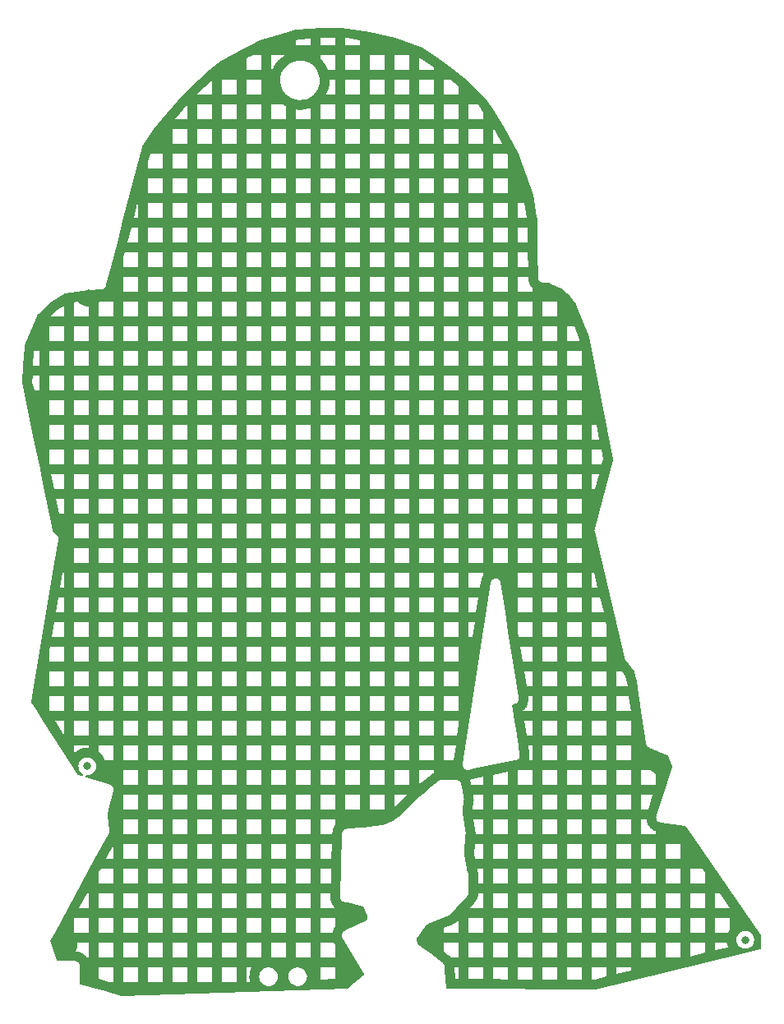
<source format=gbr>
%TF.GenerationSoftware,KiCad,Pcbnew,(6.0.0)*%
%TF.CreationDate,2022-03-29T21:49:08-05:00*%
%TF.ProjectId,R2,52322e6b-6963-4616-945f-706362585858,rev?*%
%TF.SameCoordinates,Original*%
%TF.FileFunction,Copper,L1,Top*%
%TF.FilePolarity,Positive*%
%FSLAX46Y46*%
G04 Gerber Fmt 4.6, Leading zero omitted, Abs format (unit mm)*
G04 Created by KiCad (PCBNEW (6.0.0)) date 2022-03-29 21:49:08*
%MOMM*%
%LPD*%
G01*
G04 APERTURE LIST*
%TA.AperFunction,ViaPad*%
%ADD10C,0.800000*%
%TD*%
G04 APERTURE END LIST*
D10*
%TO.N,GND*%
X128750000Y-77675000D03*
%TO.N,*%
X128575000Y-126350000D03*
X196375000Y-144225000D03*
%TO.N,GND*%
X163725000Y-144325000D03*
X126225000Y-144775000D03*
X156450000Y-147675000D03*
X187650000Y-125875000D03*
%TD*%
%TA.AperFunction,Conductor*%
%TO.N,GND*%
G36*
X154705065Y-50319507D02*
G01*
X155371173Y-50332075D01*
X155388648Y-50333627D01*
X157673275Y-50698194D01*
X157681825Y-50699864D01*
X160324034Y-51311488D01*
X160338244Y-51315671D01*
X163076232Y-52300386D01*
X163104886Y-52315062D01*
X164591216Y-53335093D01*
X165569077Y-54006174D01*
X165576234Y-54011467D01*
X166217011Y-54521332D01*
X167860722Y-55829231D01*
X167869502Y-55836908D01*
X169324286Y-57232715D01*
X169644551Y-57539997D01*
X169663247Y-57562689D01*
X170383197Y-58680506D01*
X171508401Y-60427533D01*
X171513781Y-60436716D01*
X173004861Y-63247767D01*
X173012164Y-63264301D01*
X174527776Y-67493350D01*
X174533413Y-67514933D01*
X174916680Y-69790587D01*
X174918384Y-69808109D01*
X174967068Y-71609404D01*
X174967103Y-71611128D01*
X174992032Y-73480808D01*
X174992037Y-73481241D01*
X175016694Y-75971640D01*
X175016142Y-75984727D01*
X175013213Y-76015753D01*
X175013213Y-76015758D01*
X175012370Y-76024691D01*
X175014068Y-76033502D01*
X175023848Y-76084252D01*
X175024667Y-76088994D01*
X175033855Y-76148915D01*
X175037434Y-76156584D01*
X175038306Y-76159276D01*
X175039906Y-76167577D01*
X175044010Y-76175560D01*
X175067628Y-76221503D01*
X175069744Y-76225818D01*
X175095392Y-76280777D01*
X175100979Y-76287133D01*
X175102566Y-76289464D01*
X175106436Y-76296991D01*
X175148227Y-76341018D01*
X175151398Y-76344490D01*
X175191465Y-76390069D01*
X175198609Y-76394600D01*
X175200796Y-76396400D01*
X175206616Y-76402530D01*
X175229009Y-76415559D01*
X175259009Y-76433014D01*
X175263124Y-76435515D01*
X175281250Y-76447010D01*
X175314350Y-76468002D01*
X175322479Y-76470345D01*
X175325077Y-76471455D01*
X175332391Y-76475711D01*
X175341101Y-76477865D01*
X175341103Y-76477866D01*
X175391235Y-76490265D01*
X175395886Y-76491510D01*
X175445547Y-76505827D01*
X175454170Y-76508313D01*
X175463143Y-76508279D01*
X175498259Y-76508146D01*
X175509811Y-76508633D01*
X175583920Y-76515172D01*
X176208104Y-76570247D01*
X176254136Y-76583444D01*
X177552119Y-77243435D01*
X177577010Y-77260084D01*
X178339494Y-77913642D01*
X178358931Y-77934565D01*
X178965267Y-78757450D01*
X178981454Y-78787019D01*
X180256357Y-82106578D01*
X180262314Y-82127180D01*
X182772811Y-94753507D01*
X182770877Y-94810911D01*
X180878511Y-101822375D01*
X180874402Y-101832725D01*
X180875090Y-101832976D01*
X180872018Y-101841410D01*
X180867778Y-101849327D01*
X180865931Y-101858117D01*
X180856357Y-101903682D01*
X180854697Y-101910607D01*
X180850044Y-101927846D01*
X180849501Y-101932299D01*
X180848989Y-101936494D01*
X180847224Y-101947142D01*
X180837855Y-101991733D01*
X180838549Y-102000680D01*
X180838593Y-102001245D01*
X180838043Y-102026242D01*
X180836888Y-102035712D01*
X180844286Y-102080659D01*
X180845581Y-102091377D01*
X180846498Y-102103204D01*
X180847617Y-102107942D01*
X180850447Y-102119928D01*
X180852146Y-102128419D01*
X180860519Y-102179295D01*
X180864404Y-102187387D01*
X180867103Y-102195948D01*
X180866915Y-102196007D01*
X180871412Y-102208734D01*
X183927885Y-115155254D01*
X183928777Y-115159332D01*
X183941300Y-115221562D01*
X183945470Y-115229511D01*
X183959031Y-115255365D01*
X183964736Y-115267851D01*
X183978681Y-115303373D01*
X183984172Y-115310469D01*
X184020324Y-115357188D01*
X184021923Y-115359300D01*
X184941753Y-116601073D01*
X184962743Y-116645512D01*
X185198773Y-117589630D01*
X185201373Y-117603118D01*
X185391427Y-118992882D01*
X185391582Y-118994409D01*
X185391564Y-118996020D01*
X185392172Y-119000224D01*
X185392172Y-119000226D01*
X185396883Y-119032808D01*
X185397011Y-119033719D01*
X185401627Y-119067470D01*
X185402068Y-119069014D01*
X185402337Y-119070536D01*
X185433539Y-119286345D01*
X185541680Y-120034320D01*
X185541858Y-120035945D01*
X185541853Y-120037642D01*
X185543859Y-120050761D01*
X185547441Y-120074197D01*
X185547585Y-120075163D01*
X185552447Y-120108791D01*
X185552925Y-120110418D01*
X185553227Y-120112049D01*
X186136907Y-123930283D01*
X186137021Y-123931648D01*
X186136840Y-123933074D01*
X186137476Y-123937065D01*
X186148994Y-124009374D01*
X186149116Y-124010153D01*
X186153346Y-124037822D01*
X186153671Y-124038895D01*
X186153824Y-124039689D01*
X186159732Y-124076777D01*
X186163573Y-124084884D01*
X186163574Y-124084887D01*
X186170685Y-124099894D01*
X186177416Y-124117342D01*
X186182226Y-124133234D01*
X186182228Y-124133239D01*
X186184828Y-124141827D01*
X186201010Y-124166612D01*
X186209366Y-124181534D01*
X186222037Y-124208277D01*
X186228002Y-124214984D01*
X186228003Y-124214985D01*
X186239036Y-124227389D01*
X186250391Y-124242241D01*
X186264382Y-124263670D01*
X186271201Y-124269506D01*
X186271202Y-124269507D01*
X186286858Y-124282906D01*
X186299079Y-124294896D01*
X186312779Y-124310300D01*
X186312782Y-124310302D01*
X186318745Y-124317007D01*
X186340432Y-124330584D01*
X186355502Y-124341656D01*
X186374935Y-124358288D01*
X186383119Y-124361976D01*
X186383122Y-124361978D01*
X186406847Y-124372669D01*
X186410471Y-124374432D01*
X186413512Y-124376336D01*
X186417986Y-124378254D01*
X186417989Y-124378255D01*
X186442513Y-124388765D01*
X186444593Y-124389679D01*
X186507600Y-124418073D01*
X186511536Y-124418623D01*
X186515411Y-124420007D01*
X188320227Y-125193500D01*
X188374960Y-125238719D01*
X188385894Y-125258501D01*
X188578256Y-125695013D01*
X188834334Y-126276110D01*
X188838305Y-126285122D01*
X188847472Y-126355525D01*
X188843037Y-126374248D01*
X188315974Y-128025197D01*
X187229626Y-131428019D01*
X187223130Y-131444339D01*
X187214559Y-131462149D01*
X187210666Y-131470238D01*
X187209201Y-131479089D01*
X187209200Y-131479091D01*
X187198861Y-131541537D01*
X187198805Y-131541870D01*
X187191186Y-131587132D01*
X187186931Y-131612411D01*
X187187013Y-131613103D01*
X187186898Y-131613797D01*
X187195539Y-131685206D01*
X187204019Y-131756918D01*
X187204295Y-131757568D01*
X187204379Y-131758259D01*
X187232700Y-131824342D01*
X187260980Y-131890821D01*
X187261424Y-131891362D01*
X187261700Y-131892007D01*
X187307579Y-131947664D01*
X187353234Y-132003354D01*
X187353812Y-132003749D01*
X187354258Y-132004290D01*
X187361543Y-132009241D01*
X187361544Y-132009242D01*
X187402970Y-132037396D01*
X187413921Y-132044839D01*
X187473364Y-132085473D01*
X187474029Y-132085690D01*
X187474609Y-132086084D01*
X187482953Y-132088779D01*
X187482955Y-132088780D01*
X187539947Y-132107188D01*
X187543173Y-132108230D01*
X187611712Y-132130573D01*
X187620682Y-132130848D01*
X187644360Y-132131574D01*
X187660320Y-132133084D01*
X190177016Y-132533974D01*
X190241142Y-132564443D01*
X190260920Y-132586871D01*
X197991858Y-143796731D01*
X198014120Y-143870091D01*
X198011114Y-144077506D01*
X197996095Y-145113756D01*
X197975108Y-145181580D01*
X197920784Y-145227290D01*
X197899678Y-145234411D01*
X196197112Y-145645459D01*
X181004609Y-149313363D01*
X180974842Y-149316882D01*
X166475911Y-149294156D01*
X165684974Y-149292916D01*
X165616884Y-149272807D01*
X165570475Y-149219079D01*
X165559576Y-149177008D01*
X165489284Y-148302267D01*
X180583266Y-148302267D01*
X180870051Y-148302716D01*
X182109266Y-148003534D01*
X182109266Y-147758726D01*
X183123266Y-147758726D01*
X184649266Y-147390306D01*
X184649266Y-147055435D01*
X183123266Y-147055435D01*
X183123266Y-147758726D01*
X182109266Y-147758726D01*
X182109266Y-147055435D01*
X180583266Y-147055435D01*
X180583266Y-148302267D01*
X165489284Y-148302267D01*
X165488964Y-148298285D01*
X178043266Y-148298285D01*
X179569266Y-148300677D01*
X179569266Y-147055435D01*
X178043266Y-147055435D01*
X178043266Y-148298285D01*
X165488964Y-148298285D01*
X165488644Y-148294304D01*
X175503266Y-148294304D01*
X177029266Y-148296696D01*
X177029266Y-147055435D01*
X175503266Y-147055435D01*
X175503266Y-148294304D01*
X165488644Y-148294304D01*
X165488324Y-148290323D01*
X172963266Y-148290323D01*
X174489266Y-148292715D01*
X174489266Y-147055435D01*
X172963266Y-147055435D01*
X172963266Y-148290323D01*
X165488324Y-148290323D01*
X165488004Y-148286342D01*
X170423266Y-148286342D01*
X171949266Y-148288734D01*
X171949266Y-147055435D01*
X170423266Y-147055435D01*
X170423266Y-148286342D01*
X165488004Y-148286342D01*
X165487684Y-148282360D01*
X167883266Y-148282360D01*
X169409266Y-148284752D01*
X169409266Y-147055435D01*
X167883266Y-147055435D01*
X167883266Y-148282360D01*
X165487684Y-148282360D01*
X165416484Y-147396312D01*
X165389092Y-147055435D01*
X166406360Y-147055435D01*
X166504780Y-148280200D01*
X166869266Y-148280771D01*
X166869266Y-147055435D01*
X166406360Y-147055435D01*
X165389092Y-147055435D01*
X165386678Y-147025390D01*
X165387112Y-147007120D01*
X165387028Y-147001371D01*
X165388169Y-146992473D01*
X165380520Y-146944125D01*
X165379377Y-146934533D01*
X165378805Y-146927414D01*
X165378805Y-146927411D01*
X165378446Y-146922950D01*
X165375104Y-146908174D01*
X165373552Y-146900087D01*
X165366832Y-146857610D01*
X165366831Y-146857606D01*
X165365429Y-146848746D01*
X165361595Y-146840632D01*
X165359271Y-146833096D01*
X165356455Y-146825720D01*
X165354474Y-146816961D01*
X165329234Y-146771509D01*
X165325476Y-146764186D01*
X165307100Y-146725294D01*
X165307099Y-146725293D01*
X165303265Y-146717178D01*
X165297307Y-146710465D01*
X165292960Y-146703883D01*
X165288189Y-146697596D01*
X165283830Y-146689746D01*
X165277200Y-146683195D01*
X165246863Y-146653220D01*
X165241188Y-146647234D01*
X165232282Y-146637200D01*
X165232277Y-146637195D01*
X165229048Y-146633557D01*
X165225301Y-146630461D01*
X165225295Y-146630456D01*
X165220641Y-146626612D01*
X165212333Y-146619103D01*
X165186704Y-146593781D01*
X165180319Y-146587472D01*
X165170833Y-146582352D01*
X165150433Y-146568614D01*
X165113680Y-146538253D01*
X164061039Y-145668680D01*
X164056432Y-145664683D01*
X164050639Y-145659405D01*
X164038290Y-145648154D01*
X164034223Y-145645463D01*
X164034217Y-145645459D01*
X164033320Y-145644865D01*
X164027528Y-145640576D01*
X164027524Y-145640581D01*
X164023871Y-145637977D01*
X164020413Y-145635120D01*
X163998611Y-145621807D01*
X163994792Y-145619378D01*
X163682329Y-145412672D01*
X165343266Y-145412672D01*
X165760789Y-145757581D01*
X165761043Y-145757743D01*
X165768430Y-145762814D01*
X165797145Y-145784066D01*
X165804152Y-145789648D01*
X165886405Y-145860098D01*
X165893000Y-145866166D01*
X165911192Y-145884141D01*
X165922397Y-145894149D01*
X165925962Y-145897459D01*
X165939953Y-145910962D01*
X165943389Y-145914409D01*
X165971703Y-145943931D01*
X165996518Y-145968449D01*
X166002664Y-145974969D01*
X166060993Y-146041435D01*
X166869266Y-146041435D01*
X167883266Y-146041435D01*
X169409266Y-146041435D01*
X170423266Y-146041435D01*
X171949266Y-146041435D01*
X172963266Y-146041435D01*
X174489266Y-146041435D01*
X175503266Y-146041435D01*
X177029266Y-146041435D01*
X178043266Y-146041435D01*
X179569266Y-146041435D01*
X180583266Y-146041435D01*
X182109266Y-146041435D01*
X183123266Y-146041435D01*
X184649266Y-146041435D01*
X185663266Y-146041435D01*
X187189266Y-146041435D01*
X188203266Y-146041435D01*
X189729266Y-146041435D01*
X189729266Y-145919040D01*
X190743266Y-145919040D01*
X192269266Y-145550620D01*
X192269266Y-145305812D01*
X193283266Y-145305812D01*
X194605367Y-144986619D01*
X194578305Y-144916119D01*
X194576103Y-144909901D01*
X194517088Y-144728273D01*
X194515215Y-144721950D01*
X194494572Y-144644913D01*
X194493032Y-144638498D01*
X194487555Y-144612732D01*
X194486352Y-144606246D01*
X194473873Y-144527460D01*
X194473012Y-144520918D01*
X194472436Y-144515435D01*
X193283266Y-144515435D01*
X193283266Y-145305812D01*
X192269266Y-145305812D01*
X192269266Y-144515435D01*
X190743266Y-144515435D01*
X190743266Y-145919040D01*
X189729266Y-145919040D01*
X189729266Y-144515435D01*
X188203266Y-144515435D01*
X188203266Y-146041435D01*
X187189266Y-146041435D01*
X187189266Y-144515435D01*
X185663266Y-144515435D01*
X185663266Y-146041435D01*
X184649266Y-146041435D01*
X184649266Y-144515435D01*
X183123266Y-144515435D01*
X183123266Y-146041435D01*
X182109266Y-146041435D01*
X182109266Y-144515435D01*
X180583266Y-144515435D01*
X180583266Y-146041435D01*
X179569266Y-146041435D01*
X179569266Y-144515435D01*
X178043266Y-144515435D01*
X178043266Y-146041435D01*
X177029266Y-146041435D01*
X177029266Y-144515435D01*
X175503266Y-144515435D01*
X175503266Y-146041435D01*
X174489266Y-146041435D01*
X174489266Y-144515435D01*
X172963266Y-144515435D01*
X172963266Y-146041435D01*
X171949266Y-146041435D01*
X171949266Y-144515435D01*
X170423266Y-144515435D01*
X170423266Y-146041435D01*
X169409266Y-146041435D01*
X169409266Y-144515435D01*
X167883266Y-144515435D01*
X167883266Y-146041435D01*
X166869266Y-146041435D01*
X166869266Y-144515435D01*
X165343266Y-144515435D01*
X165343266Y-145412672D01*
X163682329Y-145412672D01*
X162633621Y-144718912D01*
X162587843Y-144664646D01*
X162577682Y-144625497D01*
X162540426Y-144225000D01*
X195461496Y-144225000D01*
X195481458Y-144414928D01*
X195540473Y-144596556D01*
X195543776Y-144602278D01*
X195543777Y-144602279D01*
X195549812Y-144612732D01*
X195635960Y-144761944D01*
X195763747Y-144903866D01*
X195918248Y-145016118D01*
X195924276Y-145018802D01*
X195924278Y-145018803D01*
X196086681Y-145091109D01*
X196092712Y-145093794D01*
X196186112Y-145113647D01*
X196273056Y-145132128D01*
X196273061Y-145132128D01*
X196279513Y-145133500D01*
X196470487Y-145133500D01*
X196476939Y-145132128D01*
X196476944Y-145132128D01*
X196563888Y-145113647D01*
X196657288Y-145093794D01*
X196663319Y-145091109D01*
X196825722Y-145018803D01*
X196825724Y-145018802D01*
X196831752Y-145016118D01*
X196986253Y-144903866D01*
X197114040Y-144761944D01*
X197200188Y-144612732D01*
X197206223Y-144602279D01*
X197206224Y-144602278D01*
X197209527Y-144596556D01*
X197268542Y-144414928D01*
X197288504Y-144225000D01*
X197275176Y-144098191D01*
X197269232Y-144041635D01*
X197269232Y-144041633D01*
X197268542Y-144035072D01*
X197209527Y-143853444D01*
X197206127Y-143847554D01*
X197144723Y-143741201D01*
X197114040Y-143688056D01*
X196986253Y-143546134D01*
X196844722Y-143443305D01*
X196837094Y-143437763D01*
X196837093Y-143437762D01*
X196831752Y-143433882D01*
X196825724Y-143431198D01*
X196825722Y-143431197D01*
X196663319Y-143358891D01*
X196663318Y-143358891D01*
X196657288Y-143356206D01*
X196553161Y-143334073D01*
X196476944Y-143317872D01*
X196476939Y-143317872D01*
X196470487Y-143316500D01*
X196279513Y-143316500D01*
X196273061Y-143317872D01*
X196273056Y-143317872D01*
X196196839Y-143334073D01*
X196092712Y-143356206D01*
X196086682Y-143358891D01*
X196086681Y-143358891D01*
X195924278Y-143431197D01*
X195924276Y-143431198D01*
X195918248Y-143433882D01*
X195912907Y-143437762D01*
X195912906Y-143437763D01*
X195905278Y-143443305D01*
X195763747Y-143546134D01*
X195635960Y-143688056D01*
X195605277Y-143741201D01*
X195543874Y-143847554D01*
X195540473Y-143853444D01*
X195481458Y-144035072D01*
X195480768Y-144041633D01*
X195480768Y-144041635D01*
X195474824Y-144098191D01*
X195461496Y-144225000D01*
X162540426Y-144225000D01*
X162528630Y-144098191D01*
X162542236Y-144028510D01*
X162553654Y-144010434D01*
X162559283Y-144003004D01*
X162939259Y-143501435D01*
X165343266Y-143501435D01*
X166869266Y-143501435D01*
X167883266Y-143501435D01*
X169409266Y-143501435D01*
X170423266Y-143501435D01*
X171949266Y-143501435D01*
X172963266Y-143501435D01*
X174489266Y-143501435D01*
X175503266Y-143501435D01*
X177029266Y-143501435D01*
X178043266Y-143501435D01*
X179569266Y-143501435D01*
X180583266Y-143501435D01*
X182109266Y-143501435D01*
X183123266Y-143501435D01*
X184649266Y-143501435D01*
X185663266Y-143501435D01*
X187189266Y-143501435D01*
X188203266Y-143501435D01*
X189729266Y-143501435D01*
X190743266Y-143501435D01*
X192269266Y-143501435D01*
X193283266Y-143501435D01*
X194590760Y-143501435D01*
X194606888Y-143459420D01*
X194609412Y-143453325D01*
X194620126Y-143429261D01*
X194622966Y-143423308D01*
X194659176Y-143352241D01*
X194662324Y-143346443D01*
X194757811Y-143181055D01*
X194761258Y-143175430D01*
X194804703Y-143108531D01*
X194808440Y-143103094D01*
X194809266Y-143101957D01*
X194809266Y-141975435D01*
X193283266Y-141975435D01*
X193283266Y-143501435D01*
X192269266Y-143501435D01*
X192269266Y-141975435D01*
X190743266Y-141975435D01*
X190743266Y-143501435D01*
X189729266Y-143501435D01*
X189729266Y-141975435D01*
X188203266Y-141975435D01*
X188203266Y-143501435D01*
X187189266Y-143501435D01*
X187189266Y-141975435D01*
X185663266Y-141975435D01*
X185663266Y-143501435D01*
X184649266Y-143501435D01*
X184649266Y-141975435D01*
X183123266Y-141975435D01*
X183123266Y-143501435D01*
X182109266Y-143501435D01*
X182109266Y-141975435D01*
X180583266Y-141975435D01*
X180583266Y-143501435D01*
X179569266Y-143501435D01*
X179569266Y-141975435D01*
X178043266Y-141975435D01*
X178043266Y-143501435D01*
X177029266Y-143501435D01*
X177029266Y-141975435D01*
X175503266Y-141975435D01*
X175503266Y-143501435D01*
X174489266Y-143501435D01*
X174489266Y-141975435D01*
X172963266Y-141975435D01*
X172963266Y-143501435D01*
X171949266Y-143501435D01*
X171949266Y-141975435D01*
X170423266Y-141975435D01*
X170423266Y-143501435D01*
X169409266Y-143501435D01*
X169409266Y-141975435D01*
X167883266Y-141975435D01*
X167883266Y-143501435D01*
X166869266Y-143501435D01*
X166869266Y-142120502D01*
X166752700Y-142247204D01*
X166703552Y-142301395D01*
X166697300Y-142307813D01*
X166619025Y-142382664D01*
X166612334Y-142388622D01*
X166584825Y-142411415D01*
X166577727Y-142416882D01*
X166517644Y-142459848D01*
X166516336Y-142460890D01*
X166509130Y-142466222D01*
X166499240Y-142473009D01*
X166489635Y-142479878D01*
X166482160Y-142484832D01*
X166480783Y-142485675D01*
X166419828Y-142527508D01*
X166412264Y-142532313D01*
X166381443Y-142550385D01*
X166373556Y-142554640D01*
X166276469Y-142602644D01*
X166268303Y-142606326D01*
X166212632Y-142629085D01*
X165343266Y-143004285D01*
X165343266Y-143501435D01*
X162939259Y-143501435D01*
X163554095Y-142689852D01*
X163604600Y-142650253D01*
X163712226Y-142603804D01*
X165818713Y-141694687D01*
X165820954Y-141693746D01*
X165876292Y-141671124D01*
X165876293Y-141671123D01*
X165884601Y-141667727D01*
X165911006Y-141646696D01*
X165923683Y-141637815D01*
X165944791Y-141624883D01*
X165952445Y-141620194D01*
X166003729Y-141563647D01*
X166004110Y-141563231D01*
X166557762Y-140961435D01*
X167935606Y-140961435D01*
X169409266Y-140961435D01*
X170423266Y-140961435D01*
X171949266Y-140961435D01*
X172963266Y-140961435D01*
X174489266Y-140961435D01*
X175503266Y-140961435D01*
X177029266Y-140961435D01*
X178043266Y-140961435D01*
X179569266Y-140961435D01*
X180583266Y-140961435D01*
X182109266Y-140961435D01*
X183123266Y-140961435D01*
X184649266Y-140961435D01*
X185663266Y-140961435D01*
X187189266Y-140961435D01*
X188203266Y-140961435D01*
X189729266Y-140961435D01*
X190743266Y-140961435D01*
X192269266Y-140961435D01*
X193283266Y-140961435D01*
X194804722Y-140961435D01*
X193752309Y-139435435D01*
X193283266Y-139435435D01*
X193283266Y-140961435D01*
X192269266Y-140961435D01*
X192269266Y-139435435D01*
X190743266Y-139435435D01*
X190743266Y-140961435D01*
X189729266Y-140961435D01*
X189729266Y-139435435D01*
X188203266Y-139435435D01*
X188203266Y-140961435D01*
X187189266Y-140961435D01*
X187189266Y-139435435D01*
X185663266Y-139435435D01*
X185663266Y-140961435D01*
X184649266Y-140961435D01*
X184649266Y-139435435D01*
X183123266Y-139435435D01*
X183123266Y-140961435D01*
X182109266Y-140961435D01*
X182109266Y-139435435D01*
X180583266Y-139435435D01*
X180583266Y-140961435D01*
X179569266Y-140961435D01*
X179569266Y-139435435D01*
X178043266Y-139435435D01*
X178043266Y-140961435D01*
X177029266Y-140961435D01*
X177029266Y-139435435D01*
X175503266Y-139435435D01*
X175503266Y-140961435D01*
X174489266Y-140961435D01*
X174489266Y-139435435D01*
X172963266Y-139435435D01*
X172963266Y-140961435D01*
X171949266Y-140961435D01*
X171949266Y-139435435D01*
X170423266Y-139435435D01*
X170423266Y-140961435D01*
X169409266Y-140961435D01*
X169409266Y-139435435D01*
X168870767Y-139435435D01*
X168870661Y-139437805D01*
X168869420Y-139457206D01*
X168869316Y-139458453D01*
X168868867Y-139472242D01*
X168868258Y-139481177D01*
X168857056Y-139588870D01*
X168855813Y-139597742D01*
X168849602Y-139632920D01*
X168847732Y-139641681D01*
X168834087Y-139696053D01*
X168822280Y-139750836D01*
X168820082Y-139759521D01*
X168810093Y-139793820D01*
X168807284Y-139802327D01*
X168773643Y-139893213D01*
X168773512Y-139893611D01*
X168770423Y-139902008D01*
X168770040Y-139902944D01*
X168769689Y-139903893D01*
X168766290Y-139912159D01*
X168766112Y-139912552D01*
X168729430Y-140002262D01*
X168725747Y-140010429D01*
X168709911Y-140042451D01*
X168705656Y-140050336D01*
X168677325Y-140098646D01*
X168650614Y-140147921D01*
X168646067Y-140155640D01*
X168626854Y-140185757D01*
X168621770Y-140193134D01*
X168557177Y-140280075D01*
X168551579Y-140287076D01*
X168539232Y-140301437D01*
X168535842Y-140305693D01*
X168532984Y-140309153D01*
X168497755Y-140350287D01*
X168494783Y-140353635D01*
X168488277Y-140360707D01*
X168456722Y-140397411D01*
X168450642Y-140403994D01*
X168420360Y-140434529D01*
X167935606Y-140961435D01*
X166557762Y-140961435D01*
X167675833Y-139746140D01*
X167681937Y-139740188D01*
X167687812Y-139736371D01*
X167714899Y-139704863D01*
X167729091Y-139688356D01*
X167731909Y-139685188D01*
X167745511Y-139670403D01*
X167748550Y-139667100D01*
X167751089Y-139663401D01*
X167753881Y-139659896D01*
X167753952Y-139659952D01*
X167757707Y-139655070D01*
X167776823Y-139632835D01*
X167782675Y-139626028D01*
X167789637Y-139610672D01*
X167800505Y-139591403D01*
X167810042Y-139577508D01*
X167821980Y-139541122D01*
X167826936Y-139528393D01*
X167842756Y-139493496D01*
X167845127Y-139476809D01*
X167850152Y-139455258D01*
X167852607Y-139447776D01*
X167852608Y-139447771D01*
X167855405Y-139439245D01*
X167856651Y-139400972D01*
X167857757Y-139388265D01*
X167857798Y-139387623D01*
X167858483Y-139382801D01*
X167858160Y-139358622D01*
X167858216Y-139352858D01*
X167859847Y-139302778D01*
X167860139Y-139293807D01*
X167857901Y-139285114D01*
X167857747Y-139283716D01*
X167857000Y-139271600D01*
X167833919Y-137540510D01*
X167834292Y-137529007D01*
X167834702Y-137523767D01*
X167836663Y-137515010D01*
X167832977Y-137457690D01*
X167832729Y-137451299D01*
X167832529Y-137436229D01*
X167832529Y-137436224D01*
X167832469Y-137431754D01*
X167831397Y-137424916D01*
X167830135Y-137413478D01*
X167829801Y-137408291D01*
X167829489Y-137403434D01*
X167828435Y-137398691D01*
X167828433Y-137398677D01*
X167825381Y-137384943D01*
X167823903Y-137377138D01*
X167817023Y-137333274D01*
X167817023Y-137333273D01*
X167815631Y-137324400D01*
X167811804Y-137316272D01*
X167809172Y-137307699D01*
X167809589Y-137307571D01*
X167805577Y-137295829D01*
X167716600Y-136895435D01*
X168755336Y-136895435D01*
X168786845Y-137037223D01*
X168789013Y-137044287D01*
X168791336Y-137052940D01*
X168815681Y-137158475D01*
X168817383Y-137167271D01*
X168822943Y-137202713D01*
X168830845Y-137246134D01*
X168831623Y-137250935D01*
X168834363Y-137270180D01*
X168834956Y-137275008D01*
X168838562Y-137309952D01*
X168841328Y-137332892D01*
X168841785Y-137337352D01*
X168843295Y-137355195D01*
X168843594Y-137359665D01*
X168846222Y-137413391D01*
X168848572Y-137449937D01*
X168848829Y-137458893D01*
X168848178Y-137553163D01*
X168859755Y-138421435D01*
X169409266Y-138421435D01*
X170423266Y-138421435D01*
X171949266Y-138421435D01*
X172963266Y-138421435D01*
X174489266Y-138421435D01*
X175503266Y-138421435D01*
X177029266Y-138421435D01*
X178043266Y-138421435D01*
X179569266Y-138421435D01*
X180583266Y-138421435D01*
X182109266Y-138421435D01*
X183123266Y-138421435D01*
X184649266Y-138421435D01*
X185663266Y-138421435D01*
X187189266Y-138421435D01*
X188203266Y-138421435D01*
X189729266Y-138421435D01*
X190743266Y-138421435D01*
X192269266Y-138421435D01*
X192269266Y-137285023D01*
X192000585Y-136895435D01*
X190743266Y-136895435D01*
X190743266Y-138421435D01*
X189729266Y-138421435D01*
X189729266Y-136895435D01*
X188203266Y-136895435D01*
X188203266Y-138421435D01*
X187189266Y-138421435D01*
X187189266Y-136895435D01*
X185663266Y-136895435D01*
X185663266Y-138421435D01*
X184649266Y-138421435D01*
X184649266Y-136895435D01*
X183123266Y-136895435D01*
X183123266Y-138421435D01*
X182109266Y-138421435D01*
X182109266Y-136895435D01*
X180583266Y-136895435D01*
X180583266Y-138421435D01*
X179569266Y-138421435D01*
X179569266Y-136895435D01*
X178043266Y-136895435D01*
X178043266Y-138421435D01*
X177029266Y-138421435D01*
X177029266Y-136895435D01*
X175503266Y-136895435D01*
X175503266Y-138421435D01*
X174489266Y-138421435D01*
X174489266Y-136895435D01*
X172963266Y-136895435D01*
X172963266Y-138421435D01*
X171949266Y-138421435D01*
X171949266Y-136895435D01*
X170423266Y-136895435D01*
X170423266Y-138421435D01*
X169409266Y-138421435D01*
X169409266Y-136895435D01*
X168755336Y-136895435D01*
X167716600Y-136895435D01*
X167391428Y-135432162D01*
X167388807Y-135395058D01*
X167390434Y-135374136D01*
X167392967Y-135341566D01*
X168410031Y-135341566D01*
X168530002Y-135881435D01*
X169409266Y-135881435D01*
X170423266Y-135881435D01*
X171949266Y-135881435D01*
X172963266Y-135881435D01*
X174489266Y-135881435D01*
X175503266Y-135881435D01*
X177029266Y-135881435D01*
X178043266Y-135881435D01*
X179569266Y-135881435D01*
X180583266Y-135881435D01*
X182109266Y-135881435D01*
X183123266Y-135881435D01*
X184649266Y-135881435D01*
X185663266Y-135881435D01*
X187189266Y-135881435D01*
X188203266Y-135881435D01*
X189729266Y-135881435D01*
X189729266Y-134355435D01*
X188203266Y-134355435D01*
X188203266Y-135881435D01*
X187189266Y-135881435D01*
X187189266Y-134355435D01*
X185663266Y-134355435D01*
X185663266Y-135881435D01*
X184649266Y-135881435D01*
X184649266Y-134355435D01*
X183123266Y-134355435D01*
X183123266Y-135881435D01*
X182109266Y-135881435D01*
X182109266Y-134355435D01*
X180583266Y-134355435D01*
X180583266Y-135881435D01*
X179569266Y-135881435D01*
X179569266Y-134355435D01*
X178043266Y-134355435D01*
X178043266Y-135881435D01*
X177029266Y-135881435D01*
X177029266Y-134355435D01*
X175503266Y-134355435D01*
X175503266Y-135881435D01*
X174489266Y-135881435D01*
X174489266Y-134355435D01*
X172963266Y-134355435D01*
X172963266Y-135881435D01*
X171949266Y-135881435D01*
X171949266Y-134355435D01*
X170423266Y-134355435D01*
X170423266Y-135881435D01*
X169409266Y-135881435D01*
X169409266Y-134355435D01*
X168486730Y-134355435D01*
X168410031Y-135341566D01*
X167392967Y-135341566D01*
X167551570Y-133302402D01*
X167555949Y-133277879D01*
X167558660Y-133268295D01*
X167558258Y-133222479D01*
X167558632Y-133211604D01*
X167558952Y-133207488D01*
X167558952Y-133207486D01*
X167559299Y-133203025D01*
X167558124Y-133184868D01*
X167557866Y-133177837D01*
X167557722Y-133161358D01*
X167557722Y-133161353D01*
X167557679Y-133156493D01*
X167556398Y-133148714D01*
X167554987Y-133136382D01*
X167552862Y-133103544D01*
X167552861Y-133103542D01*
X167552282Y-133094587D01*
X167548418Y-133083971D01*
X167547534Y-133081542D01*
X167541608Y-133058919D01*
X167536667Y-133028916D01*
X167385024Y-132108230D01*
X167336799Y-131815435D01*
X168364461Y-131815435D01*
X168535175Y-132851909D01*
X168537601Y-132860412D01*
X168539751Y-132869108D01*
X168547088Y-132904070D01*
X168548615Y-132912896D01*
X168563269Y-133020183D01*
X168564165Y-133029097D01*
X168565434Y-133048707D01*
X168566211Y-133054909D01*
X168566722Y-133059746D01*
X168568392Y-133079117D01*
X168568717Y-133083971D01*
X168571504Y-133142745D01*
X168571640Y-133147611D01*
X168571677Y-133151794D01*
X168572967Y-133196160D01*
X168573017Y-133200639D01*
X168572901Y-133218548D01*
X168572792Y-133223033D01*
X168572386Y-133232672D01*
X168572621Y-133259396D01*
X168572381Y-133268354D01*
X168567819Y-133341435D01*
X169409266Y-133341435D01*
X170423266Y-133341435D01*
X171949266Y-133341435D01*
X172963266Y-133341435D01*
X174489266Y-133341435D01*
X175503266Y-133341435D01*
X177029266Y-133341435D01*
X178043266Y-133341435D01*
X179569266Y-133341435D01*
X180583266Y-133341435D01*
X182109266Y-133341435D01*
X183123266Y-133341435D01*
X184649266Y-133341435D01*
X185663266Y-133341435D01*
X187189266Y-133341435D01*
X187189266Y-133059502D01*
X187162943Y-133051000D01*
X187154527Y-133047947D01*
X187152300Y-133047049D01*
X187150920Y-133046544D01*
X187133350Y-133039401D01*
X187054049Y-133007398D01*
X187045863Y-133003750D01*
X187044603Y-133003134D01*
X187044496Y-133003036D01*
X187042031Y-133001930D01*
X187027756Y-132994902D01*
X187013886Y-132988123D01*
X187011656Y-132986932D01*
X187011491Y-132986891D01*
X187010241Y-132986276D01*
X187002340Y-132982033D01*
X186916497Y-132931919D01*
X186911509Y-132929021D01*
X186911144Y-132928791D01*
X186911143Y-132928793D01*
X186908724Y-132927381D01*
X186901138Y-132922583D01*
X186842821Y-132882719D01*
X186784283Y-132842934D01*
X186777037Y-132837623D01*
X186774829Y-132835880D01*
X186774830Y-132835878D01*
X186774465Y-132835610D01*
X186769123Y-132831376D01*
X186691928Y-132770450D01*
X186685089Y-132764646D01*
X186684056Y-132763704D01*
X186683990Y-132763595D01*
X186682222Y-132762088D01*
X186670944Y-132751754D01*
X186658825Y-132740707D01*
X186656978Y-132738899D01*
X186656810Y-132738801D01*
X186655779Y-132737856D01*
X186649396Y-132731574D01*
X186597916Y-132677171D01*
X186577953Y-132656197D01*
X186576236Y-132654260D01*
X186574983Y-132652936D01*
X186569065Y-132646218D01*
X186524634Y-132592020D01*
X186479265Y-132536982D01*
X186473818Y-132529874D01*
X186472736Y-132528352D01*
X186471215Y-132526356D01*
X186453693Y-132501578D01*
X186410989Y-132441533D01*
X186406056Y-132434046D01*
X186405327Y-132432849D01*
X186405291Y-132432714D01*
X186404097Y-132430892D01*
X186395962Y-132417464D01*
X186387366Y-132403345D01*
X186386431Y-132401677D01*
X186386334Y-132401575D01*
X186385611Y-132400382D01*
X186381231Y-132392538D01*
X186331707Y-132295889D01*
X186327898Y-132287752D01*
X186300132Y-132222481D01*
X186272364Y-132157688D01*
X186269138Y-132149354D01*
X186268941Y-132148787D01*
X186267165Y-132144143D01*
X186254504Y-132107188D01*
X186233775Y-132047463D01*
X186231149Y-132038933D01*
X186230789Y-132037597D01*
X186230794Y-132037396D01*
X186229797Y-132034114D01*
X186225690Y-132018649D01*
X186221822Y-132004280D01*
X186221117Y-132001234D01*
X186221007Y-132001020D01*
X186220645Y-131999657D01*
X186218659Y-131990944D01*
X186205256Y-131920745D01*
X186199203Y-131889615D01*
X186198681Y-131886310D01*
X186198399Y-131884831D01*
X186197035Y-131875996D01*
X186189874Y-131815435D01*
X185663266Y-131815435D01*
X185663266Y-133341435D01*
X184649266Y-133341435D01*
X184649266Y-131815435D01*
X183123266Y-131815435D01*
X183123266Y-133341435D01*
X182109266Y-133341435D01*
X182109266Y-131815435D01*
X180583266Y-131815435D01*
X180583266Y-133341435D01*
X179569266Y-133341435D01*
X179569266Y-131815435D01*
X178043266Y-131815435D01*
X178043266Y-133341435D01*
X177029266Y-133341435D01*
X177029266Y-131815435D01*
X175503266Y-131815435D01*
X175503266Y-133341435D01*
X174489266Y-133341435D01*
X174489266Y-131815435D01*
X172963266Y-131815435D01*
X172963266Y-133341435D01*
X171949266Y-133341435D01*
X171949266Y-131815435D01*
X170423266Y-131815435D01*
X170423266Y-133341435D01*
X169409266Y-133341435D01*
X169409266Y-131815435D01*
X168364461Y-131815435D01*
X167336799Y-131815435D01*
X167216532Y-131085247D01*
X167215942Y-131048272D01*
X167248543Y-130801435D01*
X168271349Y-130801435D01*
X169409266Y-130801435D01*
X170423266Y-130801435D01*
X171949266Y-130801435D01*
X172963266Y-130801435D01*
X174489266Y-130801435D01*
X175503266Y-130801435D01*
X177029266Y-130801435D01*
X178043266Y-130801435D01*
X179569266Y-130801435D01*
X180583266Y-130801435D01*
X182109266Y-130801435D01*
X183123266Y-130801435D01*
X184649266Y-130801435D01*
X185663266Y-130801435D01*
X186365242Y-130801435D01*
X186852416Y-129275435D01*
X185663266Y-129275435D01*
X185663266Y-130801435D01*
X184649266Y-130801435D01*
X184649266Y-129275435D01*
X183123266Y-129275435D01*
X183123266Y-130801435D01*
X182109266Y-130801435D01*
X182109266Y-129275435D01*
X180583266Y-129275435D01*
X180583266Y-130801435D01*
X179569266Y-130801435D01*
X179569266Y-129275435D01*
X178043266Y-129275435D01*
X178043266Y-130801435D01*
X177029266Y-130801435D01*
X177029266Y-129275435D01*
X175503266Y-129275435D01*
X175503266Y-130801435D01*
X174489266Y-130801435D01*
X174489266Y-129275435D01*
X172963266Y-129275435D01*
X172963266Y-130801435D01*
X171949266Y-130801435D01*
X171949266Y-129275435D01*
X170423266Y-129275435D01*
X170423266Y-130801435D01*
X169409266Y-130801435D01*
X169409266Y-129275435D01*
X168332228Y-129275435D01*
X168352890Y-129378745D01*
X168354586Y-129385121D01*
X168378678Y-129490720D01*
X168380359Y-129499521D01*
X168385810Y-129534829D01*
X168386861Y-129543727D01*
X168395737Y-129651661D01*
X168396153Y-129660612D01*
X168396681Y-129708925D01*
X168398762Y-129757358D01*
X168398828Y-129766318D01*
X168395776Y-129874574D01*
X168395205Y-129883515D01*
X168391663Y-129919065D01*
X168390458Y-129927945D01*
X168374368Y-130021430D01*
X168271349Y-130801435D01*
X167248543Y-130801435D01*
X167363910Y-129927945D01*
X167373998Y-129851565D01*
X167376570Y-129837925D01*
X167378952Y-129828260D01*
X167385696Y-129800885D01*
X167384686Y-129777378D01*
X167383007Y-129738297D01*
X167382899Y-129734266D01*
X167382313Y-129680676D01*
X167382215Y-129671694D01*
X167369963Y-129631437D01*
X167366955Y-129619476D01*
X167351806Y-129543727D01*
X167214251Y-128855954D01*
X167085871Y-128214053D01*
X167083677Y-128191192D01*
X167083421Y-128189324D01*
X167083476Y-128180348D01*
X167070402Y-128134602D01*
X167068001Y-128124701D01*
X167066860Y-128118998D01*
X167066860Y-128118997D01*
X167065981Y-128114604D01*
X167060485Y-128099049D01*
X167058143Y-128091711D01*
X167045954Y-128049064D01*
X167043488Y-128040435D01*
X167038699Y-128032844D01*
X167035920Y-128026632D01*
X167032771Y-128020611D01*
X167029780Y-128012146D01*
X167024533Y-128004861D01*
X167024532Y-128004858D01*
X166998608Y-127968860D01*
X166994291Y-127962461D01*
X166970633Y-127924964D01*
X166970629Y-127924959D01*
X166965840Y-127917369D01*
X166959111Y-127911426D01*
X166954690Y-127906231D01*
X166949986Y-127901344D01*
X166944743Y-127894065D01*
X166902679Y-127861272D01*
X166896741Y-127856343D01*
X166863499Y-127826985D01*
X166856772Y-127821044D01*
X166848649Y-127817230D01*
X166842968Y-127813498D01*
X166837062Y-127810117D01*
X166829982Y-127804598D01*
X166821639Y-127801288D01*
X166821637Y-127801287D01*
X166780407Y-127784930D01*
X166773321Y-127781864D01*
X166762934Y-127776987D01*
X166725052Y-127759201D01*
X166716183Y-127757820D01*
X166709701Y-127755838D01*
X166703068Y-127754247D01*
X166694723Y-127750936D01*
X166685789Y-127750101D01*
X166685785Y-127750100D01*
X166658057Y-127747509D01*
X166641626Y-127745973D01*
X166633997Y-127745024D01*
X166614577Y-127742000D01*
X166605001Y-127742000D01*
X166593274Y-127741453D01*
X166549840Y-127737393D01*
X166537915Y-127739702D01*
X166513962Y-127742000D01*
X165167033Y-127742000D01*
X165160586Y-127741835D01*
X165112298Y-127739361D01*
X165112297Y-127739361D01*
X165103335Y-127738902D01*
X165094605Y-127740976D01*
X165094599Y-127740977D01*
X165060651Y-127749044D01*
X165049382Y-127751186D01*
X165014840Y-127756132D01*
X165014836Y-127756133D01*
X165005955Y-127757405D01*
X164997785Y-127761120D01*
X164997781Y-127761121D01*
X164995723Y-127762057D01*
X164972701Y-127769944D01*
X164961761Y-127772543D01*
X164953960Y-127776987D01*
X164953959Y-127776987D01*
X164923639Y-127794258D01*
X164913427Y-127799474D01*
X164881667Y-127813914D01*
X164881661Y-127813918D01*
X164873490Y-127817633D01*
X164866688Y-127823494D01*
X164826934Y-127857748D01*
X164823153Y-127860879D01*
X163638723Y-128803589D01*
X163635173Y-128806247D01*
X163631976Y-128808146D01*
X163605809Y-128829761D01*
X163604216Y-128831053D01*
X163580105Y-128850244D01*
X163577560Y-128852941D01*
X163574102Y-128855954D01*
X162462796Y-129773990D01*
X162458510Y-129777378D01*
X162437574Y-129793197D01*
X162434180Y-129796703D01*
X162433155Y-129797609D01*
X162429965Y-129800557D01*
X162430040Y-129800636D01*
X162426792Y-129803733D01*
X162423342Y-129806583D01*
X162420332Y-129809892D01*
X162420331Y-129809893D01*
X162404945Y-129826808D01*
X162402265Y-129829664D01*
X160922771Y-131357665D01*
X160919006Y-131361553D01*
X160904521Y-131374378D01*
X160182536Y-131920745D01*
X160092026Y-131989239D01*
X160060235Y-132006742D01*
X159657715Y-132157688D01*
X159013396Y-132399308D01*
X158986084Y-132406188D01*
X157596848Y-132594559D01*
X157590833Y-132595228D01*
X157004450Y-132646218D01*
X155345371Y-132790486D01*
X155329832Y-132790875D01*
X155295959Y-132789629D01*
X155231123Y-132806029D01*
X155228983Y-132806549D01*
X155163823Y-132821735D01*
X155159590Y-132824122D01*
X155154886Y-132825312D01*
X155147159Y-132829863D01*
X155147153Y-132829865D01*
X155097351Y-132859194D01*
X155095305Y-132860374D01*
X155044893Y-132888802D01*
X155044890Y-132888805D01*
X155037074Y-132893212D01*
X155033684Y-132896689D01*
X155029499Y-132899153D01*
X154983785Y-132947825D01*
X154982151Y-132949532D01*
X154977167Y-132954643D01*
X154935480Y-132997391D01*
X154933201Y-133001681D01*
X154929878Y-133005219D01*
X154925815Y-133013226D01*
X154925814Y-133013227D01*
X154899659Y-133064767D01*
X154898571Y-133066863D01*
X154867209Y-133125896D01*
X154866225Y-133130654D01*
X154864029Y-133134982D01*
X154862378Y-133143801D01*
X154862376Y-133143806D01*
X154851727Y-133200675D01*
X154851271Y-133202992D01*
X154839627Y-133259320D01*
X154837750Y-133268398D01*
X154838473Y-133277345D01*
X154840795Y-133306090D01*
X154841145Y-133320096D01*
X154644344Y-139740722D01*
X154642474Y-139754155D01*
X154642657Y-139754174D01*
X154641727Y-139763098D01*
X154639540Y-139771807D01*
X154639885Y-139780779D01*
X154641516Y-139823208D01*
X154641550Y-139831901D01*
X154641121Y-139845896D01*
X154641621Y-139850356D01*
X154641621Y-139850360D01*
X154642535Y-139858517D01*
X154643226Y-139867708D01*
X154644222Y-139893611D01*
X154645129Y-139917215D01*
X154647976Y-139925723D01*
X154649590Y-139934559D01*
X154649555Y-139934565D01*
X154649935Y-139936287D01*
X154649970Y-139936278D01*
X154652223Y-139944964D01*
X154653223Y-139953886D01*
X154656686Y-139962167D01*
X154672342Y-139999604D01*
X154675585Y-140008235D01*
X154681345Y-140025448D01*
X154691303Y-140055209D01*
X154696426Y-140062580D01*
X154700455Y-140070607D01*
X154700422Y-140070624D01*
X154701266Y-140072162D01*
X154701298Y-140072143D01*
X154705902Y-140079853D01*
X154709365Y-140088134D01*
X154715013Y-140095110D01*
X154740535Y-140126633D01*
X154746071Y-140134007D01*
X154769228Y-140167325D01*
X154769231Y-140167329D01*
X154774352Y-140174696D01*
X154781336Y-140180331D01*
X154787453Y-140186902D01*
X154787427Y-140186927D01*
X154788676Y-140188174D01*
X154788701Y-140188148D01*
X154795282Y-140194254D01*
X154800929Y-140201229D01*
X154835949Y-140225483D01*
X154841665Y-140229442D01*
X154849028Y-140234951D01*
X154887600Y-140266073D01*
X154895889Y-140269523D01*
X154903604Y-140274113D01*
X154903586Y-140274143D01*
X154905130Y-140274987D01*
X154905146Y-140274955D01*
X154913176Y-140278968D01*
X154920555Y-140284079D01*
X154929562Y-140287076D01*
X154967562Y-140299721D01*
X154976187Y-140302947D01*
X154990821Y-140309038D01*
X154995547Y-140310194D01*
X154995549Y-140310195D01*
X155003748Y-140312201D01*
X155013586Y-140315037D01*
X155050106Y-140327190D01*
X155050107Y-140327190D01*
X155058626Y-140330025D01*
X155067600Y-140330355D01*
X155069243Y-140330652D01*
X155092248Y-140333855D01*
X155378904Y-140403994D01*
X157044392Y-140811507D01*
X157105807Y-140847127D01*
X157133453Y-140892503D01*
X157294043Y-141354198D01*
X157366829Y-141563457D01*
X157387895Y-141624023D01*
X157394842Y-141662013D01*
X157406277Y-142085101D01*
X157388123Y-142153737D01*
X157336672Y-142201203D01*
X155161109Y-143288984D01*
X155149524Y-143293249D01*
X155149693Y-143293668D01*
X155141378Y-143297029D01*
X155132657Y-143299181D01*
X155102852Y-143316500D01*
X155086391Y-143326065D01*
X155079439Y-143329818D01*
X155069203Y-143334936D01*
X155069193Y-143334942D01*
X155065189Y-143336944D01*
X155056405Y-143343030D01*
X155047961Y-143348397D01*
X155006843Y-143372290D01*
X155000659Y-143378797D01*
X154997775Y-143381076D01*
X154985933Y-143391221D01*
X154983240Y-143393721D01*
X154975867Y-143398829D01*
X154945956Y-143435786D01*
X154939359Y-143443305D01*
X154924046Y-143459420D01*
X154906604Y-143477774D01*
X154902495Y-143485755D01*
X154900354Y-143488769D01*
X154891861Y-143501791D01*
X154889969Y-143504961D01*
X154884322Y-143511938D01*
X154880862Y-143520216D01*
X154880860Y-143520219D01*
X154865987Y-143555801D01*
X154861761Y-143564879D01*
X154839999Y-143607151D01*
X154838296Y-143615963D01*
X154837091Y-143619444D01*
X154832592Y-143634334D01*
X154831663Y-143637916D01*
X154828202Y-143646196D01*
X154827204Y-143655114D01*
X154827202Y-143655122D01*
X154822914Y-143693443D01*
X154821406Y-143703341D01*
X154814088Y-143741201D01*
X154814088Y-143741205D01*
X154812384Y-143750020D01*
X154813223Y-143758958D01*
X154813043Y-143762649D01*
X154812904Y-143778175D01*
X154813018Y-143781888D01*
X154812020Y-143790808D01*
X154813565Y-143799646D01*
X154820205Y-143837634D01*
X154821535Y-143847554D01*
X154825978Y-143894899D01*
X154829289Y-143903236D01*
X154830153Y-143906832D01*
X154834379Y-143921777D01*
X154835529Y-143925302D01*
X154837075Y-143934149D01*
X154858082Y-143976812D01*
X154862138Y-143985951D01*
X154865446Y-143994281D01*
X154865451Y-143994291D01*
X154867246Y-143998811D01*
X154869717Y-144003004D01*
X154874989Y-144011949D01*
X154879470Y-144020248D01*
X154901355Y-144064696D01*
X154907423Y-144071315D01*
X154911657Y-144077506D01*
X154921281Y-144090508D01*
X157081346Y-147756072D01*
X157098698Y-147824915D01*
X157076075Y-147892211D01*
X157050832Y-147918964D01*
X156067874Y-148694409D01*
X155399202Y-149221917D01*
X155333331Y-149248405D01*
X155325198Y-149248929D01*
X132179953Y-149989184D01*
X132142401Y-149984705D01*
X130210826Y-149451510D01*
X127900473Y-148813756D01*
X127840130Y-148776349D01*
X127809591Y-148712257D01*
X127808000Y-148692299D01*
X127808000Y-148281562D01*
X129783266Y-148281562D01*
X130869598Y-148581435D01*
X131309266Y-148581435D01*
X132323266Y-148581435D01*
X133849266Y-148581435D01*
X134863266Y-148581435D01*
X136389266Y-148581435D01*
X137403266Y-148581435D01*
X138929266Y-148581435D01*
X139943266Y-148581435D01*
X141469266Y-148581435D01*
X142483266Y-148581435D01*
X144009266Y-148581435D01*
X144009266Y-148563896D01*
X145023266Y-148563896D01*
X145344435Y-148553625D01*
X145340212Y-148540065D01*
X145338470Y-148533930D01*
X145332137Y-148509263D01*
X145330708Y-148503049D01*
X145315339Y-148427504D01*
X145314227Y-148421226D01*
X145285109Y-148228691D01*
X145284315Y-148222365D01*
X145276657Y-148145644D01*
X145276184Y-148139284D01*
X145274940Y-148113849D01*
X145274790Y-148107475D01*
X145274843Y-148077064D01*
X146287707Y-148077064D01*
X146316825Y-148269599D01*
X146319028Y-148275585D01*
X146319029Y-148275591D01*
X146381860Y-148446360D01*
X146381862Y-148446365D01*
X146384063Y-148452346D01*
X146486674Y-148617840D01*
X146620466Y-148759322D01*
X146779975Y-148871011D01*
X146785838Y-148873548D01*
X146952825Y-148945810D01*
X146952829Y-148945811D01*
X146958684Y-148948345D01*
X146964931Y-148949650D01*
X146964934Y-148949651D01*
X147144557Y-148987176D01*
X147144562Y-148987177D01*
X147149293Y-148988165D01*
X147155685Y-148988500D01*
X147298663Y-148988500D01*
X147367951Y-148981462D01*
X147437378Y-148974410D01*
X147437379Y-148974410D01*
X147443727Y-148973765D01*
X147524843Y-148948345D01*
X147623451Y-148917444D01*
X147623456Y-148917442D01*
X147629541Y-148915535D01*
X147716475Y-148867346D01*
X147794271Y-148824223D01*
X147794274Y-148824221D01*
X147799850Y-148821130D01*
X147804691Y-148816981D01*
X147804695Y-148816978D01*
X147942855Y-148698560D01*
X147947698Y-148694409D01*
X148067046Y-148540547D01*
X148085498Y-148503049D01*
X148150200Y-148371556D01*
X148153018Y-148365829D01*
X148175323Y-148280200D01*
X148200492Y-148183575D01*
X148200492Y-148183572D01*
X148202102Y-148177393D01*
X148207360Y-148077064D01*
X149287707Y-148077064D01*
X149316825Y-148269599D01*
X149319028Y-148275585D01*
X149319029Y-148275591D01*
X149381860Y-148446360D01*
X149381862Y-148446365D01*
X149384063Y-148452346D01*
X149486674Y-148617840D01*
X149620466Y-148759322D01*
X149779975Y-148871011D01*
X149785838Y-148873548D01*
X149952825Y-148945810D01*
X149952829Y-148945811D01*
X149958684Y-148948345D01*
X149964931Y-148949650D01*
X149964934Y-148949651D01*
X150144557Y-148987176D01*
X150144562Y-148987177D01*
X150149293Y-148988165D01*
X150155685Y-148988500D01*
X150298663Y-148988500D01*
X150367951Y-148981462D01*
X150437378Y-148974410D01*
X150437379Y-148974410D01*
X150443727Y-148973765D01*
X150524843Y-148948345D01*
X150623451Y-148917444D01*
X150623456Y-148917442D01*
X150629541Y-148915535D01*
X150716475Y-148867346D01*
X150794271Y-148824223D01*
X150794274Y-148824221D01*
X150799850Y-148821130D01*
X150804691Y-148816981D01*
X150804695Y-148816978D01*
X150942855Y-148698560D01*
X150947698Y-148694409D01*
X151067046Y-148540547D01*
X151085498Y-148503049D01*
X151150200Y-148371556D01*
X151153018Y-148365829D01*
X151164907Y-148320186D01*
X152643266Y-148320186D01*
X154169266Y-148271381D01*
X154169266Y-147055435D01*
X152643266Y-147055435D01*
X152643266Y-148320186D01*
X151164907Y-148320186D01*
X151175323Y-148280200D01*
X151200492Y-148183575D01*
X151200492Y-148183572D01*
X151202102Y-148177393D01*
X151207360Y-148077064D01*
X151211959Y-147989317D01*
X151211959Y-147989313D01*
X151212293Y-147982936D01*
X151183175Y-147790401D01*
X151180972Y-147784415D01*
X151180971Y-147784409D01*
X151118140Y-147613640D01*
X151118138Y-147613635D01*
X151115937Y-147607654D01*
X151013326Y-147442160D01*
X150976992Y-147403737D01*
X150883919Y-147305315D01*
X150879534Y-147300678D01*
X150720025Y-147188989D01*
X150672013Y-147168212D01*
X150547175Y-147114190D01*
X150547171Y-147114189D01*
X150541316Y-147111655D01*
X150535069Y-147110350D01*
X150535066Y-147110349D01*
X150355443Y-147072824D01*
X150355438Y-147072823D01*
X150350707Y-147071835D01*
X150344315Y-147071500D01*
X150201337Y-147071500D01*
X150132049Y-147078538D01*
X150062622Y-147085590D01*
X150062621Y-147085590D01*
X150056273Y-147086235D01*
X149999939Y-147103889D01*
X149876549Y-147142556D01*
X149876544Y-147142558D01*
X149870459Y-147144465D01*
X149794713Y-147186452D01*
X149705729Y-147235777D01*
X149705726Y-147235779D01*
X149700150Y-147238870D01*
X149695309Y-147243019D01*
X149695305Y-147243022D01*
X149565877Y-147353956D01*
X149552302Y-147365591D01*
X149548391Y-147370633D01*
X149548390Y-147370634D01*
X149508019Y-147422680D01*
X149432954Y-147519453D01*
X149430138Y-147525176D01*
X149430136Y-147525179D01*
X149349800Y-147688444D01*
X149346982Y-147694171D01*
X149345373Y-147700349D01*
X149345372Y-147700351D01*
X149312926Y-147824915D01*
X149297898Y-147882607D01*
X149297564Y-147888986D01*
X149291561Y-148003534D01*
X149287707Y-148077064D01*
X148207360Y-148077064D01*
X148211959Y-147989317D01*
X148211959Y-147989313D01*
X148212293Y-147982936D01*
X148183175Y-147790401D01*
X148180972Y-147784415D01*
X148180971Y-147784409D01*
X148118140Y-147613640D01*
X148118138Y-147613635D01*
X148115937Y-147607654D01*
X148013326Y-147442160D01*
X147976992Y-147403737D01*
X147883919Y-147305315D01*
X147879534Y-147300678D01*
X147720025Y-147188989D01*
X147672013Y-147168212D01*
X147547175Y-147114190D01*
X147547171Y-147114189D01*
X147541316Y-147111655D01*
X147535069Y-147110350D01*
X147535066Y-147110349D01*
X147355443Y-147072824D01*
X147355438Y-147072823D01*
X147350707Y-147071835D01*
X147344315Y-147071500D01*
X147201337Y-147071500D01*
X147132049Y-147078538D01*
X147062622Y-147085590D01*
X147062621Y-147085590D01*
X147056273Y-147086235D01*
X146999939Y-147103889D01*
X146876549Y-147142556D01*
X146876544Y-147142558D01*
X146870459Y-147144465D01*
X146794713Y-147186452D01*
X146705729Y-147235777D01*
X146705726Y-147235779D01*
X146700150Y-147238870D01*
X146695309Y-147243019D01*
X146695305Y-147243022D01*
X146565877Y-147353956D01*
X146552302Y-147365591D01*
X146548391Y-147370633D01*
X146548390Y-147370634D01*
X146508019Y-147422680D01*
X146432954Y-147519453D01*
X146430138Y-147525176D01*
X146430136Y-147525179D01*
X146349800Y-147688444D01*
X146346982Y-147694171D01*
X146345373Y-147700349D01*
X146345372Y-147700351D01*
X146312926Y-147824915D01*
X146297898Y-147882607D01*
X146297564Y-147888986D01*
X146291561Y-148003534D01*
X146287707Y-148077064D01*
X145274843Y-148077064D01*
X145274924Y-148030371D01*
X145275097Y-148023996D01*
X145285288Y-147829539D01*
X145285783Y-147823180D01*
X145293709Y-147746486D01*
X145294524Y-147740163D01*
X145298420Y-147714996D01*
X145299555Y-147708721D01*
X145315191Y-147633218D01*
X145316642Y-147627008D01*
X145365726Y-147438572D01*
X145367488Y-147432447D01*
X145390665Y-147358933D01*
X145392735Y-147352902D01*
X145401611Y-147329033D01*
X145403985Y-147323113D01*
X145434491Y-147252276D01*
X145437161Y-147246483D01*
X145523133Y-147071765D01*
X145526094Y-147066114D01*
X145532038Y-147055435D01*
X145023266Y-147055435D01*
X145023266Y-148563896D01*
X144009266Y-148563896D01*
X144009266Y-147055435D01*
X142483266Y-147055435D01*
X142483266Y-148581435D01*
X141469266Y-148581435D01*
X141469266Y-147055435D01*
X139943266Y-147055435D01*
X139943266Y-148581435D01*
X138929266Y-148581435D01*
X138929266Y-147055435D01*
X137403266Y-147055435D01*
X137403266Y-148581435D01*
X136389266Y-148581435D01*
X136389266Y-147055435D01*
X134863266Y-147055435D01*
X134863266Y-148581435D01*
X133849266Y-148581435D01*
X133849266Y-147055435D01*
X132323266Y-147055435D01*
X132323266Y-148581435D01*
X131309266Y-148581435D01*
X131309266Y-147055435D01*
X129783266Y-147055435D01*
X129783266Y-148281562D01*
X127808000Y-148281562D01*
X127808000Y-146933702D01*
X127808002Y-146932932D01*
X127808421Y-146864322D01*
X127808476Y-146855348D01*
X127806010Y-146846719D01*
X127806009Y-146846714D01*
X127800361Y-146826952D01*
X127796783Y-146810191D01*
X127793870Y-146789848D01*
X127793867Y-146789838D01*
X127792595Y-146780955D01*
X127781979Y-146757605D01*
X127775536Y-146740093D01*
X127770954Y-146724063D01*
X127768488Y-146715435D01*
X127752726Y-146690452D01*
X127744596Y-146675386D01*
X127732367Y-146648490D01*
X127715626Y-146629061D01*
X127704521Y-146614053D01*
X127695630Y-146599961D01*
X127690840Y-146592369D01*
X127668703Y-146572818D01*
X127656659Y-146560626D01*
X127643239Y-146545051D01*
X127643237Y-146545050D01*
X127637381Y-146538253D01*
X127629853Y-146533374D01*
X127629850Y-146533371D01*
X127615861Y-146524304D01*
X127600987Y-146513014D01*
X127588502Y-146501988D01*
X127581772Y-146496044D01*
X127573646Y-146492229D01*
X127573645Y-146492228D01*
X127567979Y-146489568D01*
X127555034Y-146483490D01*
X127540065Y-146475176D01*
X127515273Y-146459107D01*
X127490709Y-146451761D01*
X127473264Y-146445099D01*
X127450052Y-146434201D01*
X127420870Y-146429657D01*
X127404151Y-146425874D01*
X127384464Y-146419986D01*
X127384461Y-146419985D01*
X127375859Y-146417413D01*
X127366884Y-146417358D01*
X127366883Y-146417358D01*
X127360190Y-146417317D01*
X127341444Y-146417203D01*
X127340672Y-146417170D01*
X127339577Y-146417000D01*
X127308702Y-146417000D01*
X127307932Y-146416998D01*
X127234284Y-146416548D01*
X127234283Y-146416548D01*
X127230348Y-146416524D01*
X127229004Y-146416908D01*
X127227659Y-146417000D01*
X125537457Y-146417000D01*
X125469336Y-146396998D01*
X125422843Y-146343342D01*
X125417478Y-146329484D01*
X125121078Y-145405412D01*
X127411768Y-145405412D01*
X127498991Y-145412162D01*
X127507895Y-145413170D01*
X127543228Y-145418451D01*
X127552037Y-145420090D01*
X127610387Y-145433107D01*
X127614837Y-145433963D01*
X127636310Y-145438890D01*
X127657743Y-145443672D01*
X127662113Y-145444812D01*
X127720400Y-145458187D01*
X127729056Y-145460500D01*
X127763221Y-145470945D01*
X127771691Y-145473868D01*
X127843532Y-145501553D01*
X127915592Y-145528819D01*
X127923852Y-145532285D01*
X127956280Y-145547269D01*
X127964274Y-145551314D01*
X128016624Y-145580183D01*
X128020678Y-145582265D01*
X128039853Y-145592992D01*
X128059112Y-145603613D01*
X128063028Y-145605958D01*
X128115194Y-145635142D01*
X128122854Y-145639792D01*
X128152712Y-145659405D01*
X128160020Y-145664587D01*
X128221080Y-145711229D01*
X128282711Y-145757714D01*
X128289667Y-145763360D01*
X128316588Y-145786845D01*
X128323125Y-145792970D01*
X128365273Y-145835376D01*
X128368575Y-145838509D01*
X128383916Y-145854133D01*
X128399464Y-145869777D01*
X128402576Y-145873138D01*
X128444448Y-145915785D01*
X128450494Y-145922397D01*
X128473649Y-145949604D01*
X128479211Y-145956631D01*
X128524819Y-146018664D01*
X128541777Y-146041435D01*
X128769266Y-146041435D01*
X129783266Y-146041435D01*
X131309266Y-146041435D01*
X132323266Y-146041435D01*
X133849266Y-146041435D01*
X134863266Y-146041435D01*
X136389266Y-146041435D01*
X137403266Y-146041435D01*
X138929266Y-146041435D01*
X139943266Y-146041435D01*
X141469266Y-146041435D01*
X142483266Y-146041435D01*
X144009266Y-146041435D01*
X145023266Y-146041435D01*
X146549266Y-146041435D01*
X147563266Y-146041435D01*
X149089266Y-146041435D01*
X150103266Y-146041435D01*
X151629266Y-146041435D01*
X152643266Y-146041435D01*
X154169266Y-146041435D01*
X154169266Y-144811633D01*
X154069578Y-144642465D01*
X154055308Y-144621598D01*
X154050516Y-144614025D01*
X153995889Y-144520504D01*
X153993165Y-144515435D01*
X152643266Y-144515435D01*
X152643266Y-146041435D01*
X151629266Y-146041435D01*
X151629266Y-144515435D01*
X150103266Y-144515435D01*
X150103266Y-146041435D01*
X149089266Y-146041435D01*
X149089266Y-144515435D01*
X147563266Y-144515435D01*
X147563266Y-146041435D01*
X146549266Y-146041435D01*
X146549266Y-144515435D01*
X145023266Y-144515435D01*
X145023266Y-146041435D01*
X144009266Y-146041435D01*
X144009266Y-144515435D01*
X142483266Y-144515435D01*
X142483266Y-146041435D01*
X141469266Y-146041435D01*
X141469266Y-144515435D01*
X139943266Y-144515435D01*
X139943266Y-146041435D01*
X138929266Y-146041435D01*
X138929266Y-144515435D01*
X137403266Y-144515435D01*
X137403266Y-146041435D01*
X136389266Y-146041435D01*
X136389266Y-144515435D01*
X134863266Y-144515435D01*
X134863266Y-146041435D01*
X133849266Y-146041435D01*
X133849266Y-144515435D01*
X132323266Y-144515435D01*
X132323266Y-146041435D01*
X131309266Y-146041435D01*
X131309266Y-144515435D01*
X129783266Y-144515435D01*
X129783266Y-146041435D01*
X128769266Y-146041435D01*
X128769266Y-144515435D01*
X127544791Y-144515435D01*
X127548808Y-144530425D01*
X127552622Y-144552056D01*
X127571166Y-144764019D01*
X127571166Y-144785981D01*
X127552622Y-144997944D01*
X127548808Y-145019575D01*
X127493738Y-145225097D01*
X127486226Y-145245735D01*
X127411768Y-145405412D01*
X125121078Y-145405412D01*
X124994965Y-145012237D01*
X124791513Y-144377945D01*
X124789753Y-144306970D01*
X124800774Y-144279315D01*
X124869681Y-144152471D01*
X125223348Y-143501435D01*
X127243266Y-143501435D01*
X128769266Y-143501435D01*
X129783266Y-143501435D01*
X131309266Y-143501435D01*
X132323266Y-143501435D01*
X133849266Y-143501435D01*
X134863266Y-143501435D01*
X136389266Y-143501435D01*
X137403266Y-143501435D01*
X138929266Y-143501435D01*
X139943266Y-143501435D01*
X141469266Y-143501435D01*
X142483266Y-143501435D01*
X144009266Y-143501435D01*
X145023266Y-143501435D01*
X146549266Y-143501435D01*
X147563266Y-143501435D01*
X149089266Y-143501435D01*
X150103266Y-143501435D01*
X151629266Y-143501435D01*
X152643266Y-143501435D01*
X153826075Y-143501435D01*
X153841467Y-143418061D01*
X153843406Y-143409312D01*
X153852373Y-143374728D01*
X153854927Y-143366145D01*
X153865726Y-143334073D01*
X153874499Y-143301370D01*
X153877126Y-143292808D01*
X153888811Y-143259046D01*
X153892040Y-143250689D01*
X153934639Y-143151133D01*
X153938454Y-143143028D01*
X153944050Y-143132158D01*
X153948768Y-143120871D01*
X153952515Y-143112733D01*
X154001271Y-143016045D01*
X154005586Y-143008195D01*
X154023895Y-142977523D01*
X154028759Y-142969996D01*
X154048124Y-142942247D01*
X154065734Y-142913301D01*
X154070661Y-142905816D01*
X154091349Y-142876695D01*
X154096793Y-142869582D01*
X154165619Y-142785985D01*
X154169266Y-142781863D01*
X154169266Y-141975435D01*
X152643266Y-141975435D01*
X152643266Y-143501435D01*
X151629266Y-143501435D01*
X151629266Y-141975435D01*
X150103266Y-141975435D01*
X150103266Y-143501435D01*
X149089266Y-143501435D01*
X149089266Y-141975435D01*
X147563266Y-141975435D01*
X147563266Y-143501435D01*
X146549266Y-143501435D01*
X146549266Y-141975435D01*
X145023266Y-141975435D01*
X145023266Y-143501435D01*
X144009266Y-143501435D01*
X144009266Y-141975435D01*
X142483266Y-141975435D01*
X142483266Y-143501435D01*
X141469266Y-143501435D01*
X141469266Y-141975435D01*
X139943266Y-141975435D01*
X139943266Y-143501435D01*
X138929266Y-143501435D01*
X138929266Y-141975435D01*
X137403266Y-141975435D01*
X137403266Y-143501435D01*
X136389266Y-143501435D01*
X136389266Y-141975435D01*
X134863266Y-141975435D01*
X134863266Y-143501435D01*
X133849266Y-143501435D01*
X133849266Y-141975435D01*
X132323266Y-141975435D01*
X132323266Y-143501435D01*
X131309266Y-143501435D01*
X131309266Y-141975435D01*
X129783266Y-141975435D01*
X129783266Y-143501435D01*
X128769266Y-143501435D01*
X128769266Y-141975435D01*
X127243266Y-141975435D01*
X127243266Y-143501435D01*
X125223348Y-143501435D01*
X126603171Y-140961435D01*
X127757131Y-140961435D01*
X128769266Y-140961435D01*
X129783266Y-140961435D01*
X131309266Y-140961435D01*
X132323266Y-140961435D01*
X133849266Y-140961435D01*
X134863266Y-140961435D01*
X136389266Y-140961435D01*
X137403266Y-140961435D01*
X138929266Y-140961435D01*
X139943266Y-140961435D01*
X141469266Y-140961435D01*
X142483266Y-140961435D01*
X144009266Y-140961435D01*
X145023266Y-140961435D01*
X146549266Y-140961435D01*
X147563266Y-140961435D01*
X149089266Y-140961435D01*
X150103266Y-140961435D01*
X151629266Y-140961435D01*
X152643266Y-140961435D01*
X154131763Y-140961435D01*
X154125208Y-140955773D01*
X154099020Y-140931475D01*
X154092672Y-140925151D01*
X154072854Y-140903950D01*
X154051609Y-140884157D01*
X154045275Y-140877820D01*
X154020933Y-140851672D01*
X154015064Y-140844901D01*
X153947085Y-140760582D01*
X153941713Y-140753410D01*
X153931986Y-140739415D01*
X153921281Y-140726193D01*
X153915894Y-140719033D01*
X153853896Y-140630226D01*
X153849031Y-140622701D01*
X153830713Y-140592026D01*
X153826393Y-140584171D01*
X153813317Y-140558248D01*
X153798486Y-140533297D01*
X153794182Y-140525433D01*
X153778156Y-140493500D01*
X153774425Y-140485354D01*
X153732851Y-140385358D01*
X153729707Y-140376966D01*
X153724310Y-140360835D01*
X153717732Y-140345107D01*
X153714569Y-140336719D01*
X153679987Y-140234071D01*
X153677430Y-140225483D01*
X153668459Y-140190902D01*
X153666519Y-140182156D01*
X153661241Y-140153592D01*
X153654015Y-140125501D01*
X153652093Y-140116750D01*
X153645674Y-140081606D01*
X153644378Y-140072742D01*
X153632539Y-139965098D01*
X153631877Y-139956161D01*
X153630585Y-139922549D01*
X153628894Y-139900352D01*
X153628633Y-139895880D01*
X153627908Y-139877987D01*
X153627807Y-139873508D01*
X153627675Y-139846855D01*
X153626288Y-139810756D01*
X153626262Y-139801797D01*
X153629803Y-139693558D01*
X153630414Y-139684620D01*
X153632076Y-139668664D01*
X153639225Y-139435435D01*
X152643266Y-139435435D01*
X152643266Y-140961435D01*
X151629266Y-140961435D01*
X151629266Y-139435435D01*
X150103266Y-139435435D01*
X150103266Y-140961435D01*
X149089266Y-140961435D01*
X149089266Y-139435435D01*
X147563266Y-139435435D01*
X147563266Y-140961435D01*
X146549266Y-140961435D01*
X146549266Y-139435435D01*
X145023266Y-139435435D01*
X145023266Y-140961435D01*
X144009266Y-140961435D01*
X144009266Y-139435435D01*
X142483266Y-139435435D01*
X142483266Y-140961435D01*
X141469266Y-140961435D01*
X141469266Y-139435435D01*
X139943266Y-139435435D01*
X139943266Y-140961435D01*
X138929266Y-140961435D01*
X138929266Y-139435435D01*
X137403266Y-139435435D01*
X137403266Y-140961435D01*
X136389266Y-140961435D01*
X136389266Y-139435435D01*
X134863266Y-139435435D01*
X134863266Y-140961435D01*
X133849266Y-140961435D01*
X133849266Y-139435435D01*
X132323266Y-139435435D01*
X132323266Y-140961435D01*
X131309266Y-140961435D01*
X131309266Y-139435435D01*
X129783266Y-139435435D01*
X129783266Y-140961435D01*
X128769266Y-140961435D01*
X128769266Y-139435435D01*
X128586112Y-139435435D01*
X127757131Y-140961435D01*
X126603171Y-140961435D01*
X127982993Y-138421435D01*
X129783266Y-138421435D01*
X131309266Y-138421435D01*
X132323266Y-138421435D01*
X133849266Y-138421435D01*
X134863266Y-138421435D01*
X136389266Y-138421435D01*
X137403266Y-138421435D01*
X138929266Y-138421435D01*
X139943266Y-138421435D01*
X141469266Y-138421435D01*
X142483266Y-138421435D01*
X144009266Y-138421435D01*
X145023266Y-138421435D01*
X146549266Y-138421435D01*
X147563266Y-138421435D01*
X149089266Y-138421435D01*
X150103266Y-138421435D01*
X151629266Y-138421435D01*
X152643266Y-138421435D01*
X153670306Y-138421435D01*
X153717080Y-136895435D01*
X152643266Y-136895435D01*
X152643266Y-138421435D01*
X151629266Y-138421435D01*
X151629266Y-136895435D01*
X150103266Y-136895435D01*
X150103266Y-138421435D01*
X149089266Y-138421435D01*
X149089266Y-136895435D01*
X147563266Y-136895435D01*
X147563266Y-138421435D01*
X146549266Y-138421435D01*
X146549266Y-136895435D01*
X145023266Y-136895435D01*
X145023266Y-138421435D01*
X144009266Y-138421435D01*
X144009266Y-136895435D01*
X142483266Y-136895435D01*
X142483266Y-138421435D01*
X141469266Y-138421435D01*
X141469266Y-136895435D01*
X139943266Y-136895435D01*
X139943266Y-138421435D01*
X138929266Y-138421435D01*
X138929266Y-136895435D01*
X137403266Y-136895435D01*
X137403266Y-138421435D01*
X136389266Y-138421435D01*
X136389266Y-136895435D01*
X134863266Y-136895435D01*
X134863266Y-138421435D01*
X133849266Y-138421435D01*
X133849266Y-136895435D01*
X132323266Y-136895435D01*
X132323266Y-138421435D01*
X131309266Y-138421435D01*
X131309266Y-136895435D01*
X129965934Y-136895435D01*
X129783266Y-137231694D01*
X129783266Y-138421435D01*
X127982993Y-138421435D01*
X129362816Y-135881435D01*
X130516776Y-135881435D01*
X131309266Y-135881435D01*
X132323266Y-135881435D01*
X133849266Y-135881435D01*
X134863266Y-135881435D01*
X136389266Y-135881435D01*
X137403266Y-135881435D01*
X138929266Y-135881435D01*
X139943266Y-135881435D01*
X141469266Y-135881435D01*
X142483266Y-135881435D01*
X144009266Y-135881435D01*
X145023266Y-135881435D01*
X146549266Y-135881435D01*
X147563266Y-135881435D01*
X149089266Y-135881435D01*
X150103266Y-135881435D01*
X151629266Y-135881435D01*
X152643266Y-135881435D01*
X153748161Y-135881435D01*
X153794935Y-134355435D01*
X152643266Y-134355435D01*
X152643266Y-135881435D01*
X151629266Y-135881435D01*
X151629266Y-134355435D01*
X150103266Y-134355435D01*
X150103266Y-135881435D01*
X149089266Y-135881435D01*
X149089266Y-134355435D01*
X147563266Y-134355435D01*
X147563266Y-135881435D01*
X146549266Y-135881435D01*
X146549266Y-134355435D01*
X145023266Y-134355435D01*
X145023266Y-135881435D01*
X144009266Y-135881435D01*
X144009266Y-134355435D01*
X142483266Y-134355435D01*
X142483266Y-135881435D01*
X141469266Y-135881435D01*
X141469266Y-134355435D01*
X139943266Y-134355435D01*
X139943266Y-135881435D01*
X138929266Y-135881435D01*
X138929266Y-134355435D01*
X137403266Y-134355435D01*
X137403266Y-135881435D01*
X136389266Y-135881435D01*
X136389266Y-134355435D01*
X134863266Y-134355435D01*
X134863266Y-135881435D01*
X133849266Y-135881435D01*
X133849266Y-134355435D01*
X132323266Y-134355435D01*
X132323266Y-135881435D01*
X131309266Y-135881435D01*
X131309266Y-134422608D01*
X130516776Y-135881435D01*
X129362816Y-135881435D01*
X130742638Y-133341435D01*
X132323266Y-133341435D01*
X133849266Y-133341435D01*
X134863266Y-133341435D01*
X136389266Y-133341435D01*
X137403266Y-133341435D01*
X138929266Y-133341435D01*
X139943266Y-133341435D01*
X141469266Y-133341435D01*
X142483266Y-133341435D01*
X144009266Y-133341435D01*
X145023266Y-133341435D01*
X146549266Y-133341435D01*
X147563266Y-133341435D01*
X149089266Y-133341435D01*
X150103266Y-133341435D01*
X151629266Y-133341435D01*
X152643266Y-133341435D01*
X153826015Y-133341435D01*
X153826494Y-133325806D01*
X153825611Y-133232811D01*
X153825844Y-133223855D01*
X153828044Y-133188201D01*
X153828913Y-133179284D01*
X153843245Y-133071951D01*
X153844746Y-133063120D01*
X153856579Y-133005879D01*
X153867351Y-132948353D01*
X153869312Y-132939611D01*
X153873897Y-132922111D01*
X153874190Y-132920691D01*
X153876314Y-132911984D01*
X153879636Y-132900207D01*
X153896758Y-132834852D01*
X153899335Y-132826272D01*
X153902606Y-132816639D01*
X153903611Y-132815210D01*
X153905086Y-132809981D01*
X153906266Y-132810314D01*
X153906344Y-132809609D01*
X153905276Y-132809308D01*
X153905742Y-132807657D01*
X153906989Y-132803772D01*
X153906996Y-132803710D01*
X153907212Y-132803073D01*
X153907213Y-132803073D01*
X153908475Y-132799143D01*
X153909694Y-132795761D01*
X153910823Y-132792438D01*
X153912273Y-132788618D01*
X153912270Y-132788617D01*
X153912530Y-132787897D01*
X153912565Y-132787849D01*
X153913987Y-132784104D01*
X153914636Y-132782561D01*
X153916014Y-132783140D01*
X153916109Y-132783010D01*
X153916194Y-132782367D01*
X153914940Y-132781839D01*
X153916872Y-132777247D01*
X153917163Y-132775052D01*
X153920616Y-132765479D01*
X153923952Y-132757168D01*
X153950993Y-132696167D01*
X153955922Y-132684455D01*
X153959682Y-132676338D01*
X153960482Y-132674760D01*
X153967816Y-132658216D01*
X153971734Y-132650163D01*
X153999206Y-132598452D01*
X154025644Y-132546354D01*
X154029980Y-132538513D01*
X154039291Y-132523005D01*
X154040026Y-132521622D01*
X154044505Y-132513870D01*
X154051089Y-132503356D01*
X154085723Y-132445671D01*
X154090605Y-132438158D01*
X154096447Y-132429832D01*
X154097812Y-132428743D01*
X154100705Y-132424123D01*
X154101737Y-132424769D01*
X154101979Y-132424193D01*
X154101032Y-132423600D01*
X154101938Y-132422153D01*
X154104318Y-132418637D01*
X154104340Y-132418584D01*
X154104698Y-132418074D01*
X154106962Y-132414730D01*
X154109093Y-132411810D01*
X154111141Y-132408892D01*
X154113614Y-132405620D01*
X154113612Y-132405619D01*
X154114008Y-132405077D01*
X154114048Y-132405046D01*
X154116529Y-132401764D01*
X154117596Y-132400452D01*
X154118782Y-132401416D01*
X154118798Y-132401404D01*
X154119083Y-132400760D01*
X154118038Y-132399910D01*
X154121151Y-132396084D01*
X154122041Y-132394072D01*
X154128043Y-132385850D01*
X154133580Y-132378805D01*
X154169266Y-132336583D01*
X154169266Y-131815435D01*
X152643266Y-131815435D01*
X152643266Y-133341435D01*
X151629266Y-133341435D01*
X151629266Y-131815435D01*
X150103266Y-131815435D01*
X150103266Y-133341435D01*
X149089266Y-133341435D01*
X149089266Y-131815435D01*
X147563266Y-131815435D01*
X147563266Y-133341435D01*
X146549266Y-133341435D01*
X146549266Y-131815435D01*
X145023266Y-131815435D01*
X145023266Y-133341435D01*
X144009266Y-133341435D01*
X144009266Y-131815435D01*
X142483266Y-131815435D01*
X142483266Y-133341435D01*
X141469266Y-133341435D01*
X141469266Y-131815435D01*
X139943266Y-131815435D01*
X139943266Y-133341435D01*
X138929266Y-133341435D01*
X138929266Y-131815435D01*
X137403266Y-131815435D01*
X137403266Y-133341435D01*
X136389266Y-133341435D01*
X136389266Y-131815435D01*
X134863266Y-131815435D01*
X134863266Y-133341435D01*
X133849266Y-133341435D01*
X133849266Y-131815435D01*
X132323266Y-131815435D01*
X132323266Y-133341435D01*
X130742638Y-133341435D01*
X130780273Y-133272156D01*
X130787200Y-133260864D01*
X130804654Y-133235505D01*
X130804655Y-133235504D01*
X130809745Y-133228108D01*
X130828840Y-133170161D01*
X130830383Y-133165756D01*
X130851610Y-133108566D01*
X130852215Y-133100050D01*
X130852616Y-133098014D01*
X130855289Y-133089903D01*
X130855593Y-133080934D01*
X130857354Y-133028916D01*
X130857598Y-133024255D01*
X130861919Y-132963417D01*
X130852651Y-132920687D01*
X130850706Y-132909151D01*
X130850198Y-132904955D01*
X130668054Y-131402277D01*
X130670628Y-131357665D01*
X130804337Y-130801435D01*
X132323266Y-130801435D01*
X133849266Y-130801435D01*
X134863266Y-130801435D01*
X136389266Y-130801435D01*
X137403266Y-130801435D01*
X138929266Y-130801435D01*
X139943266Y-130801435D01*
X141469266Y-130801435D01*
X142483266Y-130801435D01*
X144009266Y-130801435D01*
X145023266Y-130801435D01*
X146549266Y-130801435D01*
X147563266Y-130801435D01*
X149089266Y-130801435D01*
X150103266Y-130801435D01*
X151629266Y-130801435D01*
X152643266Y-130801435D01*
X154169266Y-130801435D01*
X155183266Y-130801435D01*
X156709266Y-130801435D01*
X157723266Y-130801435D01*
X159249266Y-130801435D01*
X159249266Y-130581082D01*
X160263266Y-130581082D01*
X161527464Y-129275435D01*
X160263266Y-129275435D01*
X160263266Y-130581082D01*
X159249266Y-130581082D01*
X159249266Y-129275435D01*
X157723266Y-129275435D01*
X157723266Y-130801435D01*
X156709266Y-130801435D01*
X156709266Y-129275435D01*
X155183266Y-129275435D01*
X155183266Y-130801435D01*
X154169266Y-130801435D01*
X154169266Y-129275435D01*
X152643266Y-129275435D01*
X152643266Y-130801435D01*
X151629266Y-130801435D01*
X151629266Y-129275435D01*
X150103266Y-129275435D01*
X150103266Y-130801435D01*
X149089266Y-130801435D01*
X149089266Y-129275435D01*
X147563266Y-129275435D01*
X147563266Y-130801435D01*
X146549266Y-130801435D01*
X146549266Y-129275435D01*
X145023266Y-129275435D01*
X145023266Y-130801435D01*
X144009266Y-130801435D01*
X144009266Y-129275435D01*
X142483266Y-129275435D01*
X142483266Y-130801435D01*
X141469266Y-130801435D01*
X141469266Y-129275435D01*
X139943266Y-129275435D01*
X139943266Y-130801435D01*
X138929266Y-130801435D01*
X138929266Y-129275435D01*
X137403266Y-129275435D01*
X137403266Y-130801435D01*
X136389266Y-130801435D01*
X136389266Y-129275435D01*
X134863266Y-129275435D01*
X134863266Y-130801435D01*
X133849266Y-130801435D01*
X133849266Y-129275435D01*
X132323266Y-129275435D01*
X132323266Y-130801435D01*
X130804337Y-130801435D01*
X131263266Y-128892295D01*
X131265806Y-128883234D01*
X131278222Y-128844557D01*
X131278223Y-128844553D01*
X131280966Y-128836007D01*
X131281614Y-128811239D01*
X131282308Y-128784681D01*
X131282817Y-128776191D01*
X131286779Y-128734011D01*
X131286779Y-128734010D01*
X131287618Y-128725077D01*
X131285916Y-128716266D01*
X131285507Y-128707853D01*
X131284534Y-128699511D01*
X131284768Y-128690541D01*
X131271650Y-128640901D01*
X131269757Y-128632615D01*
X131261722Y-128591018D01*
X131261721Y-128591015D01*
X131260019Y-128582205D01*
X131255913Y-128574227D01*
X131253158Y-128566263D01*
X131249882Y-128558528D01*
X131247590Y-128549856D01*
X131221059Y-128505879D01*
X131216929Y-128498480D01*
X131193429Y-128452820D01*
X131187246Y-128446311D01*
X131182373Y-128439451D01*
X131177058Y-128432946D01*
X131172421Y-128425261D01*
X131134622Y-128390506D01*
X131128560Y-128384542D01*
X131099386Y-128353835D01*
X131093202Y-128347326D01*
X131085442Y-128342816D01*
X131078853Y-128337609D01*
X131071916Y-128332850D01*
X131065303Y-128326770D01*
X131048543Y-128318488D01*
X131019271Y-128304022D01*
X131011777Y-128299998D01*
X130975157Y-128278713D01*
X130975151Y-128278710D01*
X130967394Y-128274202D01*
X130915674Y-128261435D01*
X132323266Y-128261435D01*
X133849266Y-128261435D01*
X134863266Y-128261435D01*
X136389266Y-128261435D01*
X137403266Y-128261435D01*
X138929266Y-128261435D01*
X139943266Y-128261435D01*
X141469266Y-128261435D01*
X142483266Y-128261435D01*
X144009266Y-128261435D01*
X145023266Y-128261435D01*
X146549266Y-128261435D01*
X147563266Y-128261435D01*
X149089266Y-128261435D01*
X150103266Y-128261435D01*
X151629266Y-128261435D01*
X152643266Y-128261435D01*
X154169266Y-128261435D01*
X155183266Y-128261435D01*
X156709266Y-128261435D01*
X157723266Y-128261435D01*
X159249266Y-128261435D01*
X160263266Y-128261435D01*
X161789266Y-128261435D01*
X161789266Y-128177491D01*
X162803266Y-128177491D01*
X162927019Y-128075260D01*
X162945183Y-128059718D01*
X162948636Y-128056869D01*
X162966379Y-128042747D01*
X162986182Y-128026388D01*
X162989993Y-128023362D01*
X163008040Y-128009591D01*
X163359575Y-127729797D01*
X168007130Y-127729797D01*
X168015683Y-127753265D01*
X168018449Y-127761784D01*
X168028852Y-127798181D01*
X168039686Y-127832702D01*
X168040951Y-127836998D01*
X168045702Y-127854261D01*
X168046815Y-127858606D01*
X168050206Y-127872899D01*
X168058438Y-127901701D01*
X168060592Y-127910397D01*
X168082876Y-128016371D01*
X168084407Y-128025197D01*
X168089248Y-128060532D01*
X168129428Y-128261435D01*
X169409266Y-128261435D01*
X170423266Y-128261435D01*
X171949266Y-128261435D01*
X172963266Y-128261435D01*
X174489266Y-128261435D01*
X175503266Y-128261435D01*
X177029266Y-128261435D01*
X178043266Y-128261435D01*
X179569266Y-128261435D01*
X180583266Y-128261435D01*
X182109266Y-128261435D01*
X183123266Y-128261435D01*
X184649266Y-128261435D01*
X185663266Y-128261435D01*
X187176135Y-128261435D01*
X187189266Y-128220305D01*
X187189266Y-127139866D01*
X187179266Y-127136226D01*
X186986428Y-127046305D01*
X186967406Y-127035323D01*
X186793114Y-126913281D01*
X186776290Y-126899163D01*
X186625837Y-126748710D01*
X186614697Y-126735435D01*
X185663266Y-126735435D01*
X185663266Y-128261435D01*
X184649266Y-128261435D01*
X184649266Y-126735435D01*
X183123266Y-126735435D01*
X183123266Y-128261435D01*
X182109266Y-128261435D01*
X182109266Y-126735435D01*
X180583266Y-126735435D01*
X180583266Y-128261435D01*
X179569266Y-128261435D01*
X179569266Y-126735435D01*
X178043266Y-126735435D01*
X178043266Y-128261435D01*
X177029266Y-128261435D01*
X177029266Y-126735435D01*
X175503266Y-126735435D01*
X175503266Y-128261435D01*
X174489266Y-128261435D01*
X174489266Y-126735435D01*
X172963266Y-126735435D01*
X172963266Y-128261435D01*
X171949266Y-128261435D01*
X171949266Y-126911182D01*
X170423266Y-127214648D01*
X170423266Y-128261435D01*
X169409266Y-128261435D01*
X169409266Y-127416296D01*
X168577583Y-127581687D01*
X168256259Y-127670944D01*
X168205254Y-127688952D01*
X168196704Y-127691633D01*
X168162259Y-127701102D01*
X168153541Y-127703168D01*
X168047350Y-127724380D01*
X168038508Y-127725821D01*
X168007130Y-127729797D01*
X163359575Y-127729797D01*
X164178133Y-127078291D01*
X164211595Y-127049459D01*
X164218585Y-127043856D01*
X164305439Y-126979176D01*
X164312810Y-126974084D01*
X164329266Y-126963560D01*
X164329266Y-126735435D01*
X162803266Y-126735435D01*
X162803266Y-128177491D01*
X161789266Y-128177491D01*
X161789266Y-126735435D01*
X160263266Y-126735435D01*
X160263266Y-128261435D01*
X159249266Y-128261435D01*
X159249266Y-126735435D01*
X157723266Y-126735435D01*
X157723266Y-128261435D01*
X156709266Y-128261435D01*
X156709266Y-126735435D01*
X155183266Y-126735435D01*
X155183266Y-128261435D01*
X154169266Y-128261435D01*
X154169266Y-126735435D01*
X152643266Y-126735435D01*
X152643266Y-128261435D01*
X151629266Y-128261435D01*
X151629266Y-126735435D01*
X150103266Y-126735435D01*
X150103266Y-128261435D01*
X149089266Y-128261435D01*
X149089266Y-126735435D01*
X147563266Y-126735435D01*
X147563266Y-128261435D01*
X146549266Y-128261435D01*
X146549266Y-126735435D01*
X145023266Y-126735435D01*
X145023266Y-128261435D01*
X144009266Y-128261435D01*
X144009266Y-126735435D01*
X142483266Y-126735435D01*
X142483266Y-128261435D01*
X141469266Y-128261435D01*
X141469266Y-126735435D01*
X139943266Y-126735435D01*
X139943266Y-128261435D01*
X138929266Y-128261435D01*
X138929266Y-126735435D01*
X137403266Y-126735435D01*
X137403266Y-128261435D01*
X136389266Y-128261435D01*
X136389266Y-126735435D01*
X134863266Y-126735435D01*
X134863266Y-128261435D01*
X133849266Y-128261435D01*
X133849266Y-126735435D01*
X132323266Y-126735435D01*
X132323266Y-128261435D01*
X130915674Y-128261435D01*
X130915362Y-128261358D01*
X130907782Y-128259233D01*
X130783920Y-128220305D01*
X128507004Y-127504703D01*
X128448014Y-127465197D01*
X128419748Y-127400070D01*
X128431179Y-127330000D01*
X128478678Y-127277233D01*
X128544782Y-127258500D01*
X128670487Y-127258500D01*
X128676939Y-127257128D01*
X128676944Y-127257128D01*
X128763888Y-127238647D01*
X128857288Y-127218794D01*
X128911618Y-127194605D01*
X129025722Y-127143803D01*
X129025724Y-127143802D01*
X129031752Y-127141118D01*
X129038486Y-127136226D01*
X129087157Y-127100864D01*
X129186253Y-127028866D01*
X129314040Y-126886944D01*
X129393850Y-126748710D01*
X129406223Y-126727279D01*
X129406224Y-126727278D01*
X129409527Y-126721556D01*
X129468542Y-126539928D01*
X129470240Y-126523779D01*
X129487814Y-126356565D01*
X129488504Y-126350000D01*
X129482138Y-126289431D01*
X129481962Y-126287761D01*
X167265628Y-126287761D01*
X167266275Y-126290147D01*
X167266250Y-126292621D01*
X167282402Y-126350000D01*
X167285137Y-126359716D01*
X167285455Y-126360867D01*
X167303716Y-126428201D01*
X167305008Y-126430312D01*
X167305678Y-126432691D01*
X167310053Y-126439687D01*
X167342643Y-126491800D01*
X167343258Y-126492793D01*
X167379692Y-126552308D01*
X167381522Y-126553969D01*
X167382834Y-126556067D01*
X167435035Y-126602542D01*
X167435694Y-126603135D01*
X167487445Y-126650102D01*
X167489672Y-126651185D01*
X167491517Y-126652827D01*
X167498959Y-126656357D01*
X167498960Y-126656358D01*
X167554438Y-126682676D01*
X167555521Y-126683196D01*
X167610878Y-126710106D01*
X167610880Y-126710107D01*
X167618315Y-126713721D01*
X167620752Y-126714134D01*
X167622988Y-126715195D01*
X167679502Y-126724226D01*
X167691836Y-126726197D01*
X167693023Y-126726392D01*
X167761782Y-126738054D01*
X167764237Y-126737767D01*
X167766679Y-126738157D01*
X167774863Y-126737120D01*
X167774864Y-126737120D01*
X167815893Y-126731921D01*
X167835779Y-126729401D01*
X167836946Y-126729259D01*
X167872830Y-126725060D01*
X167874728Y-126724533D01*
X167876631Y-126724226D01*
X167902129Y-126720995D01*
X167902135Y-126720993D01*
X167911040Y-126719865D01*
X167937389Y-126708397D01*
X167953939Y-126702530D01*
X168338147Y-126595805D01*
X168347294Y-126593628D01*
X172706256Y-125726789D01*
X172713088Y-125725625D01*
X172759681Y-125718998D01*
X172759684Y-125718997D01*
X172768572Y-125717733D01*
X172809639Y-125699109D01*
X172819826Y-125695015D01*
X172862356Y-125680039D01*
X172870496Y-125674190D01*
X172891960Y-125661775D01*
X172892922Y-125661339D01*
X172892926Y-125661336D01*
X172901096Y-125657631D01*
X172935287Y-125628227D01*
X172943914Y-125621439D01*
X172980530Y-125595131D01*
X172986055Y-125588060D01*
X172986057Y-125588058D01*
X172986694Y-125587242D01*
X173003828Y-125569283D01*
X173011424Y-125562751D01*
X173035987Y-125524933D01*
X173042352Y-125516010D01*
X173070123Y-125480469D01*
X173073827Y-125471161D01*
X173085232Y-125449115D01*
X173085798Y-125448244D01*
X173090686Y-125440719D01*
X173103647Y-125397530D01*
X173107262Y-125387155D01*
X173120614Y-125353609D01*
X173120615Y-125353607D01*
X173123933Y-125345269D01*
X173124876Y-125335298D01*
X173129634Y-125310940D01*
X173129934Y-125309942D01*
X173129934Y-125309941D01*
X173132514Y-125301345D01*
X173132832Y-125256249D01*
X173133389Y-125245278D01*
X173134010Y-125238719D01*
X173135170Y-125226453D01*
X173136789Y-125209336D01*
X173136789Y-125209335D01*
X173137634Y-125200400D01*
X173126266Y-125141349D01*
X173125360Y-125136035D01*
X172985708Y-124195435D01*
X174010824Y-124195435D01*
X174125578Y-124968338D01*
X174133350Y-125008709D01*
X174134730Y-125017562D01*
X174147595Y-125125098D01*
X174148342Y-125134027D01*
X174150054Y-125169712D01*
X174150165Y-125178671D01*
X174147654Y-125286943D01*
X174147128Y-125295891D01*
X174146533Y-125302176D01*
X174146489Y-125308493D01*
X174146107Y-125317449D01*
X174137647Y-125425434D01*
X174136630Y-125434337D01*
X174131315Y-125469667D01*
X174129668Y-125478475D01*
X174120975Y-125517267D01*
X174114435Y-125556445D01*
X174112646Y-125565226D01*
X174104274Y-125599957D01*
X174101866Y-125608587D01*
X174069068Y-125711804D01*
X174066053Y-125720242D01*
X174065578Y-125721435D01*
X174489266Y-125721435D01*
X175503266Y-125721435D01*
X177029266Y-125721435D01*
X178043266Y-125721435D01*
X179569266Y-125721435D01*
X180583266Y-125721435D01*
X182109266Y-125721435D01*
X183123266Y-125721435D01*
X184649266Y-125721435D01*
X184649266Y-124195435D01*
X183123266Y-124195435D01*
X183123266Y-125721435D01*
X182109266Y-125721435D01*
X182109266Y-124195435D01*
X180583266Y-124195435D01*
X180583266Y-125721435D01*
X179569266Y-125721435D01*
X179569266Y-124195435D01*
X178043266Y-124195435D01*
X178043266Y-125721435D01*
X177029266Y-125721435D01*
X177029266Y-124195435D01*
X175503266Y-124195435D01*
X175503266Y-125721435D01*
X174489266Y-125721435D01*
X174489266Y-124195435D01*
X174010824Y-124195435D01*
X172985708Y-124195435D01*
X172673862Y-122095064D01*
X172608590Y-121655435D01*
X173633706Y-121655435D01*
X173860273Y-123181435D01*
X174489266Y-123181435D01*
X175503266Y-123181435D01*
X177029266Y-123181435D01*
X178043266Y-123181435D01*
X179569266Y-123181435D01*
X180583266Y-123181435D01*
X182109266Y-123181435D01*
X183123266Y-123181435D01*
X184649266Y-123181435D01*
X184649266Y-121655435D01*
X183123266Y-121655435D01*
X183123266Y-123181435D01*
X182109266Y-123181435D01*
X182109266Y-121655435D01*
X180583266Y-121655435D01*
X180583266Y-123181435D01*
X179569266Y-123181435D01*
X179569266Y-121655435D01*
X178043266Y-121655435D01*
X178043266Y-123181435D01*
X177029266Y-123181435D01*
X177029266Y-121655435D01*
X175503266Y-121655435D01*
X175503266Y-123181435D01*
X174489266Y-123181435D01*
X174489266Y-121655435D01*
X173633706Y-121655435D01*
X172608590Y-121655435D01*
X172451432Y-120596930D01*
X173476548Y-120596930D01*
X173483155Y-120641435D01*
X174489266Y-120641435D01*
X175503266Y-120641435D01*
X177029266Y-120641435D01*
X178043266Y-120641435D01*
X179569266Y-120641435D01*
X180583266Y-120641435D01*
X182109266Y-120641435D01*
X183123266Y-120641435D01*
X184608373Y-120641435D01*
X184550915Y-120265564D01*
X184549601Y-120258305D01*
X184548883Y-120253890D01*
X184544544Y-120223881D01*
X184539497Y-120190863D01*
X184538854Y-120186037D01*
X184538054Y-120178992D01*
X184398825Y-119215991D01*
X184397664Y-119209290D01*
X184396977Y-119204858D01*
X184392818Y-119174446D01*
X184387999Y-119141114D01*
X184387396Y-119136284D01*
X184386711Y-119129783D01*
X184384749Y-119115435D01*
X183123266Y-119115435D01*
X183123266Y-120641435D01*
X182109266Y-120641435D01*
X182109266Y-119115435D01*
X180583266Y-119115435D01*
X180583266Y-120641435D01*
X179569266Y-120641435D01*
X179569266Y-119115435D01*
X178043266Y-119115435D01*
X178043266Y-120641435D01*
X177029266Y-120641435D01*
X177029266Y-119115435D01*
X175503266Y-119115435D01*
X175503266Y-120641435D01*
X174489266Y-120641435D01*
X174489266Y-119115435D01*
X173992933Y-119115435D01*
X174006662Y-119196342D01*
X174007846Y-119205222D01*
X174011181Y-119239510D01*
X174017499Y-119294068D01*
X174017965Y-119298912D01*
X174019454Y-119318298D01*
X174019733Y-119323158D01*
X174020000Y-119330169D01*
X174021933Y-119350041D01*
X174022483Y-119358983D01*
X174025284Y-119467239D01*
X174025197Y-119476198D01*
X174023581Y-119511884D01*
X174022857Y-119520816D01*
X174017333Y-119568063D01*
X174013922Y-119615572D01*
X174012963Y-119624480D01*
X174007879Y-119659841D01*
X174006289Y-119668658D01*
X173983298Y-119774492D01*
X173981447Y-119781758D01*
X173979813Y-119788960D01*
X173952112Y-119893661D01*
X173949514Y-119902236D01*
X173937945Y-119936037D01*
X173934744Y-119944405D01*
X173916187Y-119988188D01*
X173899586Y-120032811D01*
X173896165Y-120041090D01*
X173881361Y-120073603D01*
X173877361Y-120081620D01*
X173825590Y-120176748D01*
X173821814Y-120183134D01*
X173818184Y-120189661D01*
X173762201Y-120282394D01*
X173757299Y-120289896D01*
X173736707Y-120319092D01*
X173731285Y-120326227D01*
X173701191Y-120363033D01*
X173672747Y-120401187D01*
X173667138Y-120408176D01*
X173643800Y-120435232D01*
X173637709Y-120441806D01*
X173561301Y-120518598D01*
X173555839Y-120523711D01*
X173550590Y-120528890D01*
X173476548Y-120596930D01*
X172451432Y-120596930D01*
X172374900Y-120081468D01*
X172384681Y-120011149D01*
X172430927Y-119957280D01*
X172497235Y-119937443D01*
X172502852Y-119938216D01*
X172561694Y-119929455D01*
X172567287Y-119928750D01*
X172584092Y-119927012D01*
X172584096Y-119927011D01*
X172588556Y-119926550D01*
X172592911Y-119925460D01*
X172592915Y-119925459D01*
X172593372Y-119925345D01*
X172605418Y-119922946D01*
X172637895Y-119918111D01*
X172637897Y-119918110D01*
X172646779Y-119916788D01*
X172654933Y-119913025D01*
X172654935Y-119913025D01*
X172658868Y-119911210D01*
X172681055Y-119903391D01*
X172693968Y-119900158D01*
X172730050Y-119879026D01*
X172740936Y-119873344D01*
X172760972Y-119864099D01*
X172778908Y-119855823D01*
X172785674Y-119849928D01*
X172785679Y-119849924D01*
X172788947Y-119847076D01*
X172808049Y-119833344D01*
X172811784Y-119831157D01*
X172811786Y-119831155D01*
X172819532Y-119826619D01*
X172848222Y-119796220D01*
X172857081Y-119787706D01*
X172881849Y-119766125D01*
X172881855Y-119766118D01*
X172888616Y-119760227D01*
X172895799Y-119749009D01*
X172910279Y-119730468D01*
X172919410Y-119720794D01*
X172923491Y-119712800D01*
X172923493Y-119712797D01*
X172938421Y-119683554D01*
X172944532Y-119672899D01*
X172962244Y-119645237D01*
X172967082Y-119637681D01*
X172970826Y-119624904D01*
X172979520Y-119603043D01*
X172981488Y-119599189D01*
X172981489Y-119599186D01*
X172985571Y-119591190D01*
X172993364Y-119550120D01*
X172996239Y-119538178D01*
X173005476Y-119506654D01*
X173008001Y-119498038D01*
X173008008Y-119484722D01*
X173010217Y-119461300D01*
X173012698Y-119448226D01*
X173008648Y-119406596D01*
X173008057Y-119394330D01*
X173008059Y-119391096D01*
X173008062Y-119386232D01*
X173004872Y-119365670D01*
X173003976Y-119358559D01*
X172998610Y-119303396D01*
X172995268Y-119295063D01*
X172993142Y-119286345D01*
X172993831Y-119286177D01*
X172990861Y-119275353D01*
X172986222Y-119245446D01*
X172572006Y-116575435D01*
X173598137Y-116575435D01*
X173834874Y-118101435D01*
X174489266Y-118101435D01*
X175503266Y-118101435D01*
X177029266Y-118101435D01*
X178043266Y-118101435D01*
X179569266Y-118101435D01*
X180583266Y-118101435D01*
X182109266Y-118101435D01*
X183123266Y-118101435D01*
X184246082Y-118101435D01*
X184203292Y-117788535D01*
X184021844Y-117062747D01*
X183660873Y-116575435D01*
X183123266Y-116575435D01*
X183123266Y-118101435D01*
X182109266Y-118101435D01*
X182109266Y-116575435D01*
X180583266Y-116575435D01*
X180583266Y-118101435D01*
X179569266Y-118101435D01*
X179569266Y-116575435D01*
X178043266Y-116575435D01*
X178043266Y-118101435D01*
X177029266Y-118101435D01*
X177029266Y-116575435D01*
X175503266Y-116575435D01*
X175503266Y-118101435D01*
X174489266Y-118101435D01*
X174489266Y-116575435D01*
X173598137Y-116575435D01*
X172572006Y-116575435D01*
X172177960Y-114035435D01*
X173204091Y-114035435D01*
X173440828Y-115561435D01*
X174489266Y-115561435D01*
X175503266Y-115561435D01*
X177029266Y-115561435D01*
X178043266Y-115561435D01*
X179569266Y-115561435D01*
X180583266Y-115561435D01*
X182109266Y-115561435D01*
X182109266Y-114035435D01*
X180583266Y-114035435D01*
X180583266Y-115561435D01*
X179569266Y-115561435D01*
X179569266Y-114035435D01*
X178043266Y-114035435D01*
X178043266Y-115561435D01*
X177029266Y-115561435D01*
X177029266Y-114035435D01*
X175503266Y-114035435D01*
X175503266Y-115561435D01*
X174489266Y-115561435D01*
X174489266Y-114035435D01*
X173204091Y-114035435D01*
X172177960Y-114035435D01*
X171937135Y-112483094D01*
X172963266Y-112483094D01*
X173046782Y-113021435D01*
X174489266Y-113021435D01*
X175503266Y-113021435D01*
X177029266Y-113021435D01*
X178043266Y-113021435D01*
X179569266Y-113021435D01*
X180583266Y-113021435D01*
X182109266Y-113021435D01*
X182109266Y-111865145D01*
X182021983Y-111495435D01*
X180583266Y-111495435D01*
X180583266Y-113021435D01*
X179569266Y-113021435D01*
X179569266Y-111495435D01*
X178043266Y-111495435D01*
X178043266Y-113021435D01*
X177029266Y-113021435D01*
X177029266Y-111495435D01*
X175503266Y-111495435D01*
X175503266Y-113021435D01*
X174489266Y-113021435D01*
X174489266Y-111495435D01*
X172963266Y-111495435D01*
X172963266Y-112483094D01*
X171937135Y-112483094D01*
X171841269Y-111865145D01*
X171626605Y-110481435D01*
X172963266Y-110481435D01*
X174489266Y-110481435D01*
X175503266Y-110481435D01*
X177029266Y-110481435D01*
X178043266Y-110481435D01*
X179569266Y-110481435D01*
X180583266Y-110481435D01*
X181782593Y-110481435D01*
X181422329Y-108955435D01*
X180583266Y-108955435D01*
X180583266Y-110481435D01*
X179569266Y-110481435D01*
X179569266Y-108955435D01*
X178043266Y-108955435D01*
X178043266Y-110481435D01*
X177029266Y-110481435D01*
X177029266Y-108955435D01*
X175503266Y-108955435D01*
X175503266Y-110481435D01*
X174489266Y-110481435D01*
X174489266Y-108955435D01*
X172963266Y-108955435D01*
X172963266Y-110481435D01*
X171626605Y-110481435D01*
X171232559Y-107941435D01*
X172963266Y-107941435D01*
X174489266Y-107941435D01*
X175503266Y-107941435D01*
X177029266Y-107941435D01*
X178043266Y-107941435D01*
X179569266Y-107941435D01*
X180583266Y-107941435D01*
X181182938Y-107941435D01*
X180822674Y-106415435D01*
X180583266Y-106415435D01*
X180583266Y-107941435D01*
X179569266Y-107941435D01*
X179569266Y-106415435D01*
X178043266Y-106415435D01*
X178043266Y-107941435D01*
X177029266Y-107941435D01*
X177029266Y-106415435D01*
X175503266Y-106415435D01*
X175503266Y-107941435D01*
X174489266Y-107941435D01*
X174489266Y-106415435D01*
X172963266Y-106415435D01*
X172963266Y-107941435D01*
X171232559Y-107941435D01*
X171160022Y-107473864D01*
X171158539Y-107453276D01*
X171158659Y-107441357D01*
X171158750Y-107432380D01*
X171154799Y-107418341D01*
X171148485Y-107395912D01*
X171147065Y-107390343D01*
X171146403Y-107386077D01*
X171137940Y-107358339D01*
X171137169Y-107355710D01*
X171121754Y-107300948D01*
X171121754Y-107300947D01*
X171119322Y-107292309D01*
X171116335Y-107287532D01*
X171114690Y-107282142D01*
X171108297Y-107272397D01*
X171078571Y-107227090D01*
X171077091Y-107224780D01*
X171046926Y-107176545D01*
X171046925Y-107176544D01*
X171042166Y-107168934D01*
X171037956Y-107165186D01*
X171034866Y-107160476D01*
X171025897Y-107152834D01*
X170984736Y-107117763D01*
X170982669Y-107115963D01*
X170940189Y-107078143D01*
X170940187Y-107078142D01*
X170933483Y-107072173D01*
X170928396Y-107069760D01*
X170924104Y-107066103D01*
X170915916Y-107062435D01*
X170915913Y-107062433D01*
X170863963Y-107039161D01*
X170861535Y-107038042D01*
X170802012Y-107009805D01*
X170796449Y-107008916D01*
X170791306Y-107006612D01*
X170726016Y-106997632D01*
X170723396Y-106997242D01*
X170658321Y-106986843D01*
X170652729Y-106987552D01*
X170647148Y-106986784D01*
X170638268Y-106988106D01*
X170638266Y-106988106D01*
X170582028Y-106996479D01*
X170579313Y-106996853D01*
X170522868Y-107004005D01*
X170522860Y-107004007D01*
X170513960Y-107005135D01*
X170508798Y-107007382D01*
X170503221Y-107008212D01*
X170443415Y-107035807D01*
X170440966Y-107036904D01*
X170388768Y-107059623D01*
X170388764Y-107059625D01*
X170380535Y-107063207D01*
X170376204Y-107066818D01*
X170371092Y-107069177D01*
X170321370Y-107112503D01*
X170319437Y-107114151D01*
X170268774Y-107156394D01*
X170265635Y-107161069D01*
X170261384Y-107164773D01*
X170256545Y-107172331D01*
X170256542Y-107172334D01*
X170225853Y-107220263D01*
X170224350Y-107222556D01*
X170187658Y-107277203D01*
X170185957Y-107282574D01*
X170182918Y-107287319D01*
X170180392Y-107295938D01*
X170180392Y-107295939D01*
X170164402Y-107350509D01*
X170163601Y-107353136D01*
X170155359Y-107379149D01*
X170155357Y-107379158D01*
X170153890Y-107383788D01*
X170153230Y-107388083D01*
X170151817Y-107393453D01*
X170151097Y-107395912D01*
X170141999Y-107426962D01*
X170141994Y-107435943D01*
X170141985Y-107451774D01*
X170140526Y-107470825D01*
X167280240Y-126099994D01*
X167275916Y-126118605D01*
X167268487Y-126142274D01*
X167268311Y-126151248D01*
X167267744Y-126180076D01*
X167267646Y-126182023D01*
X167267348Y-126183961D01*
X167267303Y-126188441D01*
X167267015Y-126216876D01*
X167266997Y-126218058D01*
X167265628Y-126287761D01*
X129481962Y-126287761D01*
X129469232Y-126166635D01*
X129469232Y-126166633D01*
X129468542Y-126160072D01*
X129409527Y-125978444D01*
X129314040Y-125813056D01*
X129222873Y-125711804D01*
X129190675Y-125676045D01*
X129190674Y-125676044D01*
X129186253Y-125671134D01*
X129046064Y-125569280D01*
X129037094Y-125562763D01*
X129037093Y-125562762D01*
X129031752Y-125558882D01*
X129025724Y-125556198D01*
X129025722Y-125556197D01*
X128863319Y-125483891D01*
X128863318Y-125483891D01*
X128857288Y-125481206D01*
X128755518Y-125459574D01*
X128676944Y-125442872D01*
X128676939Y-125442872D01*
X128670487Y-125441500D01*
X128479513Y-125441500D01*
X128473061Y-125442872D01*
X128473056Y-125442872D01*
X128394482Y-125459574D01*
X128292712Y-125481206D01*
X128286682Y-125483891D01*
X128286681Y-125483891D01*
X128124278Y-125556197D01*
X128124276Y-125556198D01*
X128118248Y-125558882D01*
X128112907Y-125562762D01*
X128112906Y-125562763D01*
X128103936Y-125569280D01*
X127963747Y-125671134D01*
X127959326Y-125676044D01*
X127959325Y-125676045D01*
X127927128Y-125711804D01*
X127835960Y-125813056D01*
X127740473Y-125978444D01*
X127681458Y-126160072D01*
X127680768Y-126166633D01*
X127680768Y-126166635D01*
X127667862Y-126289431D01*
X127661496Y-126350000D01*
X127662186Y-126356565D01*
X127679761Y-126523779D01*
X127681458Y-126539928D01*
X127740473Y-126721556D01*
X127743776Y-126727278D01*
X127743777Y-126727279D01*
X127756150Y-126748710D01*
X127835960Y-126886944D01*
X127963747Y-127028866D01*
X128062717Y-127100773D01*
X128079719Y-127113125D01*
X128123073Y-127169348D01*
X128129148Y-127240084D01*
X128096016Y-127302875D01*
X128034196Y-127337787D01*
X127967880Y-127335264D01*
X127646031Y-127234111D01*
X127587041Y-127194605D01*
X127577887Y-127182146D01*
X126037061Y-124790417D01*
X127243266Y-124790417D01*
X127311404Y-124896183D01*
X127362497Y-124854808D01*
X127366735Y-124851556D01*
X129783266Y-124851556D01*
X129787503Y-124854808D01*
X129849496Y-124905010D01*
X129854513Y-124909295D01*
X129874088Y-124926921D01*
X129878872Y-124931461D01*
X129935262Y-124987852D01*
X129939802Y-124992637D01*
X130067589Y-125134559D01*
X130071873Y-125139574D01*
X130122062Y-125201551D01*
X130126077Y-125206784D01*
X130141560Y-125228094D01*
X130145297Y-125233531D01*
X130188742Y-125300430D01*
X130192189Y-125306055D01*
X130287676Y-125471443D01*
X130290824Y-125477241D01*
X130327034Y-125548308D01*
X130329874Y-125554261D01*
X130340588Y-125578325D01*
X130343112Y-125584420D01*
X130371695Y-125658881D01*
X130373897Y-125665098D01*
X130392202Y-125721435D01*
X131309266Y-125721435D01*
X132323266Y-125721435D01*
X133849266Y-125721435D01*
X134863266Y-125721435D01*
X136389266Y-125721435D01*
X137403266Y-125721435D01*
X138929266Y-125721435D01*
X139943266Y-125721435D01*
X141469266Y-125721435D01*
X142483266Y-125721435D01*
X144009266Y-125721435D01*
X145023266Y-125721435D01*
X146549266Y-125721435D01*
X147563266Y-125721435D01*
X149089266Y-125721435D01*
X150103266Y-125721435D01*
X151629266Y-125721435D01*
X152643266Y-125721435D01*
X154169266Y-125721435D01*
X155183266Y-125721435D01*
X156709266Y-125721435D01*
X157723266Y-125721435D01*
X159249266Y-125721435D01*
X160263266Y-125721435D01*
X161789266Y-125721435D01*
X162803266Y-125721435D01*
X164329266Y-125721435D01*
X165343266Y-125721435D01*
X166312480Y-125721435D01*
X166546779Y-124195435D01*
X165343266Y-124195435D01*
X165343266Y-125721435D01*
X164329266Y-125721435D01*
X164329266Y-124195435D01*
X162803266Y-124195435D01*
X162803266Y-125721435D01*
X161789266Y-125721435D01*
X161789266Y-124195435D01*
X160263266Y-124195435D01*
X160263266Y-125721435D01*
X159249266Y-125721435D01*
X159249266Y-124195435D01*
X157723266Y-124195435D01*
X157723266Y-125721435D01*
X156709266Y-125721435D01*
X156709266Y-124195435D01*
X155183266Y-124195435D01*
X155183266Y-125721435D01*
X154169266Y-125721435D01*
X154169266Y-124195435D01*
X152643266Y-124195435D01*
X152643266Y-125721435D01*
X151629266Y-125721435D01*
X151629266Y-124195435D01*
X150103266Y-124195435D01*
X150103266Y-125721435D01*
X149089266Y-125721435D01*
X149089266Y-124195435D01*
X147563266Y-124195435D01*
X147563266Y-125721435D01*
X146549266Y-125721435D01*
X146549266Y-124195435D01*
X145023266Y-124195435D01*
X145023266Y-125721435D01*
X144009266Y-125721435D01*
X144009266Y-124195435D01*
X142483266Y-124195435D01*
X142483266Y-125721435D01*
X141469266Y-125721435D01*
X141469266Y-124195435D01*
X139943266Y-124195435D01*
X139943266Y-125721435D01*
X138929266Y-125721435D01*
X138929266Y-124195435D01*
X137403266Y-124195435D01*
X137403266Y-125721435D01*
X136389266Y-125721435D01*
X136389266Y-124195435D01*
X134863266Y-124195435D01*
X134863266Y-125721435D01*
X133849266Y-125721435D01*
X133849266Y-124195435D01*
X132323266Y-124195435D01*
X132323266Y-125721435D01*
X131309266Y-125721435D01*
X131309266Y-124195435D01*
X129783266Y-124195435D01*
X129783266Y-124851556D01*
X127366735Y-124851556D01*
X127367731Y-124850792D01*
X127522232Y-124738540D01*
X127527668Y-124734804D01*
X127594551Y-124691369D01*
X127600174Y-124687923D01*
X127622986Y-124674752D01*
X127628785Y-124671603D01*
X127699864Y-124635386D01*
X127705818Y-124632546D01*
X127880282Y-124554870D01*
X127886376Y-124552346D01*
X127960834Y-124523764D01*
X127967052Y-124521562D01*
X127992104Y-124513422D01*
X127998430Y-124511548D01*
X128075474Y-124490904D01*
X128081888Y-124489364D01*
X128268689Y-124449658D01*
X128275176Y-124448456D01*
X128353967Y-124435977D01*
X128360508Y-124435116D01*
X128386705Y-124432363D01*
X128393281Y-124431846D01*
X128472920Y-124427673D01*
X128479513Y-124427500D01*
X128670487Y-124427500D01*
X128677080Y-124427673D01*
X128756719Y-124431846D01*
X128763295Y-124432363D01*
X128769266Y-124432990D01*
X128769266Y-124195435D01*
X127243266Y-124195435D01*
X127243266Y-124790417D01*
X126037061Y-124790417D01*
X124017409Y-121655435D01*
X125223613Y-121655435D01*
X126206710Y-123181435D01*
X126229266Y-123181435D01*
X127243266Y-123181435D01*
X128769266Y-123181435D01*
X129783266Y-123181435D01*
X131309266Y-123181435D01*
X132323266Y-123181435D01*
X133849266Y-123181435D01*
X134863266Y-123181435D01*
X136389266Y-123181435D01*
X137403266Y-123181435D01*
X138929266Y-123181435D01*
X139943266Y-123181435D01*
X141469266Y-123181435D01*
X142483266Y-123181435D01*
X144009266Y-123181435D01*
X145023266Y-123181435D01*
X146549266Y-123181435D01*
X147563266Y-123181435D01*
X149089266Y-123181435D01*
X150103266Y-123181435D01*
X151629266Y-123181435D01*
X152643266Y-123181435D01*
X154169266Y-123181435D01*
X155183266Y-123181435D01*
X156709266Y-123181435D01*
X157723266Y-123181435D01*
X159249266Y-123181435D01*
X160263266Y-123181435D01*
X161789266Y-123181435D01*
X162803266Y-123181435D01*
X164329266Y-123181435D01*
X165343266Y-123181435D01*
X166702467Y-123181435D01*
X166869266Y-122095064D01*
X166869266Y-121655435D01*
X165343266Y-121655435D01*
X165343266Y-123181435D01*
X164329266Y-123181435D01*
X164329266Y-121655435D01*
X162803266Y-121655435D01*
X162803266Y-123181435D01*
X161789266Y-123181435D01*
X161789266Y-121655435D01*
X160263266Y-121655435D01*
X160263266Y-123181435D01*
X159249266Y-123181435D01*
X159249266Y-121655435D01*
X157723266Y-121655435D01*
X157723266Y-123181435D01*
X156709266Y-123181435D01*
X156709266Y-121655435D01*
X155183266Y-121655435D01*
X155183266Y-123181435D01*
X154169266Y-123181435D01*
X154169266Y-121655435D01*
X152643266Y-121655435D01*
X152643266Y-123181435D01*
X151629266Y-123181435D01*
X151629266Y-121655435D01*
X150103266Y-121655435D01*
X150103266Y-123181435D01*
X149089266Y-123181435D01*
X149089266Y-121655435D01*
X147563266Y-121655435D01*
X147563266Y-123181435D01*
X146549266Y-123181435D01*
X146549266Y-121655435D01*
X145023266Y-121655435D01*
X145023266Y-123181435D01*
X144009266Y-123181435D01*
X144009266Y-121655435D01*
X142483266Y-121655435D01*
X142483266Y-123181435D01*
X141469266Y-123181435D01*
X141469266Y-121655435D01*
X139943266Y-121655435D01*
X139943266Y-123181435D01*
X138929266Y-123181435D01*
X138929266Y-121655435D01*
X137403266Y-121655435D01*
X137403266Y-123181435D01*
X136389266Y-123181435D01*
X136389266Y-121655435D01*
X134863266Y-121655435D01*
X134863266Y-123181435D01*
X133849266Y-123181435D01*
X133849266Y-121655435D01*
X132323266Y-121655435D01*
X132323266Y-123181435D01*
X131309266Y-123181435D01*
X131309266Y-121655435D01*
X129783266Y-121655435D01*
X129783266Y-123181435D01*
X128769266Y-123181435D01*
X128769266Y-121655435D01*
X127243266Y-121655435D01*
X127243266Y-123181435D01*
X126229266Y-123181435D01*
X126229266Y-121655435D01*
X125223613Y-121655435D01*
X124017409Y-121655435D01*
X123364159Y-120641435D01*
X124703266Y-120641435D01*
X126229266Y-120641435D01*
X127243266Y-120641435D01*
X128769266Y-120641435D01*
X129783266Y-120641435D01*
X131309266Y-120641435D01*
X132323266Y-120641435D01*
X133849266Y-120641435D01*
X134863266Y-120641435D01*
X136389266Y-120641435D01*
X137403266Y-120641435D01*
X138929266Y-120641435D01*
X139943266Y-120641435D01*
X141469266Y-120641435D01*
X142483266Y-120641435D01*
X144009266Y-120641435D01*
X145023266Y-120641435D01*
X146549266Y-120641435D01*
X147563266Y-120641435D01*
X149089266Y-120641435D01*
X150103266Y-120641435D01*
X151629266Y-120641435D01*
X152643266Y-120641435D01*
X154169266Y-120641435D01*
X155183266Y-120641435D01*
X156709266Y-120641435D01*
X157723266Y-120641435D01*
X159249266Y-120641435D01*
X160263266Y-120641435D01*
X161789266Y-120641435D01*
X162803266Y-120641435D01*
X164329266Y-120641435D01*
X165343266Y-120641435D01*
X166869266Y-120641435D01*
X166869266Y-119115435D01*
X165343266Y-119115435D01*
X165343266Y-120641435D01*
X164329266Y-120641435D01*
X164329266Y-119115435D01*
X162803266Y-119115435D01*
X162803266Y-120641435D01*
X161789266Y-120641435D01*
X161789266Y-119115435D01*
X160263266Y-119115435D01*
X160263266Y-120641435D01*
X159249266Y-120641435D01*
X159249266Y-119115435D01*
X157723266Y-119115435D01*
X157723266Y-120641435D01*
X156709266Y-120641435D01*
X156709266Y-119115435D01*
X155183266Y-119115435D01*
X155183266Y-120641435D01*
X154169266Y-120641435D01*
X154169266Y-119115435D01*
X152643266Y-119115435D01*
X152643266Y-120641435D01*
X151629266Y-120641435D01*
X151629266Y-119115435D01*
X150103266Y-119115435D01*
X150103266Y-120641435D01*
X149089266Y-120641435D01*
X149089266Y-119115435D01*
X147563266Y-119115435D01*
X147563266Y-120641435D01*
X146549266Y-120641435D01*
X146549266Y-119115435D01*
X145023266Y-119115435D01*
X145023266Y-120641435D01*
X144009266Y-120641435D01*
X144009266Y-119115435D01*
X142483266Y-119115435D01*
X142483266Y-120641435D01*
X141469266Y-120641435D01*
X141469266Y-119115435D01*
X139943266Y-119115435D01*
X139943266Y-120641435D01*
X138929266Y-120641435D01*
X138929266Y-119115435D01*
X137403266Y-119115435D01*
X137403266Y-120641435D01*
X136389266Y-120641435D01*
X136389266Y-119115435D01*
X134863266Y-119115435D01*
X134863266Y-120641435D01*
X133849266Y-120641435D01*
X133849266Y-119115435D01*
X132323266Y-119115435D01*
X132323266Y-120641435D01*
X131309266Y-120641435D01*
X131309266Y-119115435D01*
X129783266Y-119115435D01*
X129783266Y-120641435D01*
X128769266Y-120641435D01*
X128769266Y-119115435D01*
X127243266Y-119115435D01*
X127243266Y-120641435D01*
X126229266Y-120641435D01*
X126229266Y-119115435D01*
X124703266Y-119115435D01*
X124703266Y-120641435D01*
X123364159Y-120641435D01*
X122887944Y-119902236D01*
X122810105Y-119781411D01*
X122790027Y-119713313D01*
X122791781Y-119692220D01*
X122793243Y-119683554D01*
X123060050Y-118101435D01*
X124703266Y-118101435D01*
X126229266Y-118101435D01*
X127243266Y-118101435D01*
X128769266Y-118101435D01*
X129783266Y-118101435D01*
X131309266Y-118101435D01*
X132323266Y-118101435D01*
X133849266Y-118101435D01*
X134863266Y-118101435D01*
X136389266Y-118101435D01*
X137403266Y-118101435D01*
X138929266Y-118101435D01*
X139943266Y-118101435D01*
X141469266Y-118101435D01*
X142483266Y-118101435D01*
X144009266Y-118101435D01*
X145023266Y-118101435D01*
X146549266Y-118101435D01*
X147563266Y-118101435D01*
X149089266Y-118101435D01*
X150103266Y-118101435D01*
X151629266Y-118101435D01*
X152643266Y-118101435D01*
X154169266Y-118101435D01*
X155183266Y-118101435D01*
X156709266Y-118101435D01*
X157723266Y-118101435D01*
X159249266Y-118101435D01*
X160263266Y-118101435D01*
X161789266Y-118101435D01*
X162803266Y-118101435D01*
X164329266Y-118101435D01*
X165343266Y-118101435D01*
X166869266Y-118101435D01*
X166869266Y-116575435D01*
X165343266Y-116575435D01*
X165343266Y-118101435D01*
X164329266Y-118101435D01*
X164329266Y-116575435D01*
X162803266Y-116575435D01*
X162803266Y-118101435D01*
X161789266Y-118101435D01*
X161789266Y-116575435D01*
X160263266Y-116575435D01*
X160263266Y-118101435D01*
X159249266Y-118101435D01*
X159249266Y-116575435D01*
X157723266Y-116575435D01*
X157723266Y-118101435D01*
X156709266Y-118101435D01*
X156709266Y-116575435D01*
X155183266Y-116575435D01*
X155183266Y-118101435D01*
X154169266Y-118101435D01*
X154169266Y-116575435D01*
X152643266Y-116575435D01*
X152643266Y-118101435D01*
X151629266Y-118101435D01*
X151629266Y-116575435D01*
X150103266Y-116575435D01*
X150103266Y-118101435D01*
X149089266Y-118101435D01*
X149089266Y-116575435D01*
X147563266Y-116575435D01*
X147563266Y-118101435D01*
X146549266Y-118101435D01*
X146549266Y-116575435D01*
X145023266Y-116575435D01*
X145023266Y-118101435D01*
X144009266Y-118101435D01*
X144009266Y-116575435D01*
X142483266Y-116575435D01*
X142483266Y-118101435D01*
X141469266Y-118101435D01*
X141469266Y-116575435D01*
X139943266Y-116575435D01*
X139943266Y-118101435D01*
X138929266Y-118101435D01*
X138929266Y-116575435D01*
X137403266Y-116575435D01*
X137403266Y-118101435D01*
X136389266Y-118101435D01*
X136389266Y-116575435D01*
X134863266Y-116575435D01*
X134863266Y-118101435D01*
X133849266Y-118101435D01*
X133849266Y-116575435D01*
X132323266Y-116575435D01*
X132323266Y-118101435D01*
X131309266Y-118101435D01*
X131309266Y-116575435D01*
X129783266Y-116575435D01*
X129783266Y-118101435D01*
X128769266Y-118101435D01*
X128769266Y-116575435D01*
X127243266Y-116575435D01*
X127243266Y-118101435D01*
X126229266Y-118101435D01*
X126229266Y-116575435D01*
X124703266Y-116575435D01*
X124703266Y-118101435D01*
X123060050Y-118101435D01*
X123488393Y-115561435D01*
X124703266Y-115561435D01*
X126229266Y-115561435D01*
X127243266Y-115561435D01*
X128769266Y-115561435D01*
X129783266Y-115561435D01*
X131309266Y-115561435D01*
X132323266Y-115561435D01*
X133849266Y-115561435D01*
X134863266Y-115561435D01*
X136389266Y-115561435D01*
X137403266Y-115561435D01*
X138929266Y-115561435D01*
X139943266Y-115561435D01*
X141469266Y-115561435D01*
X142483266Y-115561435D01*
X144009266Y-115561435D01*
X145023266Y-115561435D01*
X146549266Y-115561435D01*
X147563266Y-115561435D01*
X149089266Y-115561435D01*
X150103266Y-115561435D01*
X151629266Y-115561435D01*
X152643266Y-115561435D01*
X154169266Y-115561435D01*
X155183266Y-115561435D01*
X156709266Y-115561435D01*
X157723266Y-115561435D01*
X159249266Y-115561435D01*
X160263266Y-115561435D01*
X161789266Y-115561435D01*
X162803266Y-115561435D01*
X164329266Y-115561435D01*
X165343266Y-115561435D01*
X166869266Y-115561435D01*
X166869266Y-114035435D01*
X165343266Y-114035435D01*
X165343266Y-115561435D01*
X164329266Y-115561435D01*
X164329266Y-114035435D01*
X162803266Y-114035435D01*
X162803266Y-115561435D01*
X161789266Y-115561435D01*
X161789266Y-114035435D01*
X160263266Y-114035435D01*
X160263266Y-115561435D01*
X159249266Y-115561435D01*
X159249266Y-114035435D01*
X157723266Y-114035435D01*
X157723266Y-115561435D01*
X156709266Y-115561435D01*
X156709266Y-114035435D01*
X155183266Y-114035435D01*
X155183266Y-115561435D01*
X154169266Y-115561435D01*
X154169266Y-114035435D01*
X152643266Y-114035435D01*
X152643266Y-115561435D01*
X151629266Y-115561435D01*
X151629266Y-114035435D01*
X150103266Y-114035435D01*
X150103266Y-115561435D01*
X149089266Y-115561435D01*
X149089266Y-114035435D01*
X147563266Y-114035435D01*
X147563266Y-115561435D01*
X146549266Y-115561435D01*
X146549266Y-114035435D01*
X145023266Y-114035435D01*
X145023266Y-115561435D01*
X144009266Y-115561435D01*
X144009266Y-114035435D01*
X142483266Y-114035435D01*
X142483266Y-115561435D01*
X141469266Y-115561435D01*
X141469266Y-114035435D01*
X139943266Y-114035435D01*
X139943266Y-115561435D01*
X138929266Y-115561435D01*
X138929266Y-114035435D01*
X137403266Y-114035435D01*
X137403266Y-115561435D01*
X136389266Y-115561435D01*
X136389266Y-114035435D01*
X134863266Y-114035435D01*
X134863266Y-115561435D01*
X133849266Y-115561435D01*
X133849266Y-114035435D01*
X132323266Y-114035435D01*
X132323266Y-115561435D01*
X131309266Y-115561435D01*
X131309266Y-114035435D01*
X129783266Y-114035435D01*
X129783266Y-115561435D01*
X128769266Y-115561435D01*
X128769266Y-114035435D01*
X127243266Y-114035435D01*
X127243266Y-115561435D01*
X126229266Y-115561435D01*
X126229266Y-114035435D01*
X124774054Y-114035435D01*
X124703266Y-114455193D01*
X124703266Y-115561435D01*
X123488393Y-115561435D01*
X123916736Y-113021435D01*
X124945054Y-113021435D01*
X126229266Y-113021435D01*
X127243266Y-113021435D01*
X128769266Y-113021435D01*
X129783266Y-113021435D01*
X131309266Y-113021435D01*
X132323266Y-113021435D01*
X133849266Y-113021435D01*
X134863266Y-113021435D01*
X136389266Y-113021435D01*
X137403266Y-113021435D01*
X138929266Y-113021435D01*
X139943266Y-113021435D01*
X141469266Y-113021435D01*
X142483266Y-113021435D01*
X144009266Y-113021435D01*
X145023266Y-113021435D01*
X146549266Y-113021435D01*
X147563266Y-113021435D01*
X149089266Y-113021435D01*
X150103266Y-113021435D01*
X151629266Y-113021435D01*
X152643266Y-113021435D01*
X154169266Y-113021435D01*
X155183266Y-113021435D01*
X156709266Y-113021435D01*
X157723266Y-113021435D01*
X159249266Y-113021435D01*
X160263266Y-113021435D01*
X161789266Y-113021435D01*
X162803266Y-113021435D01*
X164329266Y-113021435D01*
X165343266Y-113021435D01*
X166869266Y-113021435D01*
X167883266Y-113021435D01*
X168262413Y-113021435D01*
X168496712Y-111495435D01*
X167883266Y-111495435D01*
X167883266Y-113021435D01*
X166869266Y-113021435D01*
X166869266Y-111495435D01*
X165343266Y-111495435D01*
X165343266Y-113021435D01*
X164329266Y-113021435D01*
X164329266Y-111495435D01*
X162803266Y-111495435D01*
X162803266Y-113021435D01*
X161789266Y-113021435D01*
X161789266Y-111495435D01*
X160263266Y-111495435D01*
X160263266Y-113021435D01*
X159249266Y-113021435D01*
X159249266Y-111495435D01*
X157723266Y-111495435D01*
X157723266Y-113021435D01*
X156709266Y-113021435D01*
X156709266Y-111495435D01*
X155183266Y-111495435D01*
X155183266Y-113021435D01*
X154169266Y-113021435D01*
X154169266Y-111495435D01*
X152643266Y-111495435D01*
X152643266Y-113021435D01*
X151629266Y-113021435D01*
X151629266Y-111495435D01*
X150103266Y-111495435D01*
X150103266Y-113021435D01*
X149089266Y-113021435D01*
X149089266Y-111495435D01*
X147563266Y-111495435D01*
X147563266Y-113021435D01*
X146549266Y-113021435D01*
X146549266Y-111495435D01*
X145023266Y-111495435D01*
X145023266Y-113021435D01*
X144009266Y-113021435D01*
X144009266Y-111495435D01*
X142483266Y-111495435D01*
X142483266Y-113021435D01*
X141469266Y-113021435D01*
X141469266Y-111495435D01*
X139943266Y-111495435D01*
X139943266Y-113021435D01*
X138929266Y-113021435D01*
X138929266Y-111495435D01*
X137403266Y-111495435D01*
X137403266Y-113021435D01*
X136389266Y-113021435D01*
X136389266Y-111495435D01*
X134863266Y-111495435D01*
X134863266Y-113021435D01*
X133849266Y-113021435D01*
X133849266Y-111495435D01*
X132323266Y-111495435D01*
X132323266Y-113021435D01*
X131309266Y-113021435D01*
X131309266Y-111495435D01*
X129783266Y-111495435D01*
X129783266Y-113021435D01*
X128769266Y-113021435D01*
X128769266Y-111495435D01*
X127243266Y-111495435D01*
X127243266Y-113021435D01*
X126229266Y-113021435D01*
X126229266Y-111495435D01*
X125202397Y-111495435D01*
X124945054Y-113021435D01*
X123916736Y-113021435D01*
X124345079Y-110481435D01*
X125373397Y-110481435D01*
X126229266Y-110481435D01*
X127243266Y-110481435D01*
X128769266Y-110481435D01*
X129783266Y-110481435D01*
X131309266Y-110481435D01*
X132323266Y-110481435D01*
X133849266Y-110481435D01*
X134863266Y-110481435D01*
X136389266Y-110481435D01*
X137403266Y-110481435D01*
X138929266Y-110481435D01*
X139943266Y-110481435D01*
X141469266Y-110481435D01*
X142483266Y-110481435D01*
X144009266Y-110481435D01*
X145023266Y-110481435D01*
X146549266Y-110481435D01*
X147563266Y-110481435D01*
X149089266Y-110481435D01*
X150103266Y-110481435D01*
X151629266Y-110481435D01*
X152643266Y-110481435D01*
X154169266Y-110481435D01*
X155183266Y-110481435D01*
X156709266Y-110481435D01*
X157723266Y-110481435D01*
X159249266Y-110481435D01*
X160263266Y-110481435D01*
X161789266Y-110481435D01*
X162803266Y-110481435D01*
X164329266Y-110481435D01*
X165343266Y-110481435D01*
X166869266Y-110481435D01*
X167883266Y-110481435D01*
X168652400Y-110481435D01*
X168886698Y-108955435D01*
X167883266Y-108955435D01*
X167883266Y-110481435D01*
X166869266Y-110481435D01*
X166869266Y-108955435D01*
X165343266Y-108955435D01*
X165343266Y-110481435D01*
X164329266Y-110481435D01*
X164329266Y-108955435D01*
X162803266Y-108955435D01*
X162803266Y-110481435D01*
X161789266Y-110481435D01*
X161789266Y-108955435D01*
X160263266Y-108955435D01*
X160263266Y-110481435D01*
X159249266Y-110481435D01*
X159249266Y-108955435D01*
X157723266Y-108955435D01*
X157723266Y-110481435D01*
X156709266Y-110481435D01*
X156709266Y-108955435D01*
X155183266Y-108955435D01*
X155183266Y-110481435D01*
X154169266Y-110481435D01*
X154169266Y-108955435D01*
X152643266Y-108955435D01*
X152643266Y-110481435D01*
X151629266Y-110481435D01*
X151629266Y-108955435D01*
X150103266Y-108955435D01*
X150103266Y-110481435D01*
X149089266Y-110481435D01*
X149089266Y-108955435D01*
X147563266Y-108955435D01*
X147563266Y-110481435D01*
X146549266Y-110481435D01*
X146549266Y-108955435D01*
X145023266Y-108955435D01*
X145023266Y-110481435D01*
X144009266Y-110481435D01*
X144009266Y-108955435D01*
X142483266Y-108955435D01*
X142483266Y-110481435D01*
X141469266Y-110481435D01*
X141469266Y-108955435D01*
X139943266Y-108955435D01*
X139943266Y-110481435D01*
X138929266Y-110481435D01*
X138929266Y-108955435D01*
X137403266Y-108955435D01*
X137403266Y-110481435D01*
X136389266Y-110481435D01*
X136389266Y-108955435D01*
X134863266Y-108955435D01*
X134863266Y-110481435D01*
X133849266Y-110481435D01*
X133849266Y-108955435D01*
X132323266Y-108955435D01*
X132323266Y-110481435D01*
X131309266Y-110481435D01*
X131309266Y-108955435D01*
X129783266Y-108955435D01*
X129783266Y-110481435D01*
X128769266Y-110481435D01*
X128769266Y-108955435D01*
X127243266Y-108955435D01*
X127243266Y-110481435D01*
X126229266Y-110481435D01*
X126229266Y-108955435D01*
X125630740Y-108955435D01*
X125373397Y-110481435D01*
X124345079Y-110481435D01*
X124773422Y-107941435D01*
X125801740Y-107941435D01*
X126229266Y-107941435D01*
X127243266Y-107941435D01*
X128769266Y-107941435D01*
X129783266Y-107941435D01*
X131309266Y-107941435D01*
X132323266Y-107941435D01*
X133849266Y-107941435D01*
X134863266Y-107941435D01*
X136389266Y-107941435D01*
X137403266Y-107941435D01*
X138929266Y-107941435D01*
X139943266Y-107941435D01*
X141469266Y-107941435D01*
X142483266Y-107941435D01*
X144009266Y-107941435D01*
X145023266Y-107941435D01*
X146549266Y-107941435D01*
X147563266Y-107941435D01*
X149089266Y-107941435D01*
X150103266Y-107941435D01*
X151629266Y-107941435D01*
X152643266Y-107941435D01*
X154169266Y-107941435D01*
X155183266Y-107941435D01*
X156709266Y-107941435D01*
X157723266Y-107941435D01*
X159249266Y-107941435D01*
X160263266Y-107941435D01*
X161789266Y-107941435D01*
X162803266Y-107941435D01*
X164329266Y-107941435D01*
X165343266Y-107941435D01*
X166869266Y-107941435D01*
X167883266Y-107941435D01*
X169042386Y-107941435D01*
X169133140Y-107350351D01*
X169136079Y-107309423D01*
X169137037Y-107300516D01*
X169142121Y-107265156D01*
X169143711Y-107256340D01*
X169166699Y-107150522D01*
X169168910Y-107141842D01*
X169177986Y-107110867D01*
X169185869Y-107082185D01*
X169187249Y-107077519D01*
X169194038Y-107056093D01*
X169209832Y-107002190D01*
X169212657Y-106993682D01*
X169220426Y-106972801D01*
X169220914Y-106971259D01*
X169223925Y-106962803D01*
X169227471Y-106953865D01*
X169250448Y-106892112D01*
X169253872Y-106883825D01*
X169258815Y-106872972D01*
X169260207Y-106871362D01*
X169261893Y-106867114D01*
X169262794Y-106867472D01*
X169263743Y-106863108D01*
X169263517Y-106863018D01*
X169263946Y-106861937D01*
X169264047Y-106861708D01*
X169264140Y-106861278D01*
X169265963Y-106857275D01*
X169265987Y-106857286D01*
X169267554Y-106853715D01*
X169268104Y-106852574D01*
X169268673Y-106851324D01*
X169270422Y-106847821D01*
X169270399Y-106847810D01*
X169272285Y-106843895D01*
X169272502Y-106843655D01*
X169272691Y-106843276D01*
X169273259Y-106842233D01*
X169273612Y-106842425D01*
X169276131Y-106839636D01*
X169276293Y-106838961D01*
X169275326Y-106838435D01*
X169277275Y-106834854D01*
X169277900Y-106832242D01*
X169283074Y-106821504D01*
X169287248Y-106813574D01*
X169319667Y-106756974D01*
X169324440Y-106748204D01*
X169329000Y-106740492D01*
X169330014Y-106738909D01*
X169341086Y-106719577D01*
X169345815Y-106711963D01*
X169377114Y-106665347D01*
X169407440Y-106617986D01*
X169409266Y-106615346D01*
X169409266Y-106415435D01*
X167883266Y-106415435D01*
X167883266Y-107941435D01*
X166869266Y-107941435D01*
X166869266Y-106415435D01*
X165343266Y-106415435D01*
X165343266Y-107941435D01*
X164329266Y-107941435D01*
X164329266Y-106415435D01*
X162803266Y-106415435D01*
X162803266Y-107941435D01*
X161789266Y-107941435D01*
X161789266Y-106415435D01*
X160263266Y-106415435D01*
X160263266Y-107941435D01*
X159249266Y-107941435D01*
X159249266Y-106415435D01*
X157723266Y-106415435D01*
X157723266Y-107941435D01*
X156709266Y-107941435D01*
X156709266Y-106415435D01*
X155183266Y-106415435D01*
X155183266Y-107941435D01*
X154169266Y-107941435D01*
X154169266Y-106415435D01*
X152643266Y-106415435D01*
X152643266Y-107941435D01*
X151629266Y-107941435D01*
X151629266Y-106415435D01*
X150103266Y-106415435D01*
X150103266Y-107941435D01*
X149089266Y-107941435D01*
X149089266Y-106415435D01*
X147563266Y-106415435D01*
X147563266Y-107941435D01*
X146549266Y-107941435D01*
X146549266Y-106415435D01*
X145023266Y-106415435D01*
X145023266Y-107941435D01*
X144009266Y-107941435D01*
X144009266Y-106415435D01*
X142483266Y-106415435D01*
X142483266Y-107941435D01*
X141469266Y-107941435D01*
X141469266Y-106415435D01*
X139943266Y-106415435D01*
X139943266Y-107941435D01*
X138929266Y-107941435D01*
X138929266Y-106415435D01*
X137403266Y-106415435D01*
X137403266Y-107941435D01*
X136389266Y-107941435D01*
X136389266Y-106415435D01*
X134863266Y-106415435D01*
X134863266Y-107941435D01*
X133849266Y-107941435D01*
X133849266Y-106415435D01*
X132323266Y-106415435D01*
X132323266Y-107941435D01*
X131309266Y-107941435D01*
X131309266Y-106415435D01*
X129783266Y-106415435D01*
X129783266Y-107941435D01*
X128769266Y-107941435D01*
X128769266Y-106415435D01*
X127243266Y-106415435D01*
X127243266Y-107941435D01*
X126229266Y-107941435D01*
X126229266Y-106415435D01*
X126059083Y-106415435D01*
X125801740Y-107941435D01*
X124773422Y-107941435D01*
X124860726Y-107423739D01*
X125201766Y-105401435D01*
X127243266Y-105401435D01*
X128769266Y-105401435D01*
X129783266Y-105401435D01*
X131309266Y-105401435D01*
X132323266Y-105401435D01*
X133849266Y-105401435D01*
X134863266Y-105401435D01*
X136389266Y-105401435D01*
X137403266Y-105401435D01*
X138929266Y-105401435D01*
X139943266Y-105401435D01*
X141469266Y-105401435D01*
X142483266Y-105401435D01*
X144009266Y-105401435D01*
X145023266Y-105401435D01*
X146549266Y-105401435D01*
X147563266Y-105401435D01*
X149089266Y-105401435D01*
X150103266Y-105401435D01*
X151629266Y-105401435D01*
X152643266Y-105401435D01*
X154169266Y-105401435D01*
X155183266Y-105401435D01*
X156709266Y-105401435D01*
X157723266Y-105401435D01*
X159249266Y-105401435D01*
X160263266Y-105401435D01*
X161789266Y-105401435D01*
X162803266Y-105401435D01*
X164329266Y-105401435D01*
X165343266Y-105401435D01*
X166869266Y-105401435D01*
X167883266Y-105401435D01*
X169409266Y-105401435D01*
X170423266Y-105401435D01*
X171949266Y-105401435D01*
X172963266Y-105401435D01*
X174489266Y-105401435D01*
X175503266Y-105401435D01*
X177029266Y-105401435D01*
X178043266Y-105401435D01*
X179569266Y-105401435D01*
X179569266Y-103875435D01*
X178043266Y-103875435D01*
X178043266Y-105401435D01*
X177029266Y-105401435D01*
X177029266Y-103875435D01*
X175503266Y-103875435D01*
X175503266Y-105401435D01*
X174489266Y-105401435D01*
X174489266Y-103875435D01*
X172963266Y-103875435D01*
X172963266Y-105401435D01*
X171949266Y-105401435D01*
X171949266Y-103875435D01*
X170423266Y-103875435D01*
X170423266Y-105401435D01*
X169409266Y-105401435D01*
X169409266Y-103875435D01*
X167883266Y-103875435D01*
X167883266Y-105401435D01*
X166869266Y-105401435D01*
X166869266Y-103875435D01*
X165343266Y-103875435D01*
X165343266Y-105401435D01*
X164329266Y-105401435D01*
X164329266Y-103875435D01*
X162803266Y-103875435D01*
X162803266Y-105401435D01*
X161789266Y-105401435D01*
X161789266Y-103875435D01*
X160263266Y-103875435D01*
X160263266Y-105401435D01*
X159249266Y-105401435D01*
X159249266Y-103875435D01*
X157723266Y-103875435D01*
X157723266Y-105401435D01*
X156709266Y-105401435D01*
X156709266Y-103875435D01*
X155183266Y-103875435D01*
X155183266Y-105401435D01*
X154169266Y-105401435D01*
X154169266Y-103875435D01*
X152643266Y-103875435D01*
X152643266Y-105401435D01*
X151629266Y-105401435D01*
X151629266Y-103875435D01*
X150103266Y-103875435D01*
X150103266Y-105401435D01*
X149089266Y-105401435D01*
X149089266Y-103875435D01*
X147563266Y-103875435D01*
X147563266Y-105401435D01*
X146549266Y-105401435D01*
X146549266Y-103875435D01*
X145023266Y-103875435D01*
X145023266Y-105401435D01*
X144009266Y-105401435D01*
X144009266Y-103875435D01*
X142483266Y-103875435D01*
X142483266Y-105401435D01*
X141469266Y-105401435D01*
X141469266Y-103875435D01*
X139943266Y-103875435D01*
X139943266Y-105401435D01*
X138929266Y-105401435D01*
X138929266Y-103875435D01*
X137403266Y-103875435D01*
X137403266Y-105401435D01*
X136389266Y-105401435D01*
X136389266Y-103875435D01*
X134863266Y-103875435D01*
X134863266Y-105401435D01*
X133849266Y-105401435D01*
X133849266Y-103875435D01*
X132323266Y-103875435D01*
X132323266Y-105401435D01*
X131309266Y-105401435D01*
X131309266Y-103875435D01*
X129783266Y-103875435D01*
X129783266Y-105401435D01*
X128769266Y-105401435D01*
X128769266Y-103875435D01*
X127243266Y-103875435D01*
X127243266Y-105401435D01*
X125201766Y-105401435D01*
X125594716Y-103071309D01*
X125597998Y-103056997D01*
X125605587Y-103030966D01*
X125605587Y-103030963D01*
X125608100Y-103022345D01*
X125608047Y-102957667D01*
X125608086Y-102954460D01*
X125609467Y-102898847D01*
X125609690Y-102889875D01*
X125607987Y-102883466D01*
X125607982Y-102876831D01*
X125603466Y-102861435D01*
X127243266Y-102861435D01*
X128769266Y-102861435D01*
X129783266Y-102861435D01*
X131309266Y-102861435D01*
X132323266Y-102861435D01*
X133849266Y-102861435D01*
X134863266Y-102861435D01*
X136389266Y-102861435D01*
X137403266Y-102861435D01*
X138929266Y-102861435D01*
X139943266Y-102861435D01*
X141469266Y-102861435D01*
X142483266Y-102861435D01*
X144009266Y-102861435D01*
X145023266Y-102861435D01*
X146549266Y-102861435D01*
X147563266Y-102861435D01*
X149089266Y-102861435D01*
X150103266Y-102861435D01*
X151629266Y-102861435D01*
X152643266Y-102861435D01*
X154169266Y-102861435D01*
X155183266Y-102861435D01*
X156709266Y-102861435D01*
X157723266Y-102861435D01*
X159249266Y-102861435D01*
X160263266Y-102861435D01*
X161789266Y-102861435D01*
X162803266Y-102861435D01*
X164329266Y-102861435D01*
X165343266Y-102861435D01*
X166869266Y-102861435D01*
X167883266Y-102861435D01*
X169409266Y-102861435D01*
X170423266Y-102861435D01*
X171949266Y-102861435D01*
X172963266Y-102861435D01*
X174489266Y-102861435D01*
X175503266Y-102861435D01*
X177029266Y-102861435D01*
X178043266Y-102861435D01*
X179569266Y-102861435D01*
X179569266Y-101335435D01*
X178043266Y-101335435D01*
X178043266Y-102861435D01*
X177029266Y-102861435D01*
X177029266Y-101335435D01*
X175503266Y-101335435D01*
X175503266Y-102861435D01*
X174489266Y-102861435D01*
X174489266Y-101335435D01*
X172963266Y-101335435D01*
X172963266Y-102861435D01*
X171949266Y-102861435D01*
X171949266Y-101335435D01*
X170423266Y-101335435D01*
X170423266Y-102861435D01*
X169409266Y-102861435D01*
X169409266Y-101335435D01*
X167883266Y-101335435D01*
X167883266Y-102861435D01*
X166869266Y-102861435D01*
X166869266Y-101335435D01*
X165343266Y-101335435D01*
X165343266Y-102861435D01*
X164329266Y-102861435D01*
X164329266Y-101335435D01*
X162803266Y-101335435D01*
X162803266Y-102861435D01*
X161789266Y-102861435D01*
X161789266Y-101335435D01*
X160263266Y-101335435D01*
X160263266Y-102861435D01*
X159249266Y-102861435D01*
X159249266Y-101335435D01*
X157723266Y-101335435D01*
X157723266Y-102861435D01*
X156709266Y-102861435D01*
X156709266Y-101335435D01*
X155183266Y-101335435D01*
X155183266Y-102861435D01*
X154169266Y-102861435D01*
X154169266Y-101335435D01*
X152643266Y-101335435D01*
X152643266Y-102861435D01*
X151629266Y-102861435D01*
X151629266Y-101335435D01*
X150103266Y-101335435D01*
X150103266Y-102861435D01*
X149089266Y-102861435D01*
X149089266Y-101335435D01*
X147563266Y-101335435D01*
X147563266Y-102861435D01*
X146549266Y-102861435D01*
X146549266Y-101335435D01*
X145023266Y-101335435D01*
X145023266Y-102861435D01*
X144009266Y-102861435D01*
X144009266Y-101335435D01*
X142483266Y-101335435D01*
X142483266Y-102861435D01*
X141469266Y-102861435D01*
X141469266Y-101335435D01*
X139943266Y-101335435D01*
X139943266Y-102861435D01*
X138929266Y-102861435D01*
X138929266Y-101335435D01*
X137403266Y-101335435D01*
X137403266Y-102861435D01*
X136389266Y-102861435D01*
X136389266Y-101335435D01*
X134863266Y-101335435D01*
X134863266Y-102861435D01*
X133849266Y-102861435D01*
X133849266Y-101335435D01*
X132323266Y-101335435D01*
X132323266Y-102861435D01*
X131309266Y-102861435D01*
X131309266Y-101335435D01*
X129783266Y-101335435D01*
X129783266Y-102861435D01*
X128769266Y-102861435D01*
X128769266Y-101335435D01*
X127243266Y-101335435D01*
X127243266Y-102861435D01*
X125603466Y-102861435D01*
X125589781Y-102814777D01*
X125588919Y-102811690D01*
X125574633Y-102757917D01*
X125572328Y-102749239D01*
X125568894Y-102743564D01*
X125567027Y-102737198D01*
X125532167Y-102682787D01*
X125530458Y-102680043D01*
X125501643Y-102632421D01*
X125496996Y-102624741D01*
X125467498Y-102597690D01*
X125458284Y-102588310D01*
X125018220Y-102090845D01*
X124989103Y-102032379D01*
X124333320Y-98795435D01*
X125367919Y-98795435D01*
X125677077Y-100321435D01*
X126229266Y-100321435D01*
X127243266Y-100321435D01*
X128769266Y-100321435D01*
X129783266Y-100321435D01*
X131309266Y-100321435D01*
X132323266Y-100321435D01*
X133849266Y-100321435D01*
X134863266Y-100321435D01*
X136389266Y-100321435D01*
X137403266Y-100321435D01*
X138929266Y-100321435D01*
X139943266Y-100321435D01*
X141469266Y-100321435D01*
X142483266Y-100321435D01*
X144009266Y-100321435D01*
X145023266Y-100321435D01*
X146549266Y-100321435D01*
X147563266Y-100321435D01*
X149089266Y-100321435D01*
X150103266Y-100321435D01*
X151629266Y-100321435D01*
X152643266Y-100321435D01*
X154169266Y-100321435D01*
X155183266Y-100321435D01*
X156709266Y-100321435D01*
X157723266Y-100321435D01*
X159249266Y-100321435D01*
X160263266Y-100321435D01*
X161789266Y-100321435D01*
X162803266Y-100321435D01*
X164329266Y-100321435D01*
X165343266Y-100321435D01*
X166869266Y-100321435D01*
X167883266Y-100321435D01*
X169409266Y-100321435D01*
X170423266Y-100321435D01*
X171949266Y-100321435D01*
X172963266Y-100321435D01*
X174489266Y-100321435D01*
X175503266Y-100321435D01*
X177029266Y-100321435D01*
X178043266Y-100321435D01*
X179569266Y-100321435D01*
X179569266Y-98795435D01*
X178043266Y-98795435D01*
X178043266Y-100321435D01*
X177029266Y-100321435D01*
X177029266Y-98795435D01*
X175503266Y-98795435D01*
X175503266Y-100321435D01*
X174489266Y-100321435D01*
X174489266Y-98795435D01*
X172963266Y-98795435D01*
X172963266Y-100321435D01*
X171949266Y-100321435D01*
X171949266Y-98795435D01*
X170423266Y-98795435D01*
X170423266Y-100321435D01*
X169409266Y-100321435D01*
X169409266Y-98795435D01*
X167883266Y-98795435D01*
X167883266Y-100321435D01*
X166869266Y-100321435D01*
X166869266Y-98795435D01*
X165343266Y-98795435D01*
X165343266Y-100321435D01*
X164329266Y-100321435D01*
X164329266Y-98795435D01*
X162803266Y-98795435D01*
X162803266Y-100321435D01*
X161789266Y-100321435D01*
X161789266Y-98795435D01*
X160263266Y-98795435D01*
X160263266Y-100321435D01*
X159249266Y-100321435D01*
X159249266Y-98795435D01*
X157723266Y-98795435D01*
X157723266Y-100321435D01*
X156709266Y-100321435D01*
X156709266Y-98795435D01*
X155183266Y-98795435D01*
X155183266Y-100321435D01*
X154169266Y-100321435D01*
X154169266Y-98795435D01*
X152643266Y-98795435D01*
X152643266Y-100321435D01*
X151629266Y-100321435D01*
X151629266Y-98795435D01*
X150103266Y-98795435D01*
X150103266Y-100321435D01*
X149089266Y-100321435D01*
X149089266Y-98795435D01*
X147563266Y-98795435D01*
X147563266Y-100321435D01*
X146549266Y-100321435D01*
X146549266Y-98795435D01*
X145023266Y-98795435D01*
X145023266Y-100321435D01*
X144009266Y-100321435D01*
X144009266Y-98795435D01*
X142483266Y-98795435D01*
X142483266Y-100321435D01*
X141469266Y-100321435D01*
X141469266Y-98795435D01*
X139943266Y-98795435D01*
X139943266Y-100321435D01*
X138929266Y-100321435D01*
X138929266Y-98795435D01*
X137403266Y-98795435D01*
X137403266Y-100321435D01*
X136389266Y-100321435D01*
X136389266Y-98795435D01*
X134863266Y-98795435D01*
X134863266Y-100321435D01*
X133849266Y-100321435D01*
X133849266Y-98795435D01*
X132323266Y-98795435D01*
X132323266Y-100321435D01*
X131309266Y-100321435D01*
X131309266Y-98795435D01*
X129783266Y-98795435D01*
X129783266Y-100321435D01*
X128769266Y-100321435D01*
X128769266Y-98795435D01*
X127243266Y-98795435D01*
X127243266Y-100321435D01*
X126229266Y-100321435D01*
X126229266Y-98795435D01*
X125367919Y-98795435D01*
X124333320Y-98795435D01*
X123818733Y-96255435D01*
X124853332Y-96255435D01*
X125162490Y-97781435D01*
X126229266Y-97781435D01*
X127243266Y-97781435D01*
X128769266Y-97781435D01*
X129783266Y-97781435D01*
X131309266Y-97781435D01*
X132323266Y-97781435D01*
X133849266Y-97781435D01*
X134863266Y-97781435D01*
X136389266Y-97781435D01*
X137403266Y-97781435D01*
X138929266Y-97781435D01*
X139943266Y-97781435D01*
X141469266Y-97781435D01*
X142483266Y-97781435D01*
X144009266Y-97781435D01*
X145023266Y-97781435D01*
X146549266Y-97781435D01*
X147563266Y-97781435D01*
X149089266Y-97781435D01*
X150103266Y-97781435D01*
X151629266Y-97781435D01*
X152643266Y-97781435D01*
X154169266Y-97781435D01*
X155183266Y-97781435D01*
X156709266Y-97781435D01*
X157723266Y-97781435D01*
X159249266Y-97781435D01*
X160263266Y-97781435D01*
X161789266Y-97781435D01*
X162803266Y-97781435D01*
X164329266Y-97781435D01*
X165343266Y-97781435D01*
X166869266Y-97781435D01*
X167883266Y-97781435D01*
X169409266Y-97781435D01*
X170423266Y-97781435D01*
X171949266Y-97781435D01*
X172963266Y-97781435D01*
X174489266Y-97781435D01*
X175503266Y-97781435D01*
X177029266Y-97781435D01*
X178043266Y-97781435D01*
X179569266Y-97781435D01*
X180583266Y-97781435D01*
X180918863Y-97781435D01*
X181330724Y-96255435D01*
X180583266Y-96255435D01*
X180583266Y-97781435D01*
X179569266Y-97781435D01*
X179569266Y-96255435D01*
X178043266Y-96255435D01*
X178043266Y-97781435D01*
X177029266Y-97781435D01*
X177029266Y-96255435D01*
X175503266Y-96255435D01*
X175503266Y-97781435D01*
X174489266Y-97781435D01*
X174489266Y-96255435D01*
X172963266Y-96255435D01*
X172963266Y-97781435D01*
X171949266Y-97781435D01*
X171949266Y-96255435D01*
X170423266Y-96255435D01*
X170423266Y-97781435D01*
X169409266Y-97781435D01*
X169409266Y-96255435D01*
X167883266Y-96255435D01*
X167883266Y-97781435D01*
X166869266Y-97781435D01*
X166869266Y-96255435D01*
X165343266Y-96255435D01*
X165343266Y-97781435D01*
X164329266Y-97781435D01*
X164329266Y-96255435D01*
X162803266Y-96255435D01*
X162803266Y-97781435D01*
X161789266Y-97781435D01*
X161789266Y-96255435D01*
X160263266Y-96255435D01*
X160263266Y-97781435D01*
X159249266Y-97781435D01*
X159249266Y-96255435D01*
X157723266Y-96255435D01*
X157723266Y-97781435D01*
X156709266Y-97781435D01*
X156709266Y-96255435D01*
X155183266Y-96255435D01*
X155183266Y-97781435D01*
X154169266Y-97781435D01*
X154169266Y-96255435D01*
X152643266Y-96255435D01*
X152643266Y-97781435D01*
X151629266Y-97781435D01*
X151629266Y-96255435D01*
X150103266Y-96255435D01*
X150103266Y-97781435D01*
X149089266Y-97781435D01*
X149089266Y-96255435D01*
X147563266Y-96255435D01*
X147563266Y-97781435D01*
X146549266Y-97781435D01*
X146549266Y-96255435D01*
X145023266Y-96255435D01*
X145023266Y-97781435D01*
X144009266Y-97781435D01*
X144009266Y-96255435D01*
X142483266Y-96255435D01*
X142483266Y-97781435D01*
X141469266Y-97781435D01*
X141469266Y-96255435D01*
X139943266Y-96255435D01*
X139943266Y-97781435D01*
X138929266Y-97781435D01*
X138929266Y-96255435D01*
X137403266Y-96255435D01*
X137403266Y-97781435D01*
X136389266Y-97781435D01*
X136389266Y-96255435D01*
X134863266Y-96255435D01*
X134863266Y-97781435D01*
X133849266Y-97781435D01*
X133849266Y-96255435D01*
X132323266Y-96255435D01*
X132323266Y-97781435D01*
X131309266Y-97781435D01*
X131309266Y-96255435D01*
X129783266Y-96255435D01*
X129783266Y-97781435D01*
X128769266Y-97781435D01*
X128769266Y-96255435D01*
X127243266Y-96255435D01*
X127243266Y-97781435D01*
X126229266Y-97781435D01*
X126229266Y-96255435D01*
X124853332Y-96255435D01*
X123818733Y-96255435D01*
X123613304Y-95241435D01*
X124703266Y-95241435D01*
X126229266Y-95241435D01*
X127243266Y-95241435D01*
X128769266Y-95241435D01*
X129783266Y-95241435D01*
X131309266Y-95241435D01*
X132323266Y-95241435D01*
X133849266Y-95241435D01*
X134863266Y-95241435D01*
X136389266Y-95241435D01*
X137403266Y-95241435D01*
X138929266Y-95241435D01*
X139943266Y-95241435D01*
X141469266Y-95241435D01*
X142483266Y-95241435D01*
X144009266Y-95241435D01*
X145023266Y-95241435D01*
X146549266Y-95241435D01*
X147563266Y-95241435D01*
X149089266Y-95241435D01*
X150103266Y-95241435D01*
X151629266Y-95241435D01*
X152643266Y-95241435D01*
X154169266Y-95241435D01*
X155183266Y-95241435D01*
X156709266Y-95241435D01*
X157723266Y-95241435D01*
X159249266Y-95241435D01*
X160263266Y-95241435D01*
X161789266Y-95241435D01*
X162803266Y-95241435D01*
X164329266Y-95241435D01*
X165343266Y-95241435D01*
X166869266Y-95241435D01*
X167883266Y-95241435D01*
X169409266Y-95241435D01*
X170423266Y-95241435D01*
X171949266Y-95241435D01*
X172963266Y-95241435D01*
X174489266Y-95241435D01*
X175503266Y-95241435D01*
X177029266Y-95241435D01*
X178043266Y-95241435D01*
X179569266Y-95241435D01*
X180583266Y-95241435D01*
X181604399Y-95241435D01*
X181737742Y-94747377D01*
X181532561Y-93715435D01*
X180583266Y-93715435D01*
X180583266Y-95241435D01*
X179569266Y-95241435D01*
X179569266Y-93715435D01*
X178043266Y-93715435D01*
X178043266Y-95241435D01*
X177029266Y-95241435D01*
X177029266Y-93715435D01*
X175503266Y-93715435D01*
X175503266Y-95241435D01*
X174489266Y-95241435D01*
X174489266Y-93715435D01*
X172963266Y-93715435D01*
X172963266Y-95241435D01*
X171949266Y-95241435D01*
X171949266Y-93715435D01*
X170423266Y-93715435D01*
X170423266Y-95241435D01*
X169409266Y-95241435D01*
X169409266Y-93715435D01*
X167883266Y-93715435D01*
X167883266Y-95241435D01*
X166869266Y-95241435D01*
X166869266Y-93715435D01*
X165343266Y-93715435D01*
X165343266Y-95241435D01*
X164329266Y-95241435D01*
X164329266Y-93715435D01*
X162803266Y-93715435D01*
X162803266Y-95241435D01*
X161789266Y-95241435D01*
X161789266Y-93715435D01*
X160263266Y-93715435D01*
X160263266Y-95241435D01*
X159249266Y-95241435D01*
X159249266Y-93715435D01*
X157723266Y-93715435D01*
X157723266Y-95241435D01*
X156709266Y-95241435D01*
X156709266Y-93715435D01*
X155183266Y-93715435D01*
X155183266Y-95241435D01*
X154169266Y-95241435D01*
X154169266Y-93715435D01*
X152643266Y-93715435D01*
X152643266Y-95241435D01*
X151629266Y-95241435D01*
X151629266Y-93715435D01*
X150103266Y-93715435D01*
X150103266Y-95241435D01*
X149089266Y-95241435D01*
X149089266Y-93715435D01*
X147563266Y-93715435D01*
X147563266Y-95241435D01*
X146549266Y-95241435D01*
X146549266Y-93715435D01*
X145023266Y-93715435D01*
X145023266Y-95241435D01*
X144009266Y-95241435D01*
X144009266Y-93715435D01*
X142483266Y-93715435D01*
X142483266Y-95241435D01*
X141469266Y-95241435D01*
X141469266Y-93715435D01*
X139943266Y-93715435D01*
X139943266Y-95241435D01*
X138929266Y-95241435D01*
X138929266Y-93715435D01*
X137403266Y-93715435D01*
X137403266Y-95241435D01*
X136389266Y-95241435D01*
X136389266Y-93715435D01*
X134863266Y-93715435D01*
X134863266Y-95241435D01*
X133849266Y-95241435D01*
X133849266Y-93715435D01*
X132323266Y-93715435D01*
X132323266Y-95241435D01*
X131309266Y-95241435D01*
X131309266Y-93715435D01*
X129783266Y-93715435D01*
X129783266Y-95241435D01*
X128769266Y-95241435D01*
X128769266Y-93715435D01*
X127243266Y-93715435D01*
X127243266Y-95241435D01*
X126229266Y-95241435D01*
X126229266Y-93715435D01*
X124703266Y-93715435D01*
X124703266Y-95241435D01*
X123613304Y-95241435D01*
X123563890Y-94997530D01*
X123098717Y-92701435D01*
X124703266Y-92701435D01*
X126229266Y-92701435D01*
X127243266Y-92701435D01*
X128769266Y-92701435D01*
X129783266Y-92701435D01*
X131309266Y-92701435D01*
X132323266Y-92701435D01*
X133849266Y-92701435D01*
X134863266Y-92701435D01*
X136389266Y-92701435D01*
X137403266Y-92701435D01*
X138929266Y-92701435D01*
X139943266Y-92701435D01*
X141469266Y-92701435D01*
X142483266Y-92701435D01*
X144009266Y-92701435D01*
X145023266Y-92701435D01*
X146549266Y-92701435D01*
X147563266Y-92701435D01*
X149089266Y-92701435D01*
X150103266Y-92701435D01*
X151629266Y-92701435D01*
X152643266Y-92701435D01*
X154169266Y-92701435D01*
X155183266Y-92701435D01*
X156709266Y-92701435D01*
X157723266Y-92701435D01*
X159249266Y-92701435D01*
X160263266Y-92701435D01*
X161789266Y-92701435D01*
X162803266Y-92701435D01*
X164329266Y-92701435D01*
X165343266Y-92701435D01*
X166869266Y-92701435D01*
X167883266Y-92701435D01*
X169409266Y-92701435D01*
X170423266Y-92701435D01*
X171949266Y-92701435D01*
X172963266Y-92701435D01*
X174489266Y-92701435D01*
X175503266Y-92701435D01*
X177029266Y-92701435D01*
X178043266Y-92701435D01*
X179569266Y-92701435D01*
X180583266Y-92701435D01*
X181330947Y-92701435D01*
X181027532Y-91175435D01*
X180583266Y-91175435D01*
X180583266Y-92701435D01*
X179569266Y-92701435D01*
X179569266Y-91175435D01*
X178043266Y-91175435D01*
X178043266Y-92701435D01*
X177029266Y-92701435D01*
X177029266Y-91175435D01*
X175503266Y-91175435D01*
X175503266Y-92701435D01*
X174489266Y-92701435D01*
X174489266Y-91175435D01*
X172963266Y-91175435D01*
X172963266Y-92701435D01*
X171949266Y-92701435D01*
X171949266Y-91175435D01*
X170423266Y-91175435D01*
X170423266Y-92701435D01*
X169409266Y-92701435D01*
X169409266Y-91175435D01*
X167883266Y-91175435D01*
X167883266Y-92701435D01*
X166869266Y-92701435D01*
X166869266Y-91175435D01*
X165343266Y-91175435D01*
X165343266Y-92701435D01*
X164329266Y-92701435D01*
X164329266Y-91175435D01*
X162803266Y-91175435D01*
X162803266Y-92701435D01*
X161789266Y-92701435D01*
X161789266Y-91175435D01*
X160263266Y-91175435D01*
X160263266Y-92701435D01*
X159249266Y-92701435D01*
X159249266Y-91175435D01*
X157723266Y-91175435D01*
X157723266Y-92701435D01*
X156709266Y-92701435D01*
X156709266Y-91175435D01*
X155183266Y-91175435D01*
X155183266Y-92701435D01*
X154169266Y-92701435D01*
X154169266Y-91175435D01*
X152643266Y-91175435D01*
X152643266Y-92701435D01*
X151629266Y-92701435D01*
X151629266Y-91175435D01*
X150103266Y-91175435D01*
X150103266Y-92701435D01*
X149089266Y-92701435D01*
X149089266Y-91175435D01*
X147563266Y-91175435D01*
X147563266Y-92701435D01*
X146549266Y-92701435D01*
X146549266Y-91175435D01*
X145023266Y-91175435D01*
X145023266Y-92701435D01*
X144009266Y-92701435D01*
X144009266Y-91175435D01*
X142483266Y-91175435D01*
X142483266Y-92701435D01*
X141469266Y-92701435D01*
X141469266Y-91175435D01*
X139943266Y-91175435D01*
X139943266Y-92701435D01*
X138929266Y-92701435D01*
X138929266Y-91175435D01*
X137403266Y-91175435D01*
X137403266Y-92701435D01*
X136389266Y-92701435D01*
X136389266Y-91175435D01*
X134863266Y-91175435D01*
X134863266Y-92701435D01*
X133849266Y-92701435D01*
X133849266Y-91175435D01*
X132323266Y-91175435D01*
X132323266Y-92701435D01*
X131309266Y-92701435D01*
X131309266Y-91175435D01*
X129783266Y-91175435D01*
X129783266Y-92701435D01*
X128769266Y-92701435D01*
X128769266Y-91175435D01*
X127243266Y-91175435D01*
X127243266Y-92701435D01*
X126229266Y-92701435D01*
X126229266Y-91175435D01*
X124703266Y-91175435D01*
X124703266Y-92701435D01*
X123098717Y-92701435D01*
X122584130Y-90161435D01*
X124703266Y-90161435D01*
X126229266Y-90161435D01*
X127243266Y-90161435D01*
X128769266Y-90161435D01*
X129783266Y-90161435D01*
X131309266Y-90161435D01*
X132323266Y-90161435D01*
X133849266Y-90161435D01*
X134863266Y-90161435D01*
X136389266Y-90161435D01*
X137403266Y-90161435D01*
X138929266Y-90161435D01*
X139943266Y-90161435D01*
X141469266Y-90161435D01*
X142483266Y-90161435D01*
X144009266Y-90161435D01*
X145023266Y-90161435D01*
X146549266Y-90161435D01*
X147563266Y-90161435D01*
X149089266Y-90161435D01*
X150103266Y-90161435D01*
X151629266Y-90161435D01*
X152643266Y-90161435D01*
X154169266Y-90161435D01*
X155183266Y-90161435D01*
X156709266Y-90161435D01*
X157723266Y-90161435D01*
X159249266Y-90161435D01*
X160263266Y-90161435D01*
X161789266Y-90161435D01*
X162803266Y-90161435D01*
X164329266Y-90161435D01*
X165343266Y-90161435D01*
X166869266Y-90161435D01*
X167883266Y-90161435D01*
X169409266Y-90161435D01*
X170423266Y-90161435D01*
X171949266Y-90161435D01*
X172963266Y-90161435D01*
X174489266Y-90161435D01*
X175503266Y-90161435D01*
X177029266Y-90161435D01*
X178043266Y-90161435D01*
X179569266Y-90161435D01*
X179569266Y-88635435D01*
X178043266Y-88635435D01*
X178043266Y-90161435D01*
X177029266Y-90161435D01*
X177029266Y-88635435D01*
X175503266Y-88635435D01*
X175503266Y-90161435D01*
X174489266Y-90161435D01*
X174489266Y-88635435D01*
X172963266Y-88635435D01*
X172963266Y-90161435D01*
X171949266Y-90161435D01*
X171949266Y-88635435D01*
X170423266Y-88635435D01*
X170423266Y-90161435D01*
X169409266Y-90161435D01*
X169409266Y-88635435D01*
X167883266Y-88635435D01*
X167883266Y-90161435D01*
X166869266Y-90161435D01*
X166869266Y-88635435D01*
X165343266Y-88635435D01*
X165343266Y-90161435D01*
X164329266Y-90161435D01*
X164329266Y-88635435D01*
X162803266Y-88635435D01*
X162803266Y-90161435D01*
X161789266Y-90161435D01*
X161789266Y-88635435D01*
X160263266Y-88635435D01*
X160263266Y-90161435D01*
X159249266Y-90161435D01*
X159249266Y-88635435D01*
X157723266Y-88635435D01*
X157723266Y-90161435D01*
X156709266Y-90161435D01*
X156709266Y-88635435D01*
X155183266Y-88635435D01*
X155183266Y-90161435D01*
X154169266Y-90161435D01*
X154169266Y-88635435D01*
X152643266Y-88635435D01*
X152643266Y-90161435D01*
X151629266Y-90161435D01*
X151629266Y-88635435D01*
X150103266Y-88635435D01*
X150103266Y-90161435D01*
X149089266Y-90161435D01*
X149089266Y-88635435D01*
X147563266Y-88635435D01*
X147563266Y-90161435D01*
X146549266Y-90161435D01*
X146549266Y-88635435D01*
X145023266Y-88635435D01*
X145023266Y-90161435D01*
X144009266Y-90161435D01*
X144009266Y-88635435D01*
X142483266Y-88635435D01*
X142483266Y-90161435D01*
X141469266Y-90161435D01*
X141469266Y-88635435D01*
X139943266Y-88635435D01*
X139943266Y-90161435D01*
X138929266Y-90161435D01*
X138929266Y-88635435D01*
X137403266Y-88635435D01*
X137403266Y-90161435D01*
X136389266Y-90161435D01*
X136389266Y-88635435D01*
X134863266Y-88635435D01*
X134863266Y-90161435D01*
X133849266Y-90161435D01*
X133849266Y-88635435D01*
X132323266Y-88635435D01*
X132323266Y-90161435D01*
X131309266Y-90161435D01*
X131309266Y-88635435D01*
X129783266Y-88635435D01*
X129783266Y-90161435D01*
X128769266Y-90161435D01*
X128769266Y-88635435D01*
X127243266Y-88635435D01*
X127243266Y-90161435D01*
X126229266Y-90161435D01*
X126229266Y-88635435D01*
X124703266Y-88635435D01*
X124703266Y-90161435D01*
X122584130Y-90161435D01*
X121913775Y-86852565D01*
X121911431Y-86821097D01*
X121914509Y-86761088D01*
X122929841Y-86761088D01*
X123104142Y-87621435D01*
X123689266Y-87621435D01*
X124703266Y-87621435D01*
X126229266Y-87621435D01*
X127243266Y-87621435D01*
X128769266Y-87621435D01*
X129783266Y-87621435D01*
X131309266Y-87621435D01*
X132323266Y-87621435D01*
X133849266Y-87621435D01*
X134863266Y-87621435D01*
X136389266Y-87621435D01*
X137403266Y-87621435D01*
X138929266Y-87621435D01*
X139943266Y-87621435D01*
X141469266Y-87621435D01*
X142483266Y-87621435D01*
X144009266Y-87621435D01*
X145023266Y-87621435D01*
X146549266Y-87621435D01*
X147563266Y-87621435D01*
X149089266Y-87621435D01*
X150103266Y-87621435D01*
X151629266Y-87621435D01*
X152643266Y-87621435D01*
X154169266Y-87621435D01*
X155183266Y-87621435D01*
X156709266Y-87621435D01*
X157723266Y-87621435D01*
X159249266Y-87621435D01*
X160263266Y-87621435D01*
X161789266Y-87621435D01*
X162803266Y-87621435D01*
X164329266Y-87621435D01*
X165343266Y-87621435D01*
X166869266Y-87621435D01*
X167883266Y-87621435D01*
X169409266Y-87621435D01*
X170423266Y-87621435D01*
X171949266Y-87621435D01*
X172963266Y-87621435D01*
X174489266Y-87621435D01*
X175503266Y-87621435D01*
X177029266Y-87621435D01*
X178043266Y-87621435D01*
X179569266Y-87621435D01*
X179569266Y-86095435D01*
X178043266Y-86095435D01*
X178043266Y-87621435D01*
X177029266Y-87621435D01*
X177029266Y-86095435D01*
X175503266Y-86095435D01*
X175503266Y-87621435D01*
X174489266Y-87621435D01*
X174489266Y-86095435D01*
X172963266Y-86095435D01*
X172963266Y-87621435D01*
X171949266Y-87621435D01*
X171949266Y-86095435D01*
X170423266Y-86095435D01*
X170423266Y-87621435D01*
X169409266Y-87621435D01*
X169409266Y-86095435D01*
X167883266Y-86095435D01*
X167883266Y-87621435D01*
X166869266Y-87621435D01*
X166869266Y-86095435D01*
X165343266Y-86095435D01*
X165343266Y-87621435D01*
X164329266Y-87621435D01*
X164329266Y-86095435D01*
X162803266Y-86095435D01*
X162803266Y-87621435D01*
X161789266Y-87621435D01*
X161789266Y-86095435D01*
X160263266Y-86095435D01*
X160263266Y-87621435D01*
X159249266Y-87621435D01*
X159249266Y-86095435D01*
X157723266Y-86095435D01*
X157723266Y-87621435D01*
X156709266Y-87621435D01*
X156709266Y-86095435D01*
X155183266Y-86095435D01*
X155183266Y-87621435D01*
X154169266Y-87621435D01*
X154169266Y-86095435D01*
X152643266Y-86095435D01*
X152643266Y-87621435D01*
X151629266Y-87621435D01*
X151629266Y-86095435D01*
X150103266Y-86095435D01*
X150103266Y-87621435D01*
X149089266Y-87621435D01*
X149089266Y-86095435D01*
X147563266Y-86095435D01*
X147563266Y-87621435D01*
X146549266Y-87621435D01*
X146549266Y-86095435D01*
X145023266Y-86095435D01*
X145023266Y-87621435D01*
X144009266Y-87621435D01*
X144009266Y-86095435D01*
X142483266Y-86095435D01*
X142483266Y-87621435D01*
X141469266Y-87621435D01*
X141469266Y-86095435D01*
X139943266Y-86095435D01*
X139943266Y-87621435D01*
X138929266Y-87621435D01*
X138929266Y-86095435D01*
X137403266Y-86095435D01*
X137403266Y-87621435D01*
X136389266Y-87621435D01*
X136389266Y-86095435D01*
X134863266Y-86095435D01*
X134863266Y-87621435D01*
X133849266Y-87621435D01*
X133849266Y-86095435D01*
X132323266Y-86095435D01*
X132323266Y-87621435D01*
X131309266Y-87621435D01*
X131309266Y-86095435D01*
X129783266Y-86095435D01*
X129783266Y-87621435D01*
X128769266Y-87621435D01*
X128769266Y-86095435D01*
X127243266Y-86095435D01*
X127243266Y-87621435D01*
X126229266Y-87621435D01*
X126229266Y-86095435D01*
X124703266Y-86095435D01*
X124703266Y-87621435D01*
X123689266Y-87621435D01*
X123689266Y-86095435D01*
X122963977Y-86095435D01*
X122929841Y-86761088D01*
X121914509Y-86761088D01*
X122000645Y-85081435D01*
X123015978Y-85081435D01*
X123689266Y-85081435D01*
X124703266Y-85081435D01*
X126229266Y-85081435D01*
X127243266Y-85081435D01*
X128769266Y-85081435D01*
X129783266Y-85081435D01*
X131309266Y-85081435D01*
X132323266Y-85081435D01*
X133849266Y-85081435D01*
X134863266Y-85081435D01*
X136389266Y-85081435D01*
X137403266Y-85081435D01*
X138929266Y-85081435D01*
X139943266Y-85081435D01*
X141469266Y-85081435D01*
X142483266Y-85081435D01*
X144009266Y-85081435D01*
X145023266Y-85081435D01*
X146549266Y-85081435D01*
X147563266Y-85081435D01*
X149089266Y-85081435D01*
X150103266Y-85081435D01*
X151629266Y-85081435D01*
X152643266Y-85081435D01*
X154169266Y-85081435D01*
X155183266Y-85081435D01*
X156709266Y-85081435D01*
X157723266Y-85081435D01*
X159249266Y-85081435D01*
X160263266Y-85081435D01*
X161789266Y-85081435D01*
X162803266Y-85081435D01*
X164329266Y-85081435D01*
X165343266Y-85081435D01*
X166869266Y-85081435D01*
X167883266Y-85081435D01*
X169409266Y-85081435D01*
X170423266Y-85081435D01*
X171949266Y-85081435D01*
X172963266Y-85081435D01*
X174489266Y-85081435D01*
X175503266Y-85081435D01*
X177029266Y-85081435D01*
X178043266Y-85081435D01*
X179569266Y-85081435D01*
X179569266Y-83841212D01*
X179512445Y-83555435D01*
X178043266Y-83555435D01*
X178043266Y-85081435D01*
X177029266Y-85081435D01*
X177029266Y-83555435D01*
X175503266Y-83555435D01*
X175503266Y-85081435D01*
X174489266Y-85081435D01*
X174489266Y-83555435D01*
X172963266Y-83555435D01*
X172963266Y-85081435D01*
X171949266Y-85081435D01*
X171949266Y-83555435D01*
X170423266Y-83555435D01*
X170423266Y-85081435D01*
X169409266Y-85081435D01*
X169409266Y-83555435D01*
X167883266Y-83555435D01*
X167883266Y-85081435D01*
X166869266Y-85081435D01*
X166869266Y-83555435D01*
X165343266Y-83555435D01*
X165343266Y-85081435D01*
X164329266Y-85081435D01*
X164329266Y-83555435D01*
X162803266Y-83555435D01*
X162803266Y-85081435D01*
X161789266Y-85081435D01*
X161789266Y-83555435D01*
X160263266Y-83555435D01*
X160263266Y-85081435D01*
X159249266Y-85081435D01*
X159249266Y-83555435D01*
X157723266Y-83555435D01*
X157723266Y-85081435D01*
X156709266Y-85081435D01*
X156709266Y-83555435D01*
X155183266Y-83555435D01*
X155183266Y-85081435D01*
X154169266Y-85081435D01*
X154169266Y-83555435D01*
X152643266Y-83555435D01*
X152643266Y-85081435D01*
X151629266Y-85081435D01*
X151629266Y-83555435D01*
X150103266Y-83555435D01*
X150103266Y-85081435D01*
X149089266Y-85081435D01*
X149089266Y-83555435D01*
X147563266Y-83555435D01*
X147563266Y-85081435D01*
X146549266Y-85081435D01*
X146549266Y-83555435D01*
X145023266Y-83555435D01*
X145023266Y-85081435D01*
X144009266Y-85081435D01*
X144009266Y-83555435D01*
X142483266Y-83555435D01*
X142483266Y-85081435D01*
X141469266Y-85081435D01*
X141469266Y-83555435D01*
X139943266Y-83555435D01*
X139943266Y-85081435D01*
X138929266Y-85081435D01*
X138929266Y-83555435D01*
X137403266Y-83555435D01*
X137403266Y-85081435D01*
X136389266Y-85081435D01*
X136389266Y-83555435D01*
X134863266Y-83555435D01*
X134863266Y-85081435D01*
X133849266Y-85081435D01*
X133849266Y-83555435D01*
X132323266Y-83555435D01*
X132323266Y-85081435D01*
X131309266Y-85081435D01*
X131309266Y-83555435D01*
X129783266Y-83555435D01*
X129783266Y-85081435D01*
X128769266Y-85081435D01*
X128769266Y-83555435D01*
X127243266Y-83555435D01*
X127243266Y-85081435D01*
X126229266Y-85081435D01*
X126229266Y-83555435D01*
X124703266Y-83555435D01*
X124703266Y-85081435D01*
X123689266Y-85081435D01*
X123689266Y-83555435D01*
X123094235Y-83555435D01*
X123015978Y-85081435D01*
X122000645Y-85081435D01*
X122101657Y-83111717D01*
X122111312Y-83069403D01*
X122332928Y-82541435D01*
X124703266Y-82541435D01*
X126229266Y-82541435D01*
X127243266Y-82541435D01*
X128769266Y-82541435D01*
X129783266Y-82541435D01*
X131309266Y-82541435D01*
X132323266Y-82541435D01*
X133849266Y-82541435D01*
X134863266Y-82541435D01*
X136389266Y-82541435D01*
X137403266Y-82541435D01*
X138929266Y-82541435D01*
X139943266Y-82541435D01*
X141469266Y-82541435D01*
X142483266Y-82541435D01*
X144009266Y-82541435D01*
X145023266Y-82541435D01*
X146549266Y-82541435D01*
X147563266Y-82541435D01*
X149089266Y-82541435D01*
X150103266Y-82541435D01*
X151629266Y-82541435D01*
X152643266Y-82541435D01*
X154169266Y-82541435D01*
X155183266Y-82541435D01*
X156709266Y-82541435D01*
X157723266Y-82541435D01*
X159249266Y-82541435D01*
X160263266Y-82541435D01*
X161789266Y-82541435D01*
X162803266Y-82541435D01*
X164329266Y-82541435D01*
X165343266Y-82541435D01*
X166869266Y-82541435D01*
X167883266Y-82541435D01*
X169409266Y-82541435D01*
X170423266Y-82541435D01*
X171949266Y-82541435D01*
X172963266Y-82541435D01*
X174489266Y-82541435D01*
X175503266Y-82541435D01*
X177029266Y-82541435D01*
X178043266Y-82541435D01*
X179310831Y-82541435D01*
X179282574Y-82399318D01*
X178751083Y-81015435D01*
X178043266Y-81015435D01*
X178043266Y-82541435D01*
X177029266Y-82541435D01*
X177029266Y-81015435D01*
X175503266Y-81015435D01*
X175503266Y-82541435D01*
X174489266Y-82541435D01*
X174489266Y-81015435D01*
X172963266Y-81015435D01*
X172963266Y-82541435D01*
X171949266Y-82541435D01*
X171949266Y-81015435D01*
X170423266Y-81015435D01*
X170423266Y-82541435D01*
X169409266Y-82541435D01*
X169409266Y-81015435D01*
X167883266Y-81015435D01*
X167883266Y-82541435D01*
X166869266Y-82541435D01*
X166869266Y-81015435D01*
X165343266Y-81015435D01*
X165343266Y-82541435D01*
X164329266Y-82541435D01*
X164329266Y-81015435D01*
X162803266Y-81015435D01*
X162803266Y-82541435D01*
X161789266Y-82541435D01*
X161789266Y-81015435D01*
X160263266Y-81015435D01*
X160263266Y-82541435D01*
X159249266Y-82541435D01*
X159249266Y-81015435D01*
X157723266Y-81015435D01*
X157723266Y-82541435D01*
X156709266Y-82541435D01*
X156709266Y-81015435D01*
X155183266Y-81015435D01*
X155183266Y-82541435D01*
X154169266Y-82541435D01*
X154169266Y-81015435D01*
X152643266Y-81015435D01*
X152643266Y-82541435D01*
X151629266Y-82541435D01*
X151629266Y-81015435D01*
X150103266Y-81015435D01*
X150103266Y-82541435D01*
X149089266Y-82541435D01*
X149089266Y-81015435D01*
X147563266Y-81015435D01*
X147563266Y-82541435D01*
X146549266Y-82541435D01*
X146549266Y-81015435D01*
X145023266Y-81015435D01*
X145023266Y-82541435D01*
X144009266Y-82541435D01*
X144009266Y-81015435D01*
X142483266Y-81015435D01*
X142483266Y-82541435D01*
X141469266Y-82541435D01*
X141469266Y-81015435D01*
X139943266Y-81015435D01*
X139943266Y-82541435D01*
X138929266Y-82541435D01*
X138929266Y-81015435D01*
X137403266Y-81015435D01*
X137403266Y-82541435D01*
X136389266Y-82541435D01*
X136389266Y-81015435D01*
X134863266Y-81015435D01*
X134863266Y-82541435D01*
X133849266Y-82541435D01*
X133849266Y-81015435D01*
X132323266Y-81015435D01*
X132323266Y-82541435D01*
X131309266Y-82541435D01*
X131309266Y-81015435D01*
X129783266Y-81015435D01*
X129783266Y-82541435D01*
X128769266Y-82541435D01*
X128769266Y-81015435D01*
X127243266Y-81015435D01*
X127243266Y-82541435D01*
X126229266Y-82541435D01*
X126229266Y-81015435D01*
X124703266Y-81015435D01*
X124703266Y-82541435D01*
X122332928Y-82541435D01*
X122916992Y-81149990D01*
X122917560Y-81148658D01*
X123414690Y-80001435D01*
X124740535Y-80001435D01*
X126229266Y-80001435D01*
X127243266Y-80001435D01*
X128769266Y-80001435D01*
X129783266Y-80001435D01*
X131309266Y-80001435D01*
X132323266Y-80001435D01*
X133849266Y-80001435D01*
X134863266Y-80001435D01*
X136389266Y-80001435D01*
X137403266Y-80001435D01*
X138929266Y-80001435D01*
X139943266Y-80001435D01*
X141469266Y-80001435D01*
X142483266Y-80001435D01*
X144009266Y-80001435D01*
X145023266Y-80001435D01*
X146549266Y-80001435D01*
X147563266Y-80001435D01*
X149089266Y-80001435D01*
X150103266Y-80001435D01*
X151629266Y-80001435D01*
X152643266Y-80001435D01*
X154169266Y-80001435D01*
X155183266Y-80001435D01*
X156709266Y-80001435D01*
X157723266Y-80001435D01*
X159249266Y-80001435D01*
X160263266Y-80001435D01*
X161789266Y-80001435D01*
X162803266Y-80001435D01*
X164329266Y-80001435D01*
X165343266Y-80001435D01*
X166869266Y-80001435D01*
X167883266Y-80001435D01*
X169409266Y-80001435D01*
X170423266Y-80001435D01*
X171949266Y-80001435D01*
X172963266Y-80001435D01*
X174489266Y-80001435D01*
X175503266Y-80001435D01*
X177029266Y-80001435D01*
X177029266Y-78475435D01*
X175503266Y-78475435D01*
X175503266Y-80001435D01*
X174489266Y-80001435D01*
X174489266Y-78475435D01*
X172963266Y-78475435D01*
X172963266Y-80001435D01*
X171949266Y-80001435D01*
X171949266Y-78475435D01*
X170423266Y-78475435D01*
X170423266Y-80001435D01*
X169409266Y-80001435D01*
X169409266Y-78475435D01*
X167883266Y-78475435D01*
X167883266Y-80001435D01*
X166869266Y-80001435D01*
X166869266Y-78475435D01*
X165343266Y-78475435D01*
X165343266Y-80001435D01*
X164329266Y-80001435D01*
X164329266Y-78475435D01*
X162803266Y-78475435D01*
X162803266Y-80001435D01*
X161789266Y-80001435D01*
X161789266Y-78475435D01*
X160263266Y-78475435D01*
X160263266Y-80001435D01*
X159249266Y-80001435D01*
X159249266Y-78475435D01*
X157723266Y-78475435D01*
X157723266Y-80001435D01*
X156709266Y-80001435D01*
X156709266Y-78475435D01*
X155183266Y-78475435D01*
X155183266Y-80001435D01*
X154169266Y-80001435D01*
X154169266Y-78475435D01*
X152643266Y-78475435D01*
X152643266Y-80001435D01*
X151629266Y-80001435D01*
X151629266Y-78475435D01*
X150103266Y-78475435D01*
X150103266Y-80001435D01*
X149089266Y-80001435D01*
X149089266Y-78475435D01*
X147563266Y-78475435D01*
X147563266Y-80001435D01*
X146549266Y-80001435D01*
X146549266Y-78475435D01*
X145023266Y-78475435D01*
X145023266Y-80001435D01*
X144009266Y-80001435D01*
X144009266Y-78475435D01*
X142483266Y-78475435D01*
X142483266Y-80001435D01*
X141469266Y-80001435D01*
X141469266Y-78475435D01*
X139943266Y-78475435D01*
X139943266Y-80001435D01*
X138929266Y-80001435D01*
X138929266Y-78475435D01*
X137403266Y-78475435D01*
X137403266Y-80001435D01*
X136389266Y-80001435D01*
X136389266Y-78475435D01*
X134863266Y-78475435D01*
X134863266Y-80001435D01*
X133849266Y-80001435D01*
X133849266Y-78475435D01*
X132323266Y-78475435D01*
X132323266Y-80001435D01*
X131309266Y-80001435D01*
X131309266Y-78475435D01*
X129827808Y-78475435D01*
X129788281Y-78531886D01*
X129783266Y-78537862D01*
X129783266Y-80001435D01*
X128769266Y-80001435D01*
X128769266Y-79020441D01*
X128760982Y-79021166D01*
X128739019Y-79021166D01*
X128527056Y-79002622D01*
X128505425Y-78998808D01*
X128299903Y-78943738D01*
X128279266Y-78936226D01*
X128086428Y-78846305D01*
X128067406Y-78835323D01*
X127893114Y-78713281D01*
X127876290Y-78699163D01*
X127725837Y-78548710D01*
X127711719Y-78531886D01*
X127672192Y-78475435D01*
X127568546Y-78475435D01*
X127243266Y-78530185D01*
X127243266Y-80001435D01*
X126229266Y-80001435D01*
X126229266Y-78874424D01*
X125487460Y-79305151D01*
X124740535Y-80001435D01*
X123414690Y-80001435D01*
X123513500Y-79773411D01*
X123543196Y-79731345D01*
X124869178Y-78495261D01*
X124891820Y-78478467D01*
X126280510Y-77672130D01*
X126322865Y-77656841D01*
X127483807Y-77461435D01*
X132323266Y-77461435D01*
X133849266Y-77461435D01*
X134863266Y-77461435D01*
X136389266Y-77461435D01*
X137403266Y-77461435D01*
X138929266Y-77461435D01*
X139943266Y-77461435D01*
X141469266Y-77461435D01*
X142483266Y-77461435D01*
X144009266Y-77461435D01*
X145023266Y-77461435D01*
X146549266Y-77461435D01*
X147563266Y-77461435D01*
X149089266Y-77461435D01*
X150103266Y-77461435D01*
X151629266Y-77461435D01*
X152643266Y-77461435D01*
X154169266Y-77461435D01*
X155183266Y-77461435D01*
X156709266Y-77461435D01*
X157723266Y-77461435D01*
X159249266Y-77461435D01*
X160263266Y-77461435D01*
X161789266Y-77461435D01*
X162803266Y-77461435D01*
X164329266Y-77461435D01*
X165343266Y-77461435D01*
X166869266Y-77461435D01*
X167883266Y-77461435D01*
X169409266Y-77461435D01*
X170423266Y-77461435D01*
X171949266Y-77461435D01*
X172963266Y-77461435D01*
X174489266Y-77461435D01*
X174489266Y-77118561D01*
X174436029Y-77066046D01*
X174429879Y-77059533D01*
X174401061Y-77026750D01*
X174371005Y-76995086D01*
X174365073Y-76988373D01*
X174296296Y-76904743D01*
X174290855Y-76897627D01*
X174277931Y-76879414D01*
X174276824Y-76876197D01*
X174273491Y-76873158D01*
X174270194Y-76868512D01*
X174265278Y-76861035D01*
X174264017Y-76858961D01*
X174262580Y-76857070D01*
X174257416Y-76849750D01*
X174254334Y-76845034D01*
X174253338Y-76841735D01*
X174250081Y-76838527D01*
X174237877Y-76819853D01*
X174233246Y-76812186D01*
X174206757Y-76764579D01*
X174206822Y-76764543D01*
X174206676Y-76764283D01*
X174206612Y-76764318D01*
X174180601Y-76717570D01*
X174176527Y-76709592D01*
X174158071Y-76670044D01*
X174138094Y-76631185D01*
X174134285Y-76623078D01*
X174113248Y-76573836D01*
X174113337Y-76573798D01*
X174113258Y-76573612D01*
X174113169Y-76573650D01*
X174091755Y-76523528D01*
X174088531Y-76515172D01*
X174081244Y-76494081D01*
X174081082Y-76490648D01*
X174078713Y-76486756D01*
X174076870Y-76481422D01*
X174074246Y-76472850D01*
X174073624Y-76470525D01*
X174072752Y-76468246D01*
X174069855Y-76459783D01*
X174068207Y-76454346D01*
X174068177Y-76450947D01*
X174065982Y-76447010D01*
X174059504Y-76425642D01*
X174057212Y-76416982D01*
X174033241Y-76311396D01*
X174031570Y-76302597D01*
X174024960Y-76259486D01*
X174016689Y-76216568D01*
X174015308Y-76207714D01*
X174002423Y-76100166D01*
X174001674Y-76091237D01*
X173999956Y-76055553D01*
X173999843Y-76046596D01*
X174002319Y-75938936D01*
X174002285Y-75935435D01*
X172963266Y-75935435D01*
X172963266Y-77461435D01*
X171949266Y-77461435D01*
X171949266Y-75935435D01*
X170423266Y-75935435D01*
X170423266Y-77461435D01*
X169409266Y-77461435D01*
X169409266Y-75935435D01*
X167883266Y-75935435D01*
X167883266Y-77461435D01*
X166869266Y-77461435D01*
X166869266Y-75935435D01*
X165343266Y-75935435D01*
X165343266Y-77461435D01*
X164329266Y-77461435D01*
X164329266Y-75935435D01*
X162803266Y-75935435D01*
X162803266Y-77461435D01*
X161789266Y-77461435D01*
X161789266Y-75935435D01*
X160263266Y-75935435D01*
X160263266Y-77461435D01*
X159249266Y-77461435D01*
X159249266Y-75935435D01*
X157723266Y-75935435D01*
X157723266Y-77461435D01*
X156709266Y-77461435D01*
X156709266Y-75935435D01*
X155183266Y-75935435D01*
X155183266Y-77461435D01*
X154169266Y-77461435D01*
X154169266Y-75935435D01*
X152643266Y-75935435D01*
X152643266Y-77461435D01*
X151629266Y-77461435D01*
X151629266Y-75935435D01*
X150103266Y-75935435D01*
X150103266Y-77461435D01*
X149089266Y-77461435D01*
X149089266Y-75935435D01*
X147563266Y-75935435D01*
X147563266Y-77461435D01*
X146549266Y-77461435D01*
X146549266Y-75935435D01*
X145023266Y-75935435D01*
X145023266Y-77461435D01*
X144009266Y-77461435D01*
X144009266Y-75935435D01*
X142483266Y-75935435D01*
X142483266Y-77461435D01*
X141469266Y-77461435D01*
X141469266Y-75935435D01*
X139943266Y-75935435D01*
X139943266Y-77461435D01*
X138929266Y-77461435D01*
X138929266Y-75935435D01*
X137403266Y-75935435D01*
X137403266Y-77461435D01*
X136389266Y-77461435D01*
X136389266Y-75935435D01*
X134863266Y-75935435D01*
X134863266Y-77461435D01*
X133849266Y-77461435D01*
X133849266Y-75935435D01*
X132323266Y-75935435D01*
X132323266Y-77461435D01*
X127483807Y-77461435D01*
X128693493Y-77257825D01*
X128709823Y-77256160D01*
X130036306Y-77207924D01*
X130037608Y-77207884D01*
X130110759Y-77206008D01*
X130140275Y-77196549D01*
X130156340Y-77192544D01*
X130178010Y-77188632D01*
X130178017Y-77188630D01*
X130186851Y-77187035D01*
X130208473Y-77176239D01*
X130226308Y-77168978D01*
X130233014Y-77166829D01*
X130249332Y-77161600D01*
X130275019Y-77144229D01*
X130289300Y-77135884D01*
X130317040Y-77122033D01*
X130334771Y-77105595D01*
X130349845Y-77093626D01*
X130369870Y-77080084D01*
X130389638Y-77056215D01*
X130401017Y-77044182D01*
X130417165Y-77029211D01*
X130417166Y-77029209D01*
X130423752Y-77023104D01*
X130436153Y-77002356D01*
X130447265Y-76986632D01*
X130456959Y-76974927D01*
X130462686Y-76968012D01*
X130474963Y-76939547D01*
X130482508Y-76924801D01*
X130493803Y-76905905D01*
X130493804Y-76905903D01*
X130498408Y-76898200D01*
X130506916Y-76865461D01*
X130508949Y-76865989D01*
X130508958Y-76865866D01*
X130506964Y-76865351D01*
X130508079Y-76861035D01*
X130510049Y-76853408D01*
X130535009Y-76757363D01*
X130534996Y-76756940D01*
X130535081Y-76756481D01*
X130538152Y-76744592D01*
X131009002Y-74921435D01*
X132323266Y-74921435D01*
X133849266Y-74921435D01*
X134863266Y-74921435D01*
X136389266Y-74921435D01*
X137403266Y-74921435D01*
X138929266Y-74921435D01*
X139943266Y-74921435D01*
X141469266Y-74921435D01*
X142483266Y-74921435D01*
X144009266Y-74921435D01*
X145023266Y-74921435D01*
X146549266Y-74921435D01*
X147563266Y-74921435D01*
X149089266Y-74921435D01*
X150103266Y-74921435D01*
X151629266Y-74921435D01*
X152643266Y-74921435D01*
X154169266Y-74921435D01*
X155183266Y-74921435D01*
X156709266Y-74921435D01*
X157723266Y-74921435D01*
X159249266Y-74921435D01*
X160263266Y-74921435D01*
X161789266Y-74921435D01*
X162803266Y-74921435D01*
X164329266Y-74921435D01*
X165343266Y-74921435D01*
X166869266Y-74921435D01*
X167883266Y-74921435D01*
X169409266Y-74921435D01*
X170423266Y-74921435D01*
X171949266Y-74921435D01*
X172963266Y-74921435D01*
X173992245Y-74921435D01*
X173978099Y-73492630D01*
X173976803Y-73395435D01*
X172963266Y-73395435D01*
X172963266Y-74921435D01*
X171949266Y-74921435D01*
X171949266Y-73395435D01*
X170423266Y-73395435D01*
X170423266Y-74921435D01*
X169409266Y-74921435D01*
X169409266Y-73395435D01*
X167883266Y-73395435D01*
X167883266Y-74921435D01*
X166869266Y-74921435D01*
X166869266Y-73395435D01*
X165343266Y-73395435D01*
X165343266Y-74921435D01*
X164329266Y-74921435D01*
X164329266Y-73395435D01*
X162803266Y-73395435D01*
X162803266Y-74921435D01*
X161789266Y-74921435D01*
X161789266Y-73395435D01*
X160263266Y-73395435D01*
X160263266Y-74921435D01*
X159249266Y-74921435D01*
X159249266Y-73395435D01*
X157723266Y-73395435D01*
X157723266Y-74921435D01*
X156709266Y-74921435D01*
X156709266Y-73395435D01*
X155183266Y-73395435D01*
X155183266Y-74921435D01*
X154169266Y-74921435D01*
X154169266Y-73395435D01*
X152643266Y-73395435D01*
X152643266Y-74921435D01*
X151629266Y-74921435D01*
X151629266Y-73395435D01*
X150103266Y-73395435D01*
X150103266Y-74921435D01*
X149089266Y-74921435D01*
X149089266Y-73395435D01*
X147563266Y-73395435D01*
X147563266Y-74921435D01*
X146549266Y-74921435D01*
X146549266Y-73395435D01*
X145023266Y-73395435D01*
X145023266Y-74921435D01*
X144009266Y-74921435D01*
X144009266Y-73395435D01*
X142483266Y-73395435D01*
X142483266Y-74921435D01*
X141469266Y-74921435D01*
X141469266Y-73395435D01*
X139943266Y-73395435D01*
X139943266Y-74921435D01*
X138929266Y-74921435D01*
X138929266Y-73395435D01*
X137403266Y-73395435D01*
X137403266Y-74921435D01*
X136389266Y-74921435D01*
X136389266Y-73395435D01*
X134863266Y-73395435D01*
X134863266Y-74921435D01*
X133849266Y-74921435D01*
X133849266Y-73395435D01*
X132450377Y-73395435D01*
X132323266Y-73887617D01*
X132323266Y-74921435D01*
X131009002Y-74921435D01*
X131664985Y-72381435D01*
X132712254Y-72381435D01*
X133849266Y-72381435D01*
X134863266Y-72381435D01*
X136389266Y-72381435D01*
X137403266Y-72381435D01*
X138929266Y-72381435D01*
X139943266Y-72381435D01*
X141469266Y-72381435D01*
X142483266Y-72381435D01*
X144009266Y-72381435D01*
X145023266Y-72381435D01*
X146549266Y-72381435D01*
X147563266Y-72381435D01*
X149089266Y-72381435D01*
X150103266Y-72381435D01*
X151629266Y-72381435D01*
X152643266Y-72381435D01*
X154169266Y-72381435D01*
X155183266Y-72381435D01*
X156709266Y-72381435D01*
X157723266Y-72381435D01*
X159249266Y-72381435D01*
X160263266Y-72381435D01*
X161789266Y-72381435D01*
X162803266Y-72381435D01*
X164329266Y-72381435D01*
X165343266Y-72381435D01*
X166869266Y-72381435D01*
X167883266Y-72381435D01*
X169409266Y-72381435D01*
X170423266Y-72381435D01*
X171949266Y-72381435D01*
X172963266Y-72381435D01*
X173963284Y-72381435D01*
X173953274Y-71630740D01*
X173932320Y-70855435D01*
X172963266Y-70855435D01*
X172963266Y-72381435D01*
X171949266Y-72381435D01*
X171949266Y-70855435D01*
X170423266Y-70855435D01*
X170423266Y-72381435D01*
X169409266Y-72381435D01*
X169409266Y-70855435D01*
X167883266Y-70855435D01*
X167883266Y-72381435D01*
X166869266Y-72381435D01*
X166869266Y-70855435D01*
X165343266Y-70855435D01*
X165343266Y-72381435D01*
X164329266Y-72381435D01*
X164329266Y-70855435D01*
X162803266Y-70855435D01*
X162803266Y-72381435D01*
X161789266Y-72381435D01*
X161789266Y-70855435D01*
X160263266Y-70855435D01*
X160263266Y-72381435D01*
X159249266Y-72381435D01*
X159249266Y-70855435D01*
X157723266Y-70855435D01*
X157723266Y-72381435D01*
X156709266Y-72381435D01*
X156709266Y-70855435D01*
X155183266Y-70855435D01*
X155183266Y-72381435D01*
X154169266Y-72381435D01*
X154169266Y-70855435D01*
X152643266Y-70855435D01*
X152643266Y-72381435D01*
X151629266Y-72381435D01*
X151629266Y-70855435D01*
X150103266Y-70855435D01*
X150103266Y-72381435D01*
X149089266Y-72381435D01*
X149089266Y-70855435D01*
X147563266Y-70855435D01*
X147563266Y-72381435D01*
X146549266Y-72381435D01*
X146549266Y-70855435D01*
X145023266Y-70855435D01*
X145023266Y-72381435D01*
X144009266Y-72381435D01*
X144009266Y-70855435D01*
X142483266Y-70855435D01*
X142483266Y-72381435D01*
X141469266Y-72381435D01*
X141469266Y-70855435D01*
X139943266Y-70855435D01*
X139943266Y-72381435D01*
X138929266Y-72381435D01*
X138929266Y-70855435D01*
X137403266Y-70855435D01*
X137403266Y-72381435D01*
X136389266Y-72381435D01*
X136389266Y-70855435D01*
X134863266Y-70855435D01*
X134863266Y-72381435D01*
X133849266Y-72381435D01*
X133849266Y-70855435D01*
X133106360Y-70855435D01*
X132712254Y-72381435D01*
X131664985Y-72381435D01*
X132320968Y-69841435D01*
X133368237Y-69841435D01*
X133849266Y-69841435D01*
X134863266Y-69841435D01*
X136389266Y-69841435D01*
X137403266Y-69841435D01*
X138929266Y-69841435D01*
X139943266Y-69841435D01*
X141469266Y-69841435D01*
X142483266Y-69841435D01*
X144009266Y-69841435D01*
X145023266Y-69841435D01*
X146549266Y-69841435D01*
X147563266Y-69841435D01*
X149089266Y-69841435D01*
X150103266Y-69841435D01*
X151629266Y-69841435D01*
X152643266Y-69841435D01*
X154169266Y-69841435D01*
X155183266Y-69841435D01*
X156709266Y-69841435D01*
X157723266Y-69841435D01*
X159249266Y-69841435D01*
X160263266Y-69841435D01*
X161789266Y-69841435D01*
X162803266Y-69841435D01*
X164329266Y-69841435D01*
X165343266Y-69841435D01*
X166869266Y-69841435D01*
X167883266Y-69841435D01*
X169409266Y-69841435D01*
X170423266Y-69841435D01*
X171949266Y-69841435D01*
X172963266Y-69841435D01*
X173896964Y-69841435D01*
X173639954Y-68315435D01*
X172963266Y-68315435D01*
X172963266Y-69841435D01*
X171949266Y-69841435D01*
X171949266Y-68315435D01*
X170423266Y-68315435D01*
X170423266Y-69841435D01*
X169409266Y-69841435D01*
X169409266Y-68315435D01*
X167883266Y-68315435D01*
X167883266Y-69841435D01*
X166869266Y-69841435D01*
X166869266Y-68315435D01*
X165343266Y-68315435D01*
X165343266Y-69841435D01*
X164329266Y-69841435D01*
X164329266Y-68315435D01*
X162803266Y-68315435D01*
X162803266Y-69841435D01*
X161789266Y-69841435D01*
X161789266Y-68315435D01*
X160263266Y-68315435D01*
X160263266Y-69841435D01*
X159249266Y-69841435D01*
X159249266Y-68315435D01*
X157723266Y-68315435D01*
X157723266Y-69841435D01*
X156709266Y-69841435D01*
X156709266Y-68315435D01*
X155183266Y-68315435D01*
X155183266Y-69841435D01*
X154169266Y-69841435D01*
X154169266Y-68315435D01*
X152643266Y-68315435D01*
X152643266Y-69841435D01*
X151629266Y-69841435D01*
X151629266Y-68315435D01*
X150103266Y-68315435D01*
X150103266Y-69841435D01*
X149089266Y-69841435D01*
X149089266Y-68315435D01*
X147563266Y-68315435D01*
X147563266Y-69841435D01*
X146549266Y-69841435D01*
X146549266Y-68315435D01*
X145023266Y-68315435D01*
X145023266Y-69841435D01*
X144009266Y-69841435D01*
X144009266Y-68315435D01*
X142483266Y-68315435D01*
X142483266Y-69841435D01*
X141469266Y-69841435D01*
X141469266Y-68315435D01*
X139943266Y-68315435D01*
X139943266Y-69841435D01*
X138929266Y-69841435D01*
X138929266Y-68315435D01*
X137403266Y-68315435D01*
X137403266Y-69841435D01*
X136389266Y-69841435D01*
X136389266Y-68315435D01*
X134863266Y-68315435D01*
X134863266Y-69841435D01*
X133849266Y-69841435D01*
X133849266Y-68315435D01*
X133762342Y-68315435D01*
X133368237Y-69841435D01*
X132320968Y-69841435D01*
X132976950Y-67301435D01*
X134863266Y-67301435D01*
X136389266Y-67301435D01*
X137403266Y-67301435D01*
X138929266Y-67301435D01*
X139943266Y-67301435D01*
X141469266Y-67301435D01*
X142483266Y-67301435D01*
X144009266Y-67301435D01*
X145023266Y-67301435D01*
X146549266Y-67301435D01*
X147563266Y-67301435D01*
X149089266Y-67301435D01*
X150103266Y-67301435D01*
X151629266Y-67301435D01*
X152643266Y-67301435D01*
X154169266Y-67301435D01*
X155183266Y-67301435D01*
X156709266Y-67301435D01*
X157723266Y-67301435D01*
X159249266Y-67301435D01*
X160263266Y-67301435D01*
X161789266Y-67301435D01*
X162803266Y-67301435D01*
X164329266Y-67301435D01*
X165343266Y-67301435D01*
X166869266Y-67301435D01*
X167883266Y-67301435D01*
X169409266Y-67301435D01*
X170423266Y-67301435D01*
X171949266Y-67301435D01*
X171949266Y-65775435D01*
X170423266Y-65775435D01*
X170423266Y-67301435D01*
X169409266Y-67301435D01*
X169409266Y-65775435D01*
X167883266Y-65775435D01*
X167883266Y-67301435D01*
X166869266Y-67301435D01*
X166869266Y-65775435D01*
X165343266Y-65775435D01*
X165343266Y-67301435D01*
X164329266Y-67301435D01*
X164329266Y-65775435D01*
X162803266Y-65775435D01*
X162803266Y-67301435D01*
X161789266Y-67301435D01*
X161789266Y-65775435D01*
X160263266Y-65775435D01*
X160263266Y-67301435D01*
X159249266Y-67301435D01*
X159249266Y-65775435D01*
X157723266Y-65775435D01*
X157723266Y-67301435D01*
X156709266Y-67301435D01*
X156709266Y-65775435D01*
X155183266Y-65775435D01*
X155183266Y-67301435D01*
X154169266Y-67301435D01*
X154169266Y-65775435D01*
X152643266Y-65775435D01*
X152643266Y-67301435D01*
X151629266Y-67301435D01*
X151629266Y-65775435D01*
X150103266Y-65775435D01*
X150103266Y-67301435D01*
X149089266Y-67301435D01*
X149089266Y-65775435D01*
X147563266Y-65775435D01*
X147563266Y-67301435D01*
X146549266Y-67301435D01*
X146549266Y-65775435D01*
X145023266Y-65775435D01*
X145023266Y-67301435D01*
X144009266Y-67301435D01*
X144009266Y-65775435D01*
X142483266Y-65775435D01*
X142483266Y-67301435D01*
X141469266Y-67301435D01*
X141469266Y-65775435D01*
X139943266Y-65775435D01*
X139943266Y-67301435D01*
X138929266Y-67301435D01*
X138929266Y-65775435D01*
X137403266Y-65775435D01*
X137403266Y-67301435D01*
X136389266Y-67301435D01*
X136389266Y-65775435D01*
X134863266Y-65775435D01*
X134863266Y-67301435D01*
X132976950Y-67301435D01*
X133632932Y-64761435D01*
X134863266Y-64761435D01*
X136389266Y-64761435D01*
X137403266Y-64761435D01*
X138929266Y-64761435D01*
X139943266Y-64761435D01*
X141469266Y-64761435D01*
X142483266Y-64761435D01*
X144009266Y-64761435D01*
X145023266Y-64761435D01*
X146549266Y-64761435D01*
X147563266Y-64761435D01*
X149089266Y-64761435D01*
X150103266Y-64761435D01*
X151629266Y-64761435D01*
X152643266Y-64761435D01*
X154169266Y-64761435D01*
X155183266Y-64761435D01*
X156709266Y-64761435D01*
X157723266Y-64761435D01*
X159249266Y-64761435D01*
X160263266Y-64761435D01*
X161789266Y-64761435D01*
X162803266Y-64761435D01*
X164329266Y-64761435D01*
X165343266Y-64761435D01*
X166869266Y-64761435D01*
X167883266Y-64761435D01*
X169409266Y-64761435D01*
X170423266Y-64761435D01*
X171949266Y-64761435D01*
X171949266Y-63421632D01*
X171850500Y-63235435D01*
X170423266Y-63235435D01*
X170423266Y-64761435D01*
X169409266Y-64761435D01*
X169409266Y-63235435D01*
X167883266Y-63235435D01*
X167883266Y-64761435D01*
X166869266Y-64761435D01*
X166869266Y-63235435D01*
X165343266Y-63235435D01*
X165343266Y-64761435D01*
X164329266Y-64761435D01*
X164329266Y-63235435D01*
X162803266Y-63235435D01*
X162803266Y-64761435D01*
X161789266Y-64761435D01*
X161789266Y-63235435D01*
X160263266Y-63235435D01*
X160263266Y-64761435D01*
X159249266Y-64761435D01*
X159249266Y-63235435D01*
X157723266Y-63235435D01*
X157723266Y-64761435D01*
X156709266Y-64761435D01*
X156709266Y-63235435D01*
X155183266Y-63235435D01*
X155183266Y-64761435D01*
X154169266Y-64761435D01*
X154169266Y-63235435D01*
X152643266Y-63235435D01*
X152643266Y-64761435D01*
X151629266Y-64761435D01*
X151629266Y-63235435D01*
X150103266Y-63235435D01*
X150103266Y-64761435D01*
X149089266Y-64761435D01*
X149089266Y-63235435D01*
X147563266Y-63235435D01*
X147563266Y-64761435D01*
X146549266Y-64761435D01*
X146549266Y-63235435D01*
X145023266Y-63235435D01*
X145023266Y-64761435D01*
X144009266Y-64761435D01*
X144009266Y-63235435D01*
X142483266Y-63235435D01*
X142483266Y-64761435D01*
X141469266Y-64761435D01*
X141469266Y-63235435D01*
X139943266Y-63235435D01*
X139943266Y-64761435D01*
X138929266Y-64761435D01*
X138929266Y-63235435D01*
X137403266Y-63235435D01*
X137403266Y-64761435D01*
X136389266Y-64761435D01*
X136389266Y-63235435D01*
X135074308Y-63235435D01*
X134863266Y-64052600D01*
X134863266Y-64761435D01*
X133632932Y-64761435D01*
X134203406Y-62552530D01*
X134219823Y-62515271D01*
X134411203Y-62221435D01*
X137403266Y-62221435D01*
X138929266Y-62221435D01*
X139943266Y-62221435D01*
X141469266Y-62221435D01*
X142483266Y-62221435D01*
X144009266Y-62221435D01*
X145023266Y-62221435D01*
X146549266Y-62221435D01*
X147563266Y-62221435D01*
X149089266Y-62221435D01*
X150103266Y-62221435D01*
X151629266Y-62221435D01*
X152643266Y-62221435D01*
X154169266Y-62221435D01*
X155183266Y-62221435D01*
X156709266Y-62221435D01*
X157723266Y-62221435D01*
X159249266Y-62221435D01*
X160263266Y-62221435D01*
X161789266Y-62221435D01*
X162803266Y-62221435D01*
X164329266Y-62221435D01*
X165343266Y-62221435D01*
X166869266Y-62221435D01*
X167883266Y-62221435D01*
X169409266Y-62221435D01*
X170423266Y-62221435D01*
X171312640Y-62221435D01*
X170635592Y-60945036D01*
X170474832Y-60695435D01*
X170423266Y-60695435D01*
X170423266Y-62221435D01*
X169409266Y-62221435D01*
X169409266Y-60695435D01*
X167883266Y-60695435D01*
X167883266Y-62221435D01*
X166869266Y-62221435D01*
X166869266Y-60695435D01*
X165343266Y-60695435D01*
X165343266Y-62221435D01*
X164329266Y-62221435D01*
X164329266Y-60695435D01*
X162803266Y-60695435D01*
X162803266Y-62221435D01*
X161789266Y-62221435D01*
X161789266Y-60695435D01*
X160263266Y-60695435D01*
X160263266Y-62221435D01*
X159249266Y-62221435D01*
X159249266Y-60695435D01*
X157723266Y-60695435D01*
X157723266Y-62221435D01*
X156709266Y-62221435D01*
X156709266Y-60695435D01*
X155183266Y-60695435D01*
X155183266Y-62221435D01*
X154169266Y-62221435D01*
X154169266Y-60695435D01*
X152643266Y-60695435D01*
X152643266Y-62221435D01*
X151629266Y-62221435D01*
X151629266Y-60695435D01*
X150103266Y-60695435D01*
X150103266Y-62221435D01*
X149089266Y-62221435D01*
X149089266Y-60695435D01*
X147563266Y-60695435D01*
X147563266Y-62221435D01*
X146549266Y-62221435D01*
X146549266Y-60695435D01*
X145023266Y-60695435D01*
X145023266Y-62221435D01*
X144009266Y-62221435D01*
X144009266Y-60695435D01*
X142483266Y-60695435D01*
X142483266Y-62221435D01*
X141469266Y-62221435D01*
X141469266Y-60695435D01*
X139943266Y-60695435D01*
X139943266Y-62221435D01*
X138929266Y-62221435D01*
X138929266Y-60695435D01*
X137403266Y-60695435D01*
X137403266Y-62221435D01*
X134411203Y-62221435D01*
X135380512Y-60733202D01*
X135389213Y-60721405D01*
X136254031Y-59681435D01*
X137572825Y-59681435D01*
X138929266Y-59681435D01*
X139943266Y-59681435D01*
X141469266Y-59681435D01*
X142483266Y-59681435D01*
X144009266Y-59681435D01*
X145023266Y-59681435D01*
X146549266Y-59681435D01*
X147563266Y-59681435D01*
X149089266Y-59681435D01*
X150103266Y-59681435D01*
X151629266Y-59681435D01*
X152643266Y-59681435D01*
X154169266Y-59681435D01*
X155183266Y-59681435D01*
X156709266Y-59681435D01*
X157723266Y-59681435D01*
X159249266Y-59681435D01*
X160263266Y-59681435D01*
X161789266Y-59681435D01*
X162803266Y-59681435D01*
X164329266Y-59681435D01*
X165343266Y-59681435D01*
X166869266Y-59681435D01*
X167883266Y-59681435D01*
X169409266Y-59681435D01*
X169409266Y-59041003D01*
X168867252Y-58199455D01*
X168821372Y-58155435D01*
X167883266Y-58155435D01*
X167883266Y-59681435D01*
X166869266Y-59681435D01*
X166869266Y-58155435D01*
X165343266Y-58155435D01*
X165343266Y-59681435D01*
X164329266Y-59681435D01*
X164329266Y-58155435D01*
X162803266Y-58155435D01*
X162803266Y-59681435D01*
X161789266Y-59681435D01*
X161789266Y-58155435D01*
X160263266Y-58155435D01*
X160263266Y-59681435D01*
X159249266Y-59681435D01*
X159249266Y-58155435D01*
X157723266Y-58155435D01*
X157723266Y-59681435D01*
X156709266Y-59681435D01*
X156709266Y-58155435D01*
X155183266Y-58155435D01*
X155183266Y-59681435D01*
X154169266Y-59681435D01*
X154169266Y-58155435D01*
X152643266Y-58155435D01*
X152643266Y-59681435D01*
X151629266Y-59681435D01*
X151629266Y-58501740D01*
X151407302Y-58582528D01*
X151403146Y-58583959D01*
X151352598Y-58600384D01*
X151348396Y-58601669D01*
X151331499Y-58606515D01*
X151327250Y-58607654D01*
X151275611Y-58620531D01*
X151271321Y-58621522D01*
X150993827Y-58680506D01*
X150989507Y-58681345D01*
X150937103Y-58690584D01*
X150932758Y-58691272D01*
X150915350Y-58693718D01*
X150910988Y-58694254D01*
X150858114Y-58699811D01*
X150853733Y-58700194D01*
X150641564Y-58715030D01*
X150639371Y-58715164D01*
X150612818Y-58716556D01*
X150610621Y-58716652D01*
X150601832Y-58716959D01*
X150599631Y-58717017D01*
X150573031Y-58717481D01*
X150570833Y-58717500D01*
X150358153Y-58717500D01*
X150353758Y-58717423D01*
X150300614Y-58715568D01*
X150296221Y-58715338D01*
X150278685Y-58714112D01*
X150274302Y-58713729D01*
X150221395Y-58708168D01*
X150217030Y-58707632D01*
X150103266Y-58691643D01*
X150103266Y-59681435D01*
X149089266Y-59681435D01*
X149089266Y-58375561D01*
X149081118Y-58371587D01*
X149077199Y-58369589D01*
X149061678Y-58361336D01*
X149057833Y-58359205D01*
X149011785Y-58332619D01*
X149008015Y-58330354D01*
X148767429Y-58180020D01*
X148763740Y-58177624D01*
X148730844Y-58155435D01*
X147563266Y-58155435D01*
X147563266Y-59681435D01*
X146549266Y-59681435D01*
X146549266Y-58155435D01*
X145023266Y-58155435D01*
X145023266Y-59681435D01*
X144009266Y-59681435D01*
X144009266Y-58155435D01*
X142483266Y-58155435D01*
X142483266Y-59681435D01*
X141469266Y-59681435D01*
X141469266Y-58155435D01*
X139943266Y-58155435D01*
X139943266Y-59681435D01*
X138929266Y-59681435D01*
X138929266Y-58155435D01*
X138913530Y-58155435D01*
X138098071Y-59049811D01*
X137572825Y-59681435D01*
X136254031Y-59681435D01*
X137331359Y-58385914D01*
X137335130Y-58381584D01*
X138385416Y-57229657D01*
X138465854Y-57141435D01*
X139943266Y-57141435D01*
X141469266Y-57141435D01*
X142483266Y-57141435D01*
X144009266Y-57141435D01*
X145023266Y-57141435D01*
X146549266Y-57141435D01*
X146549266Y-55615435D01*
X145023266Y-55615435D01*
X145023266Y-57141435D01*
X144009266Y-57141435D01*
X144009266Y-55615435D01*
X142483266Y-55615435D01*
X142483266Y-57141435D01*
X141469266Y-57141435D01*
X141469266Y-55666520D01*
X141412236Y-55710589D01*
X139943266Y-57084172D01*
X139943266Y-57141435D01*
X138465854Y-57141435D01*
X138858370Y-56710932D01*
X138865418Y-56703796D01*
X138882553Y-56687774D01*
X140041553Y-55604034D01*
X148467786Y-55604034D01*
X148467939Y-55608422D01*
X148467939Y-55608428D01*
X148475918Y-55836908D01*
X148477686Y-55887554D01*
X148478449Y-55891878D01*
X148478449Y-55891883D01*
X148493720Y-55978488D01*
X148526949Y-56166937D01*
X148528304Y-56171108D01*
X148528306Y-56171115D01*
X148560153Y-56269128D01*
X148614615Y-56436745D01*
X148738978Y-56691726D01*
X148897617Y-56926919D01*
X148900562Y-56930190D01*
X148900563Y-56930191D01*
X148992393Y-57032178D01*
X149087445Y-57137744D01*
X149304766Y-57320098D01*
X149545352Y-57470432D01*
X149804518Y-57585821D01*
X150077221Y-57664017D01*
X150081571Y-57664628D01*
X150081574Y-57664629D01*
X150184360Y-57679075D01*
X150358153Y-57703500D01*
X150570833Y-57703500D01*
X150573019Y-57703347D01*
X150573023Y-57703347D01*
X150778617Y-57688971D01*
X150778622Y-57688970D01*
X150783002Y-57688664D01*
X151060496Y-57629680D01*
X151064625Y-57628177D01*
X151064629Y-57628176D01*
X151322935Y-57534161D01*
X151322939Y-57534159D01*
X151327080Y-57532652D01*
X151330970Y-57530584D01*
X151330976Y-57530581D01*
X151573674Y-57401536D01*
X151573680Y-57401532D01*
X151577566Y-57399466D01*
X151581126Y-57396880D01*
X151581130Y-57396877D01*
X151803515Y-57235304D01*
X151803518Y-57235302D01*
X151807078Y-57232715D01*
X151901602Y-57141435D01*
X153166529Y-57141435D01*
X154169266Y-57141435D01*
X155183266Y-57141435D01*
X156709266Y-57141435D01*
X157723266Y-57141435D01*
X159249266Y-57141435D01*
X160263266Y-57141435D01*
X161789266Y-57141435D01*
X162803266Y-57141435D01*
X164329266Y-57141435D01*
X165343266Y-57141435D01*
X166869266Y-57141435D01*
X166869266Y-56336164D01*
X165963484Y-55615435D01*
X165343266Y-55615435D01*
X165343266Y-57141435D01*
X164329266Y-57141435D01*
X164329266Y-55615435D01*
X162803266Y-55615435D01*
X162803266Y-57141435D01*
X161789266Y-57141435D01*
X161789266Y-55615435D01*
X160263266Y-55615435D01*
X160263266Y-57141435D01*
X159249266Y-57141435D01*
X159249266Y-55615435D01*
X157723266Y-55615435D01*
X157723266Y-57141435D01*
X156709266Y-57141435D01*
X156709266Y-55615435D01*
X155183266Y-55615435D01*
X155183266Y-57141435D01*
X154169266Y-57141435D01*
X154169266Y-55615435D01*
X153542273Y-55615435D01*
X153545596Y-55710581D01*
X153545673Y-55714976D01*
X153545674Y-55768139D01*
X153545597Y-55772535D01*
X153544984Y-55790103D01*
X153544754Y-55794497D01*
X153541043Y-55847576D01*
X153540660Y-55851959D01*
X153511006Y-56134098D01*
X153510469Y-56138466D01*
X153503062Y-56191160D01*
X153502374Y-56195505D01*
X153499321Y-56212816D01*
X153498482Y-56217130D01*
X153487429Y-56269128D01*
X153486440Y-56273412D01*
X153417809Y-56548679D01*
X153416671Y-56552927D01*
X153402014Y-56604042D01*
X153400729Y-56608246D01*
X153395297Y-56624965D01*
X153393865Y-56629125D01*
X153375669Y-56679119D01*
X153374092Y-56683226D01*
X153267818Y-56946261D01*
X153266100Y-56950308D01*
X153244463Y-56998906D01*
X153242603Y-57002895D01*
X153234897Y-57018694D01*
X153232901Y-57022612D01*
X153207937Y-57069561D01*
X153205805Y-57073406D01*
X153166529Y-57141435D01*
X151901602Y-57141435D01*
X151960900Y-57084172D01*
X152007988Y-57038700D01*
X152007992Y-57038696D01*
X152011150Y-57035646D01*
X152185809Y-56812092D01*
X152327655Y-56566407D01*
X152381735Y-56432556D01*
X152432280Y-56307455D01*
X152432283Y-56307447D01*
X152433929Y-56303372D01*
X152502560Y-56028105D01*
X152505109Y-56003858D01*
X152531755Y-55750335D01*
X152531755Y-55750332D01*
X152532214Y-55745966D01*
X152530979Y-55710589D01*
X152522468Y-55466843D01*
X152522467Y-55466836D01*
X152522314Y-55462446D01*
X152473051Y-55183063D01*
X152471696Y-55178892D01*
X152471694Y-55178885D01*
X152386746Y-54917444D01*
X152385385Y-54913255D01*
X152261022Y-54658274D01*
X152102383Y-54423081D01*
X152081324Y-54399692D01*
X151915492Y-54215518D01*
X151912555Y-54212256D01*
X151695234Y-54029902D01*
X151454648Y-53879568D01*
X151195482Y-53764179D01*
X150922779Y-53685983D01*
X150918429Y-53685372D01*
X150918426Y-53685371D01*
X150815640Y-53670925D01*
X150641847Y-53646500D01*
X150429167Y-53646500D01*
X150426981Y-53646653D01*
X150426977Y-53646653D01*
X150221383Y-53661029D01*
X150221378Y-53661030D01*
X150216998Y-53661336D01*
X149939504Y-53720320D01*
X149935375Y-53721823D01*
X149935371Y-53721824D01*
X149677065Y-53815839D01*
X149677061Y-53815841D01*
X149672920Y-53817348D01*
X149669030Y-53819416D01*
X149669024Y-53819419D01*
X149426326Y-53948464D01*
X149426320Y-53948468D01*
X149422434Y-53950534D01*
X149418874Y-53953120D01*
X149418870Y-53953123D01*
X149309301Y-54032730D01*
X149192922Y-54117285D01*
X149189758Y-54120341D01*
X149189755Y-54120343D01*
X148992012Y-54311300D01*
X148992008Y-54311304D01*
X148988850Y-54314354D01*
X148814191Y-54537908D01*
X148672345Y-54783593D01*
X148670697Y-54787673D01*
X148567720Y-55042545D01*
X148567717Y-55042553D01*
X148566071Y-55046628D01*
X148565006Y-55050901D01*
X148565005Y-55050903D01*
X148554066Y-55094777D01*
X148497440Y-55321895D01*
X148467786Y-55604034D01*
X140041553Y-55604034D01*
X140750191Y-54941412D01*
X140759186Y-54933759D01*
X141189252Y-54601435D01*
X145023266Y-54601435D01*
X146549266Y-54601435D01*
X147563266Y-54601435D01*
X147652307Y-54601435D01*
X147732182Y-54403739D01*
X147733900Y-54399692D01*
X147755537Y-54351094D01*
X147757397Y-54347105D01*
X147765103Y-54331306D01*
X147767099Y-54327388D01*
X147792063Y-54280439D01*
X147794195Y-54276594D01*
X147936041Y-54030909D01*
X147938306Y-54027139D01*
X147966499Y-53982021D01*
X147968896Y-53978331D01*
X147978726Y-53963758D01*
X147981248Y-53960155D01*
X148012502Y-53917139D01*
X148015148Y-53913629D01*
X148189807Y-53690075D01*
X148192574Y-53686658D01*
X148226744Y-53645935D01*
X148229627Y-53642618D01*
X148241389Y-53629554D01*
X148244389Y-53626336D01*
X148281356Y-53588054D01*
X148284468Y-53584942D01*
X148362076Y-53509997D01*
X152643266Y-53509997D01*
X152663104Y-53530540D01*
X152666103Y-53533756D01*
X152855931Y-53744581D01*
X152858817Y-53747902D01*
X152893008Y-53788650D01*
X152895776Y-53792067D01*
X152906599Y-53805920D01*
X152909245Y-53809432D01*
X152940505Y-53852458D01*
X152943028Y-53856061D01*
X153101667Y-54091254D01*
X153104062Y-54094942D01*
X153132246Y-54140046D01*
X153134511Y-54143816D01*
X153143300Y-54159039D01*
X153145431Y-54162884D01*
X153170401Y-54209844D01*
X153172399Y-54213764D01*
X153296762Y-54468745D01*
X153298622Y-54472734D01*
X153320258Y-54521332D01*
X153321976Y-54525379D01*
X153328561Y-54541678D01*
X153330136Y-54545782D01*
X153348324Y-54595753D01*
X153349756Y-54599911D01*
X153350251Y-54601435D01*
X154169266Y-54601435D01*
X155183266Y-54601435D01*
X156709266Y-54601435D01*
X157723266Y-54601435D01*
X159249266Y-54601435D01*
X160263266Y-54601435D01*
X161789266Y-54601435D01*
X161789266Y-53337884D01*
X162803266Y-53337884D01*
X162803266Y-54601435D01*
X164329266Y-54601435D01*
X164329266Y-54385140D01*
X162803266Y-53337884D01*
X161789266Y-53337884D01*
X161789266Y-53075435D01*
X160263266Y-53075435D01*
X160263266Y-54601435D01*
X159249266Y-54601435D01*
X159249266Y-53075435D01*
X157723266Y-53075435D01*
X157723266Y-54601435D01*
X156709266Y-54601435D01*
X156709266Y-53075435D01*
X155183266Y-53075435D01*
X155183266Y-54601435D01*
X154169266Y-54601435D01*
X154169266Y-53075435D01*
X152643266Y-53075435D01*
X152643266Y-53509997D01*
X148362076Y-53509997D01*
X148488540Y-53387873D01*
X148491756Y-53384874D01*
X148531288Y-53349279D01*
X148534609Y-53346392D01*
X148548075Y-53335093D01*
X148551492Y-53332326D01*
X148593394Y-53299589D01*
X148596906Y-53296943D01*
X148826418Y-53130192D01*
X148830023Y-53127668D01*
X148874136Y-53097915D01*
X148877825Y-53095519D01*
X148892733Y-53086204D01*
X148896500Y-53083941D01*
X148911233Y-53075435D01*
X147563266Y-53075435D01*
X147563266Y-54601435D01*
X146549266Y-54601435D01*
X146549266Y-53075435D01*
X145635825Y-53075435D01*
X145064379Y-53369095D01*
X145023266Y-53391684D01*
X145023266Y-54601435D01*
X141189252Y-54601435D01*
X142031595Y-53950534D01*
X142346539Y-53707168D01*
X142362906Y-53696441D01*
X144586904Y-52474464D01*
X144589988Y-52472825D01*
X145390530Y-52061435D01*
X150103266Y-52061435D01*
X151629266Y-52061435D01*
X152643266Y-52061435D01*
X154169266Y-52061435D01*
X154169266Y-51342711D01*
X155183266Y-51342711D01*
X155183266Y-52061435D01*
X156709266Y-52061435D01*
X156709266Y-51571193D01*
X155290067Y-51344726D01*
X155183266Y-51342711D01*
X154169266Y-51342711D01*
X154169266Y-51323578D01*
X152815926Y-51298044D01*
X152643266Y-51310601D01*
X152643266Y-52061435D01*
X151629266Y-52061435D01*
X151629266Y-51384346D01*
X150282040Y-51482327D01*
X150103266Y-51530883D01*
X150103266Y-52061435D01*
X145390530Y-52061435D01*
X146333198Y-51577008D01*
X146353388Y-51568756D01*
X148139837Y-51013509D01*
X148144171Y-51012246D01*
X150099048Y-50481293D01*
X150122934Y-50477220D01*
X152782905Y-50283767D01*
X152794422Y-50283457D01*
X154705065Y-50319507D01*
G37*
%TD.AperFunction*%
%TD*%
M02*

</source>
